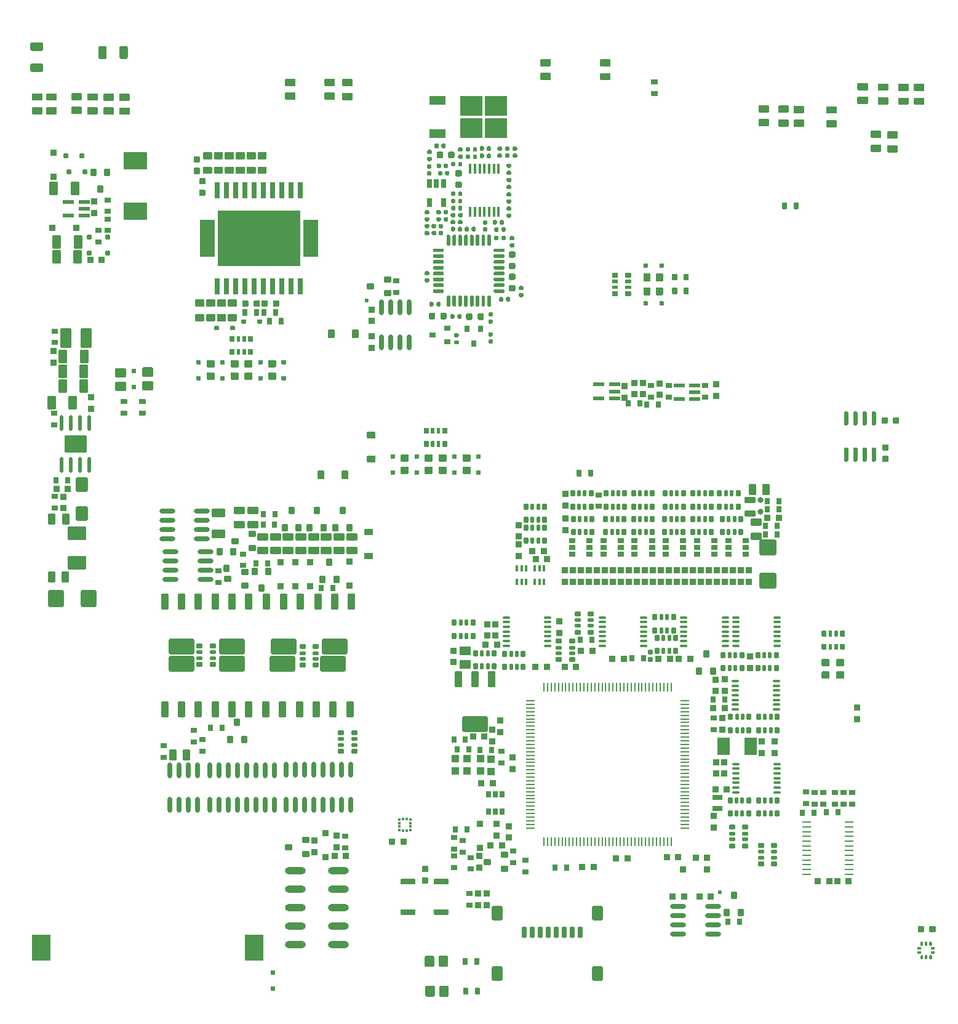
<source format=gtp>
G75*
G70*
%OFA0B0*%
%FSLAX25Y25*%
%IPPOS*%
%LPD*%
%AMOC8*
5,1,8,0,0,1.08239X$1,22.5*
%
%AMM147*
21,1,0.039370,0.049210,-0.000000,0.000000,180.000000*
21,1,0.031500,0.057090,-0.000000,0.000000,180.000000*
1,1,0.007870,-0.015750,0.024610*
1,1,0.007870,0.015750,0.024610*
1,1,0.007870,0.015750,-0.024610*
1,1,0.007870,-0.015750,-0.024610*
%
%AMM150*
21,1,0.027560,0.030710,-0.000000,0.000000,180.000000*
21,1,0.022050,0.036220,-0.000000,0.000000,180.000000*
1,1,0.005510,-0.011020,0.015350*
1,1,0.005510,0.011020,0.015350*
1,1,0.005510,0.011020,-0.015350*
1,1,0.005510,-0.011020,-0.015350*
%
%AMM154*
21,1,0.033470,0.026770,-0.000000,0.000000,0.000000*
21,1,0.026770,0.033470,-0.000000,0.000000,0.000000*
1,1,0.006690,0.013390,-0.013390*
1,1,0.006690,-0.013390,-0.013390*
1,1,0.006690,-0.013390,0.013390*
1,1,0.006690,0.013390,0.013390*
%
%AMM157*
21,1,0.027560,0.030710,-0.000000,0.000000,90.000000*
21,1,0.022050,0.036220,-0.000000,0.000000,90.000000*
1,1,0.005510,0.015350,0.011020*
1,1,0.005510,0.015350,-0.011020*
1,1,0.005510,-0.015350,-0.011020*
1,1,0.005510,-0.015350,0.011020*
%
%AMM159*
21,1,0.033470,0.026770,-0.000000,0.000000,270.000000*
21,1,0.026770,0.033470,-0.000000,0.000000,270.000000*
1,1,0.006690,-0.013390,-0.013390*
1,1,0.006690,-0.013390,0.013390*
1,1,0.006690,0.013390,0.013390*
1,1,0.006690,0.013390,-0.013390*
%
%AMM176*
21,1,0.035430,0.050000,-0.000000,-0.000000,90.000000*
21,1,0.028350,0.057090,-0.000000,-0.000000,90.000000*
1,1,0.007090,0.025000,0.014170*
1,1,0.007090,0.025000,-0.014170*
1,1,0.007090,-0.025000,-0.014170*
1,1,0.007090,-0.025000,0.014170*
%
%AMM177*
21,1,0.086610,0.073230,-0.000000,-0.000000,90.000000*
21,1,0.069290,0.090550,-0.000000,-0.000000,90.000000*
1,1,0.017320,0.036610,0.034650*
1,1,0.017320,0.036610,-0.034650*
1,1,0.017320,-0.036610,-0.034650*
1,1,0.017320,-0.036610,0.034650*
%
%AMM178*
21,1,0.027560,0.030710,-0.000000,-0.000000,270.000000*
21,1,0.022050,0.036220,-0.000000,-0.000000,270.000000*
1,1,0.005510,-0.015350,-0.011020*
1,1,0.005510,-0.015350,0.011020*
1,1,0.005510,0.015350,0.011020*
1,1,0.005510,0.015350,-0.011020*
%
%AMM180*
21,1,0.025590,0.026380,-0.000000,-0.000000,180.000000*
21,1,0.020470,0.031500,-0.000000,-0.000000,180.000000*
1,1,0.005120,-0.010240,0.013190*
1,1,0.005120,0.010240,0.013190*
1,1,0.005120,0.010240,-0.013190*
1,1,0.005120,-0.010240,-0.013190*
%
%AMM181*
21,1,0.023620,0.030710,-0.000000,-0.000000,270.000000*
21,1,0.018900,0.035430,-0.000000,-0.000000,270.000000*
1,1,0.004720,-0.015350,-0.009450*
1,1,0.004720,-0.015350,0.009450*
1,1,0.004720,0.015350,0.009450*
1,1,0.004720,0.015350,-0.009450*
%
%AMM182*
21,1,0.033470,0.026770,-0.000000,-0.000000,90.000000*
21,1,0.026770,0.033470,-0.000000,-0.000000,90.000000*
1,1,0.006690,0.013390,0.013390*
1,1,0.006690,0.013390,-0.013390*
1,1,0.006690,-0.013390,-0.013390*
1,1,0.006690,-0.013390,0.013390*
%
%AMM183*
21,1,0.017720,0.027950,-0.000000,-0.000000,180.000000*
21,1,0.014170,0.031500,-0.000000,-0.000000,180.000000*
1,1,0.003540,-0.007090,0.013980*
1,1,0.003540,0.007090,0.013980*
1,1,0.003540,0.007090,-0.013980*
1,1,0.003540,-0.007090,-0.013980*
%
%AMM184*
21,1,0.039370,0.049210,-0.000000,-0.000000,270.000000*
21,1,0.031500,0.057090,-0.000000,-0.000000,270.000000*
1,1,0.007870,-0.024610,-0.015750*
1,1,0.007870,-0.024610,0.015750*
1,1,0.007870,0.024610,0.015750*
1,1,0.007870,0.024610,-0.015750*
%
%AMM185*
21,1,0.027560,0.030710,-0.000000,-0.000000,180.000000*
21,1,0.022050,0.036220,-0.000000,-0.000000,180.000000*
1,1,0.005510,-0.011020,0.015350*
1,1,0.005510,0.011020,0.015350*
1,1,0.005510,0.011020,-0.015350*
1,1,0.005510,-0.011020,-0.015350*
%
%AMM186*
21,1,0.039370,0.049210,-0.000000,-0.000000,0.000000*
21,1,0.031500,0.057090,-0.000000,-0.000000,0.000000*
1,1,0.007870,0.015750,-0.024610*
1,1,0.007870,-0.015750,-0.024610*
1,1,0.007870,-0.015750,0.024610*
1,1,0.007870,0.015750,0.024610*
%
%AMM188*
21,1,0.033470,0.026770,-0.000000,-0.000000,0.000000*
21,1,0.026770,0.033470,-0.000000,-0.000000,0.000000*
1,1,0.006690,0.013390,-0.013390*
1,1,0.006690,-0.013390,-0.013390*
1,1,0.006690,-0.013390,0.013390*
1,1,0.006690,0.013390,0.013390*
%
%AMM206*
21,1,0.033470,0.026770,-0.000000,-0.000000,180.000000*
21,1,0.026770,0.033470,-0.000000,-0.000000,180.000000*
1,1,0.006690,-0.013390,0.013390*
1,1,0.006690,0.013390,0.013390*
1,1,0.006690,0.013390,-0.013390*
1,1,0.006690,-0.013390,-0.013390*
%
%AMM207*
21,1,0.027560,0.030710,-0.000000,-0.000000,90.000000*
21,1,0.022050,0.036220,-0.000000,-0.000000,90.000000*
1,1,0.005510,0.015350,0.011020*
1,1,0.005510,0.015350,-0.011020*
1,1,0.005510,-0.015350,-0.011020*
1,1,0.005510,-0.015350,0.011020*
%
%AMM216*
21,1,0.027560,0.030710,-0.000000,0.000000,270.000000*
21,1,0.022050,0.036220,-0.000000,0.000000,270.000000*
1,1,0.005510,-0.015350,-0.011020*
1,1,0.005510,-0.015350,0.011020*
1,1,0.005510,0.015350,0.011020*
1,1,0.005510,0.015350,-0.011020*
%
%AMM259*
21,1,0.027560,0.030710,-0.000000,-0.000000,0.000000*
21,1,0.022050,0.036220,-0.000000,-0.000000,0.000000*
1,1,0.005510,0.011020,-0.015350*
1,1,0.005510,-0.011020,-0.015350*
1,1,0.005510,-0.011020,0.015350*
1,1,0.005510,0.011020,0.015350*
%
%AMM262*
21,1,0.035830,0.026770,-0.000000,-0.000000,90.000000*
21,1,0.029130,0.033470,-0.000000,-0.000000,90.000000*
1,1,0.006690,0.013390,0.014570*
1,1,0.006690,0.013390,-0.014570*
1,1,0.006690,-0.013390,-0.014570*
1,1,0.006690,-0.013390,0.014570*
%
%AMM263*
21,1,0.035430,0.030320,-0.000000,-0.000000,0.000000*
21,1,0.028350,0.037400,-0.000000,-0.000000,0.000000*
1,1,0.007090,0.014170,-0.015160*
1,1,0.007090,-0.014170,-0.015160*
1,1,0.007090,-0.014170,0.015160*
1,1,0.007090,0.014170,0.015160*
%
%AMM264*
21,1,0.023620,0.030710,-0.000000,-0.000000,0.000000*
21,1,0.018900,0.035430,-0.000000,-0.000000,0.000000*
1,1,0.004720,0.009450,-0.015350*
1,1,0.004720,-0.009450,-0.015350*
1,1,0.004720,-0.009450,0.015350*
1,1,0.004720,0.009450,0.015350*
%
%AMM265*
21,1,0.035430,0.030320,-0.000000,-0.000000,90.000000*
21,1,0.028350,0.037400,-0.000000,-0.000000,90.000000*
1,1,0.007090,0.015160,0.014170*
1,1,0.007090,0.015160,-0.014170*
1,1,0.007090,-0.015160,-0.014170*
1,1,0.007090,-0.015160,0.014170*
%
%AMM268*
21,1,0.039370,0.035430,-0.000000,-0.000000,90.000000*
21,1,0.031500,0.043310,-0.000000,-0.000000,90.000000*
1,1,0.007870,0.017720,0.015750*
1,1,0.007870,0.017720,-0.015750*
1,1,0.007870,-0.017720,-0.015750*
1,1,0.007870,-0.017720,0.015750*
%
%AMM269*
21,1,0.043310,0.075990,-0.000000,-0.000000,180.000000*
21,1,0.034650,0.084650,-0.000000,-0.000000,180.000000*
1,1,0.008660,-0.017320,0.037990*
1,1,0.008660,0.017320,0.037990*
1,1,0.008660,0.017320,-0.037990*
1,1,0.008660,-0.017320,-0.037990*
%
%AMM271*
21,1,0.027560,0.018900,-0.000000,-0.000000,0.000000*
21,1,0.022840,0.023620,-0.000000,-0.000000,0.000000*
1,1,0.004720,0.011420,-0.009450*
1,1,0.004720,-0.011420,-0.009450*
1,1,0.004720,-0.011420,0.009450*
1,1,0.004720,0.011420,0.009450*
%
%AMM272*
21,1,0.043310,0.075980,-0.000000,-0.000000,180.000000*
21,1,0.034650,0.084650,-0.000000,-0.000000,180.000000*
1,1,0.008660,-0.017320,0.037990*
1,1,0.008660,0.017320,0.037990*
1,1,0.008660,0.017320,-0.037990*
1,1,0.008660,-0.017320,-0.037990*
%
%AMM273*
21,1,0.137800,0.067720,-0.000000,-0.000000,180.000000*
21,1,0.120870,0.084650,-0.000000,-0.000000,180.000000*
1,1,0.016930,-0.060430,0.033860*
1,1,0.016930,0.060430,0.033860*
1,1,0.016930,0.060430,-0.033860*
1,1,0.016930,-0.060430,-0.033860*
%
%AMM274*
21,1,0.035830,0.026770,-0.000000,-0.000000,0.000000*
21,1,0.029130,0.033470,-0.000000,-0.000000,0.000000*
1,1,0.006690,0.014570,-0.013390*
1,1,0.006690,-0.014570,-0.013390*
1,1,0.006690,-0.014570,0.013390*
1,1,0.006690,0.014570,0.013390*
%
%AMM275*
21,1,0.027560,0.049610,-0.000000,-0.000000,90.000000*
21,1,0.022050,0.055120,-0.000000,-0.000000,90.000000*
1,1,0.005510,0.024800,0.011020*
1,1,0.005510,0.024800,-0.011020*
1,1,0.005510,-0.024800,-0.011020*
1,1,0.005510,-0.024800,0.011020*
%
%AMM276*
21,1,0.017720,0.027950,-0.000000,-0.000000,90.000000*
21,1,0.014170,0.031500,-0.000000,-0.000000,90.000000*
1,1,0.003540,0.013980,0.007090*
1,1,0.003540,0.013980,-0.007090*
1,1,0.003540,-0.013980,-0.007090*
1,1,0.003540,-0.013980,0.007090*
%
%AMM277*
21,1,0.025590,0.026380,-0.000000,-0.000000,90.000000*
21,1,0.020470,0.031500,-0.000000,-0.000000,90.000000*
1,1,0.005120,0.013190,0.010240*
1,1,0.005120,0.013190,-0.010240*
1,1,0.005120,-0.013190,-0.010240*
1,1,0.005120,-0.013190,0.010240*
%
%AMM298*
21,1,0.035430,0.030320,-0.000000,0.000000,90.000000*
21,1,0.028350,0.037400,-0.000000,0.000000,90.000000*
1,1,0.007090,0.015160,0.014170*
1,1,0.007090,0.015160,-0.014170*
1,1,0.007090,-0.015160,-0.014170*
1,1,0.007090,-0.015160,0.014170*
%
%AMM299*
21,1,0.070870,0.036220,-0.000000,0.000000,90.000000*
21,1,0.061810,0.045280,-0.000000,0.000000,90.000000*
1,1,0.009060,0.018110,0.030910*
1,1,0.009060,0.018110,-0.030910*
1,1,0.009060,-0.018110,-0.030910*
1,1,0.009060,-0.018110,0.030910*
%
%AMM302*
21,1,0.035830,0.026770,-0.000000,0.000000,180.000000*
21,1,0.029130,0.033470,-0.000000,0.000000,180.000000*
1,1,0.006690,-0.014570,0.013390*
1,1,0.006690,0.014570,0.013390*
1,1,0.006690,0.014570,-0.013390*
1,1,0.006690,-0.014570,-0.013390*
%
%AMM305*
21,1,0.025590,0.026380,-0.000000,0.000000,180.000000*
21,1,0.020470,0.031500,-0.000000,0.000000,180.000000*
1,1,0.005120,-0.010240,0.013190*
1,1,0.005120,0.010240,0.013190*
1,1,0.005120,0.010240,-0.013190*
1,1,0.005120,-0.010240,-0.013190*
%
%AMM307*
21,1,0.017720,0.027950,-0.000000,0.000000,180.000000*
21,1,0.014170,0.031500,-0.000000,0.000000,180.000000*
1,1,0.003540,-0.007090,0.013980*
1,1,0.003540,0.007090,0.013980*
1,1,0.003540,0.007090,-0.013980*
1,1,0.003540,-0.007090,-0.013980*
%
%AMM31*
21,1,0.027560,0.030710,0.000000,0.000000,270.000000*
21,1,0.022050,0.036220,0.000000,0.000000,270.000000*
1,1,0.005510,-0.015350,-0.011020*
1,1,0.005510,-0.015350,0.011020*
1,1,0.005510,0.015350,0.011020*
1,1,0.005510,0.015350,-0.011020*
%
%AMM318*
21,1,0.035430,0.030320,-0.000000,-0.000000,180.000000*
21,1,0.028350,0.037400,-0.000000,-0.000000,180.000000*
1,1,0.007090,-0.014170,0.015160*
1,1,0.007090,0.014170,0.015160*
1,1,0.007090,0.014170,-0.015160*
1,1,0.007090,-0.014170,-0.015160*
%
%AMM321*
21,1,0.035830,0.026770,-0.000000,-0.000000,270.000000*
21,1,0.029130,0.033470,-0.000000,-0.000000,270.000000*
1,1,0.006690,-0.013390,-0.014570*
1,1,0.006690,-0.013390,0.014570*
1,1,0.006690,0.013390,0.014570*
1,1,0.006690,0.013390,-0.014570*
%
%AMM322*
21,1,0.043310,0.075990,-0.000000,-0.000000,0.000000*
21,1,0.034650,0.084650,-0.000000,-0.000000,0.000000*
1,1,0.008660,0.017320,-0.037990*
1,1,0.008660,-0.017320,-0.037990*
1,1,0.008660,-0.017320,0.037990*
1,1,0.008660,0.017320,0.037990*
%
%AMM323*
21,1,0.043310,0.075980,-0.000000,-0.000000,0.000000*
21,1,0.034650,0.084650,-0.000000,-0.000000,0.000000*
1,1,0.008660,0.017320,-0.037990*
1,1,0.008660,-0.017320,-0.037990*
1,1,0.008660,-0.017320,0.037990*
1,1,0.008660,0.017320,0.037990*
%
%AMM324*
21,1,0.025590,0.026380,-0.000000,-0.000000,270.000000*
21,1,0.020470,0.031500,-0.000000,-0.000000,270.000000*
1,1,0.005120,-0.013190,-0.010240*
1,1,0.005120,-0.013190,0.010240*
1,1,0.005120,0.013190,0.010240*
1,1,0.005120,0.013190,-0.010240*
%
%AMM325*
21,1,0.137800,0.067720,-0.000000,-0.000000,0.000000*
21,1,0.120870,0.084650,-0.000000,-0.000000,0.000000*
1,1,0.016930,0.060430,-0.033860*
1,1,0.016930,-0.060430,-0.033860*
1,1,0.016930,-0.060430,0.033860*
1,1,0.016930,0.060430,0.033860*
%
%AMM326*
21,1,0.017720,0.027950,-0.000000,-0.000000,270.000000*
21,1,0.014170,0.031500,-0.000000,-0.000000,270.000000*
1,1,0.003540,-0.013980,-0.007090*
1,1,0.003540,-0.013980,0.007090*
1,1,0.003540,0.013980,0.007090*
1,1,0.003540,0.013980,-0.007090*
%
%AMM327*
21,1,0.070870,0.036220,-0.000000,-0.000000,180.000000*
21,1,0.061810,0.045280,-0.000000,-0.000000,180.000000*
1,1,0.009060,-0.030910,0.018110*
1,1,0.009060,0.030910,0.018110*
1,1,0.009060,0.030910,-0.018110*
1,1,0.009060,-0.030910,-0.018110*
%
%AMM337*
21,1,0.012600,0.028980,-0.000000,0.000000,0.000000*
21,1,0.010080,0.031500,-0.000000,0.000000,0.000000*
1,1,0.002520,0.005040,-0.014490*
1,1,0.002520,-0.005040,-0.014490*
1,1,0.002520,-0.005040,0.014490*
1,1,0.002520,0.005040,0.014490*
%
%AMM347*
21,1,0.035830,0.026770,-0.000000,0.000000,90.000000*
21,1,0.029130,0.033470,-0.000000,0.000000,90.000000*
1,1,0.006690,0.013390,0.014570*
1,1,0.006690,0.013390,-0.014570*
1,1,0.006690,-0.013390,-0.014570*
1,1,0.006690,-0.013390,0.014570*
%
%AMM351*
21,1,0.035430,0.030320,0.000000,-0.000000,90.000000*
21,1,0.028350,0.037400,0.000000,-0.000000,90.000000*
1,1,0.007090,0.015160,0.014170*
1,1,0.007090,0.015160,-0.014170*
1,1,0.007090,-0.015160,-0.014170*
1,1,0.007090,-0.015160,0.014170*
%
%AMM352*
21,1,0.033470,0.026770,0.000000,-0.000000,270.000000*
21,1,0.026770,0.033470,0.000000,-0.000000,270.000000*
1,1,0.006690,-0.013390,-0.013390*
1,1,0.006690,-0.013390,0.013390*
1,1,0.006690,0.013390,0.013390*
1,1,0.006690,0.013390,-0.013390*
%
%AMM353*
21,1,0.027560,0.030710,0.000000,-0.000000,90.000000*
21,1,0.022050,0.036220,0.000000,-0.000000,90.000000*
1,1,0.005510,0.015350,0.011020*
1,1,0.005510,0.015350,-0.011020*
1,1,0.005510,-0.015350,-0.011020*
1,1,0.005510,-0.015350,0.011020*
%
%AMM359*
21,1,0.021650,0.052760,-0.000000,-0.000000,90.000000*
21,1,0.017320,0.057090,-0.000000,-0.000000,90.000000*
1,1,0.004330,0.026380,0.008660*
1,1,0.004330,0.026380,-0.008660*
1,1,0.004330,-0.026380,-0.008660*
1,1,0.004330,-0.026380,0.008660*
%
%AMM361*
21,1,0.035430,0.030320,-0.000000,0.000000,180.000000*
21,1,0.028350,0.037400,-0.000000,0.000000,180.000000*
1,1,0.007090,-0.014170,0.015160*
1,1,0.007090,0.014170,0.015160*
1,1,0.007090,0.014170,-0.015160*
1,1,0.007090,-0.014170,-0.015160*
%
%AMM363*
21,1,0.021650,0.052760,-0.000000,0.000000,90.000000*
21,1,0.017320,0.057090,-0.000000,0.000000,90.000000*
1,1,0.004330,0.026380,0.008660*
1,1,0.004330,0.026380,-0.008660*
1,1,0.004330,-0.026380,-0.008660*
1,1,0.004330,-0.026380,0.008660*
%
%AMM364*
21,1,0.023620,0.018900,-0.000000,0.000000,0.000000*
21,1,0.018900,0.023620,-0.000000,0.000000,0.000000*
1,1,0.004720,0.009450,-0.009450*
1,1,0.004720,-0.009450,-0.009450*
1,1,0.004720,-0.009450,0.009450*
1,1,0.004720,0.009450,0.009450*
%
%AMM365*
21,1,0.094490,0.111020,-0.000000,0.000000,270.000000*
21,1,0.075590,0.129920,-0.000000,0.000000,270.000000*
1,1,0.018900,-0.055510,-0.037800*
1,1,0.018900,-0.055510,0.037800*
1,1,0.018900,0.055510,0.037800*
1,1,0.018900,0.055510,-0.037800*
%
%AMM366*
21,1,0.023620,0.018900,-0.000000,0.000000,270.000000*
21,1,0.018900,0.023620,-0.000000,0.000000,270.000000*
1,1,0.004720,-0.009450,-0.009450*
1,1,0.004720,-0.009450,0.009450*
1,1,0.004720,0.009450,0.009450*
1,1,0.004720,0.009450,-0.009450*
%
%AMM367*
21,1,0.033470,0.026770,-0.000000,0.000000,180.000000*
21,1,0.026770,0.033470,-0.000000,0.000000,180.000000*
1,1,0.006690,-0.013390,0.013390*
1,1,0.006690,0.013390,0.013390*
1,1,0.006690,0.013390,-0.013390*
1,1,0.006690,-0.013390,-0.013390*
%
%AMM374*
21,1,0.106300,0.050390,-0.000000,0.000000,90.000000*
21,1,0.093700,0.062990,-0.000000,0.000000,90.000000*
1,1,0.012600,0.025200,0.046850*
1,1,0.012600,0.025200,-0.046850*
1,1,0.012600,-0.025200,-0.046850*
1,1,0.012600,-0.025200,0.046850*
%
%AMM375*
21,1,0.074800,0.083460,-0.000000,0.000000,270.000000*
21,1,0.059840,0.098430,-0.000000,0.000000,270.000000*
1,1,0.014960,-0.041730,-0.029920*
1,1,0.014960,-0.041730,0.029920*
1,1,0.014960,0.041730,0.029920*
1,1,0.014960,0.041730,-0.029920*
%
%AMM376*
21,1,0.078740,0.053540,-0.000000,0.000000,270.000000*
21,1,0.065350,0.066930,-0.000000,0.000000,270.000000*
1,1,0.013390,-0.026770,-0.032680*
1,1,0.013390,-0.026770,0.032680*
1,1,0.013390,0.026770,0.032680*
1,1,0.013390,0.026770,-0.032680*
%
%AMM377*
21,1,0.122050,0.075590,-0.000000,0.000000,0.000000*
21,1,0.103150,0.094490,-0.000000,0.000000,0.000000*
1,1,0.018900,0.051580,-0.037800*
1,1,0.018900,-0.051580,-0.037800*
1,1,0.018900,-0.051580,0.037800*
1,1,0.018900,0.051580,0.037800*
%
%AMM378*
21,1,0.086610,0.073230,-0.000000,0.000000,180.000000*
21,1,0.069290,0.090550,-0.000000,0.000000,180.000000*
1,1,0.017320,-0.034650,0.036610*
1,1,0.017320,0.034650,0.036610*
1,1,0.017320,0.034650,-0.036610*
1,1,0.017320,-0.034650,-0.036610*
%
%AMM379*
21,1,0.070870,0.036220,-0.000000,0.000000,270.000000*
21,1,0.061810,0.045280,-0.000000,0.000000,270.000000*
1,1,0.009060,-0.018110,-0.030910*
1,1,0.009060,-0.018110,0.030910*
1,1,0.009060,0.018110,0.030910*
1,1,0.009060,0.018110,-0.030910*
%
%AMM78*
21,1,0.078740,0.045670,0.000000,0.000000,270.000000*
21,1,0.067320,0.057090,0.000000,0.000000,270.000000*
1,1,0.011420,-0.022840,-0.033660*
1,1,0.011420,-0.022840,0.033660*
1,1,0.011420,0.022840,0.033660*
1,1,0.011420,0.022840,-0.033660*
%
%AMM79*
21,1,0.059060,0.020470,0.000000,0.000000,270.000000*
21,1,0.053940,0.025590,0.000000,0.000000,270.000000*
1,1,0.005120,-0.010240,-0.026970*
1,1,0.005120,-0.010240,0.026970*
1,1,0.005120,0.010240,0.026970*
1,1,0.005120,0.010240,-0.026970*
%
%AMM80*
21,1,0.033470,0.026770,0.000000,0.000000,90.000000*
21,1,0.026770,0.033470,0.000000,0.000000,90.000000*
1,1,0.006690,0.013390,0.013390*
1,1,0.006690,0.013390,-0.013390*
1,1,0.006690,-0.013390,-0.013390*
1,1,0.006690,-0.013390,0.013390*
%
%ADD11O,0.05118X0.00866*%
%ADD110R,0.03150X0.03543*%
%ADD114O,0.00866X0.05118*%
%ADD131C,0.02362*%
%ADD138R,0.01476X0.01378*%
%ADD150M31*%
%ADD156R,0.45000X0.30000*%
%ADD160R,0.03543X0.03150*%
%ADD166R,0.10236X0.14173*%
%ADD179R,0.03150X0.08661*%
%ADD221M78*%
%ADD223O,0.00000X0.00000*%
%ADD247C,0.03150*%
%ADD266O,0.04961X0.00984*%
%ADD268R,0.06693X0.09449*%
%ADD280O,0.04331X0.01181*%
%ADD284M80*%
%ADD310O,0.02362X0.08661*%
%ADD324M79*%
%ADD325R,0.08000X0.20000*%
%ADD361M147*%
%ADD364M150*%
%ADD368M154*%
%ADD371M157*%
%ADD373M159*%
%ADD390M176*%
%ADD391M177*%
%ADD392M178*%
%ADD394M180*%
%ADD395M181*%
%ADD396M182*%
%ADD397M183*%
%ADD398M184*%
%ADD399M185*%
%ADD400M186*%
%ADD402M188*%
%ADD424M206*%
%ADD425M207*%
%ADD43R,0.05906X0.05118*%
%ADD434M216*%
%ADD483M259*%
%ADD486M262*%
%ADD487M263*%
%ADD488M264*%
%ADD489M265*%
%ADD492M268*%
%ADD493M269*%
%ADD495M271*%
%ADD496M272*%
%ADD497M273*%
%ADD498M274*%
%ADD499M275*%
%ADD500M276*%
%ADD501M277*%
%ADD528M298*%
%ADD529M299*%
%ADD540M302*%
%ADD543M305*%
%ADD545M307*%
%ADD557M318*%
%ADD560M321*%
%ADD561M322*%
%ADD562M323*%
%ADD563M324*%
%ADD564M325*%
%ADD565M326*%
%ADD566M327*%
%ADD576M337*%
%ADD585O,0.11221X0.04016*%
%ADD587M347*%
%ADD592M351*%
%ADD593M352*%
%ADD594M353*%
%ADD600M359*%
%ADD602M361*%
%ADD604M363*%
%ADD605M364*%
%ADD606M365*%
%ADD607M366*%
%ADD608M367*%
%ADD619M374*%
%ADD620M375*%
%ADD621O,0.01968X0.08661*%
%ADD622M376*%
%ADD623M377*%
%ADD624M378*%
%ADD625M379*%
%ADD636R,0.08661X0.04724*%
%ADD637R,0.02559X0.04803*%
%ADD638R,0.01772X0.05709*%
%ADD639R,0.12008X0.10827*%
%ADD73R,0.01378X0.01476*%
%ADD88O,0.08661X0.02362*%
%ADD91O,0.03937X0.01968*%
X0000000Y0000000D02*
%LPD*%
G01*
D223*
X0354207Y0023012D03*
X0323695Y0076358D03*
X0326727Y0017992D03*
G36*
G01*
X0191533Y0505041D02*
X0186612Y0505041D01*
G75*
G02*
X0186218Y0505434I0000000J0000394D01*
G01*
X0186218Y0508584D01*
G75*
G02*
X0186612Y0508978I0000394J0000000D01*
G01*
X0191533Y0508978D01*
G75*
G02*
X0191927Y0508584I0000000J-000394D01*
G01*
X0191927Y0505434D01*
G75*
G02*
X0191533Y0505041I-000394J0000000D01*
G01*
G37*
G36*
G01*
X0191533Y0512521D02*
X0186612Y0512521D01*
G75*
G02*
X0186218Y0512915I0000000J0000394D01*
G01*
X0186218Y0516064D01*
G75*
G02*
X0186612Y0516458I0000394J0000000D01*
G01*
X0191533Y0516458D01*
G75*
G02*
X0191927Y0516064I0000000J-000394D01*
G01*
X0191927Y0512915D01*
G75*
G02*
X0191533Y0512521I-000394J0000000D01*
G01*
G37*
G36*
G01*
X0097283Y0343159D02*
X0100354Y0343159D01*
G75*
G02*
X0100630Y0342884I0000000J-000276D01*
G01*
X0100630Y0340679D01*
G75*
G02*
X0100354Y0340404I-000276J0000000D01*
G01*
X0097283Y0340404D01*
G75*
G02*
X0097008Y0340679I0000000J0000276D01*
G01*
X0097008Y0342884D01*
G75*
G02*
X0097283Y0343159I0000276J0000000D01*
G01*
G37*
G36*
G01*
X0097283Y0336860D02*
X0100354Y0336860D01*
G75*
G02*
X0100630Y0336585I0000000J-000276D01*
G01*
X0100630Y0334380D01*
G75*
G02*
X0100354Y0334104I-000276J0000000D01*
G01*
X0097283Y0334104D01*
G75*
G02*
X0097008Y0334380I0000000J0000276D01*
G01*
X0097008Y0336585D01*
G75*
G02*
X0097283Y0336860I0000276J0000000D01*
G01*
G37*
G36*
G01*
X0455420Y0446222D02*
X0455420Y0449293D01*
G75*
G02*
X0455696Y0449568I0000276J0000000D01*
G01*
X0457900Y0449568D01*
G75*
G02*
X0458176Y0449293I0000000J-000276D01*
G01*
X0458176Y0446222D01*
G75*
G02*
X0457900Y0445946I-000276J0000000D01*
G01*
X0455696Y0445946D01*
G75*
G02*
X0455420Y0446222I0000000J0000276D01*
G01*
G37*
G36*
G01*
X0461719Y0446222D02*
X0461719Y0449293D01*
G75*
G02*
X0461995Y0449568I0000276J0000000D01*
G01*
X0464200Y0449568D01*
G75*
G02*
X0464475Y0449293I0000000J-000276D01*
G01*
X0464475Y0446222D01*
G75*
G02*
X0464200Y0445946I-000276J0000000D01*
G01*
X0461995Y0445946D01*
G75*
G02*
X0461719Y0446222I0000000J0000276D01*
G01*
G37*
G36*
G01*
X0242507Y0102226D02*
X0242507Y0104903D01*
G75*
G02*
X0242841Y0105238I0000335J0000000D01*
G01*
X0245518Y0105238D01*
G75*
G02*
X0245853Y0104903I0000000J-000335D01*
G01*
X0245853Y0102226D01*
G75*
G02*
X0245518Y0101891I-000335J0000000D01*
G01*
X0242841Y0101891D01*
G75*
G02*
X0242507Y0102226I0000000J0000335D01*
G01*
G37*
G36*
G01*
X0248727Y0102226D02*
X0248727Y0104903D01*
G75*
G02*
X0249062Y0105238I0000335J0000000D01*
G01*
X0251739Y0105238D01*
G75*
G02*
X0252074Y0104903I0000000J-000335D01*
G01*
X0252074Y0102226D01*
G75*
G02*
X0251739Y0101891I-000335J0000000D01*
G01*
X0249062Y0101891D01*
G75*
G02*
X0248727Y0102226I0000000J0000335D01*
G01*
G37*
G36*
G01*
X0173333Y0388545D02*
X0173333Y0391616D01*
G75*
G02*
X0173609Y0391891I0000276J0000000D01*
G01*
X0175814Y0391891D01*
G75*
G02*
X0176089Y0391616I0000000J-000276D01*
G01*
X0176089Y0388545D01*
G75*
G02*
X0175814Y0388269I-000276J0000000D01*
G01*
X0173609Y0388269D01*
G75*
G02*
X0173333Y0388545I0000000J0000276D01*
G01*
G37*
G36*
G01*
X0179633Y0388545D02*
X0179633Y0391616D01*
G75*
G02*
X0179908Y0391891I0000276J0000000D01*
G01*
X0182113Y0391891D01*
G75*
G02*
X0182389Y0391616I0000000J-000276D01*
G01*
X0182389Y0388545D01*
G75*
G02*
X0182113Y0388269I-000276J0000000D01*
G01*
X0179908Y0388269D01*
G75*
G02*
X0179633Y0388545I0000000J0000276D01*
G01*
G37*
G36*
G01*
X0222448Y0504942D02*
X0217526Y0504942D01*
G75*
G02*
X0217133Y0505336I0000000J0000394D01*
G01*
X0217133Y0508486D01*
G75*
G02*
X0217526Y0508879I0000394J0000000D01*
G01*
X0222448Y0508879D01*
G75*
G02*
X0222841Y0508486I0000000J-000394D01*
G01*
X0222841Y0505336D01*
G75*
G02*
X0222448Y0504942I-000394J0000000D01*
G01*
G37*
G36*
G01*
X0222448Y0512423D02*
X0217526Y0512423D01*
G75*
G02*
X0217133Y0512816I0000000J0000394D01*
G01*
X0217133Y0515966D01*
G75*
G02*
X0217526Y0516360I0000394J0000000D01*
G01*
X0222448Y0516360D01*
G75*
G02*
X0222841Y0515966I0000000J-000394D01*
G01*
X0222841Y0512816D01*
G75*
G02*
X0222448Y0512423I-000394J0000000D01*
G01*
G37*
X0225374Y0268983D03*
G36*
G01*
X0267347Y0025001D02*
X0267347Y0020119D01*
G75*
G02*
X0266835Y0019608I-000512J0000000D01*
G01*
X0262740Y0019608D01*
G75*
G02*
X0262228Y0020119I0000000J0000512D01*
G01*
X0262228Y0025001D01*
G75*
G02*
X0262740Y0025513I0000512J0000000D01*
G01*
X0266835Y0025513D01*
G75*
G02*
X0267347Y0025001I0000000J-000512D01*
G01*
G37*
G36*
G01*
X0274827Y0025001D02*
X0274827Y0020119D01*
G75*
G02*
X0274315Y0019608I-000512J0000000D01*
G01*
X0270221Y0019608D01*
G75*
G02*
X0269709Y0020119I0000000J0000512D01*
G01*
X0269709Y0025001D01*
G75*
G02*
X0270221Y0025513I0000512J0000000D01*
G01*
X0274315Y0025513D01*
G75*
G02*
X0274827Y0025001I0000000J-000512D01*
G01*
G37*
G36*
G01*
X0448038Y0490769D02*
X0443117Y0490769D01*
G75*
G02*
X0442723Y0491163I0000000J0000394D01*
G01*
X0442723Y0494312D01*
G75*
G02*
X0443117Y0494706I0000394J0000000D01*
G01*
X0448038Y0494706D01*
G75*
G02*
X0448432Y0494312I0000000J-000394D01*
G01*
X0448432Y0491163D01*
G75*
G02*
X0448038Y0490769I-000394J0000000D01*
G01*
G37*
G36*
G01*
X0448038Y0498249D02*
X0443117Y0498249D01*
G75*
G02*
X0442723Y0498643I0000000J0000394D01*
G01*
X0442723Y0501793D01*
G75*
G02*
X0443117Y0502186I0000394J0000000D01*
G01*
X0448038Y0502186D01*
G75*
G02*
X0448432Y0501793I0000000J-000394D01*
G01*
X0448432Y0498643D01*
G75*
G02*
X0448038Y0498249I-000394J0000000D01*
G01*
G37*
G36*
G01*
X0245716Y0312977D02*
X0245716Y0311087D01*
G75*
G02*
X0245480Y0310851I-000236J0000000D01*
G01*
X0243590Y0310851D01*
G75*
G02*
X0243354Y0311087I0000000J0000236D01*
G01*
X0243354Y0312977D01*
G75*
G02*
X0243590Y0313213I0000236J0000000D01*
G01*
X0245480Y0313213D01*
G75*
G02*
X0245716Y0312977I0000000J-000236D01*
G01*
G37*
G36*
G01*
X0245716Y0304315D02*
X0245716Y0302426D01*
G75*
G02*
X0245480Y0302189I-000236J0000000D01*
G01*
X0243590Y0302189D01*
G75*
G02*
X0243354Y0302426I0000000J0000236D01*
G01*
X0243354Y0304315D01*
G75*
G02*
X0243590Y0304552I0000236J0000000D01*
G01*
X0245480Y0304552D01*
G75*
G02*
X0245716Y0304315I0000000J-000236D01*
G01*
G37*
G36*
G01*
X0136969Y0474515D02*
X0139646Y0474515D01*
G75*
G02*
X0139981Y0474180I0000000J-000335D01*
G01*
X0139981Y0471503D01*
G75*
G02*
X0139646Y0471168I-000335J0000000D01*
G01*
X0136969Y0471168D01*
G75*
G02*
X0136635Y0471503I0000000J0000335D01*
G01*
X0136635Y0474180D01*
G75*
G02*
X0136969Y0474515I0000335J0000000D01*
G01*
G37*
G36*
G01*
X0136969Y0468294D02*
X0139646Y0468294D01*
G75*
G02*
X0139981Y0467960I0000000J-000335D01*
G01*
X0139981Y0465283D01*
G75*
G02*
X0139646Y0464948I-000335J0000000D01*
G01*
X0136969Y0464948D01*
G75*
G02*
X0136635Y0465283I0000000J0000335D01*
G01*
X0136635Y0467960D01*
G75*
G02*
X0136969Y0468294I0000335J0000000D01*
G01*
G37*
G36*
G01*
X0260676Y0090336D02*
X0263353Y0090336D01*
G75*
G02*
X0263688Y0090001I0000000J-000335D01*
G01*
X0263688Y0087324D01*
G75*
G02*
X0263353Y0086990I-000335J0000000D01*
G01*
X0260676Y0086990D01*
G75*
G02*
X0260341Y0087324I0000000J0000335D01*
G01*
X0260341Y0090001D01*
G75*
G02*
X0260676Y0090336I0000335J0000000D01*
G01*
G37*
G36*
G01*
X0260676Y0084116D02*
X0263353Y0084116D01*
G75*
G02*
X0263688Y0083781I0000000J-000335D01*
G01*
X0263688Y0081104D01*
G75*
G02*
X0263353Y0080769I-000335J0000000D01*
G01*
X0260676Y0080769D01*
G75*
G02*
X0260341Y0081104I0000000J0000335D01*
G01*
X0260341Y0083781D01*
G75*
G02*
X0260676Y0084116I0000335J0000000D01*
G01*
G37*
G36*
G01*
X0249140Y0083486D02*
X0256385Y0083486D01*
G75*
G02*
X0256700Y0083171I0000000J-000315D01*
G01*
X0256700Y0080651D01*
G75*
G02*
X0256385Y0080336I-000315J0000000D01*
G01*
X0249140Y0080336D01*
G75*
G02*
X0248826Y0080651I0000000J0000315D01*
G01*
X0248826Y0083171D01*
G75*
G02*
X0249140Y0083486I0000315J0000000D01*
G01*
G37*
G36*
G01*
X0249140Y0066950D02*
X0256385Y0066950D01*
G75*
G02*
X0256700Y0066635I0000000J-000315D01*
G01*
X0256700Y0064116D01*
G75*
G02*
X0256385Y0063801I-000315J0000000D01*
G01*
X0249140Y0063801D01*
G75*
G02*
X0248826Y0064116I0000000J0000315D01*
G01*
X0248826Y0066635D01*
G75*
G02*
X0249140Y0066950I0000315J0000000D01*
G01*
G37*
G36*
G01*
X0282724Y0313213D02*
X0286267Y0313213D01*
G75*
G02*
X0286661Y0312819I0000000J-000394D01*
G01*
X0286661Y0309670D01*
G75*
G02*
X0286267Y0309276I-000394J0000000D01*
G01*
X0282724Y0309276D01*
G75*
G02*
X0282330Y0309670I0000000J0000394D01*
G01*
X0282330Y0312819D01*
G75*
G02*
X0282724Y0313213I0000394J0000000D01*
G01*
G37*
G36*
G01*
X0282724Y0306520D02*
X0286267Y0306520D01*
G75*
G02*
X0286661Y0306126I0000000J-000394D01*
G01*
X0286661Y0302977D01*
G75*
G02*
X0286267Y0302583I-000394J0000000D01*
G01*
X0282724Y0302583D01*
G75*
G02*
X0282330Y0302977I0000000J0000394D01*
G01*
X0282330Y0306126D01*
G75*
G02*
X0282724Y0306520I0000394J0000000D01*
G01*
G37*
G36*
G01*
X0518924Y0332856D02*
X0518924Y0330179D01*
G75*
G02*
X0518589Y0329844I-000335J0000000D01*
G01*
X0515912Y0329844D01*
G75*
G02*
X0515577Y0330179I0000000J0000335D01*
G01*
X0515577Y0332856D01*
G75*
G02*
X0515912Y0333190I0000335J0000000D01*
G01*
X0518589Y0333190D01*
G75*
G02*
X0518924Y0332856I0000000J-000335D01*
G01*
G37*
G36*
G01*
X0512703Y0332856D02*
X0512703Y0330179D01*
G75*
G02*
X0512369Y0329844I-000335J0000000D01*
G01*
X0509692Y0329844D01*
G75*
G02*
X0509357Y0330179I0000000J0000335D01*
G01*
X0509357Y0332856D01*
G75*
G02*
X0509692Y0333190I0000335J0000000D01*
G01*
X0512369Y0333190D01*
G75*
G02*
X0512703Y0332856I0000000J-000335D01*
G01*
G37*
G36*
G01*
X0458668Y0490572D02*
X0453747Y0490572D01*
G75*
G02*
X0453353Y0490966I0000000J0000394D01*
G01*
X0453353Y0494116D01*
G75*
G02*
X0453747Y0494509I0000394J0000000D01*
G01*
X0458668Y0494509D01*
G75*
G02*
X0459062Y0494116I0000000J-000394D01*
G01*
X0459062Y0490966D01*
G75*
G02*
X0458668Y0490572I-000394J0000000D01*
G01*
G37*
G36*
G01*
X0458668Y0498053D02*
X0453747Y0498053D01*
G75*
G02*
X0453353Y0498446I0000000J0000394D01*
G01*
X0453353Y0501596D01*
G75*
G02*
X0453747Y0501990I0000394J0000000D01*
G01*
X0458668Y0501990D01*
G75*
G02*
X0459062Y0501596I0000000J-000394D01*
G01*
X0459062Y0498446D01*
G75*
G02*
X0458668Y0498053I-000394J0000000D01*
G01*
G37*
G36*
G01*
X0220459Y0303997D02*
X0220459Y0299982D01*
G75*
G02*
X0220105Y0299627I-000354J0000000D01*
G01*
X0217270Y0299627D01*
G75*
G02*
X0216916Y0299982I0000000J0000354D01*
G01*
X0216916Y0303997D01*
G75*
G02*
X0217270Y0304352I0000354J0000000D01*
G01*
X0220105Y0304352D01*
G75*
G02*
X0220459Y0303997I0000000J-000354D01*
G01*
G37*
G36*
G01*
X0207467Y0303997D02*
X0207467Y0299982D01*
G75*
G02*
X0207113Y0299627I-000354J0000000D01*
G01*
X0204278Y0299627D01*
G75*
G02*
X0203924Y0299982I0000000J0000354D01*
G01*
X0203924Y0303997D01*
G75*
G02*
X0204278Y0304352I0000354J0000000D01*
G01*
X0207113Y0304352D01*
G75*
G02*
X0207467Y0303997I0000000J-000354D01*
G01*
G37*
G36*
G01*
X0292124Y0312971D02*
X0292124Y0311081D01*
G75*
G02*
X0291887Y0310845I-000236J0000000D01*
G01*
X0289998Y0310845D01*
G75*
G02*
X0289761Y0311081I0000000J0000236D01*
G01*
X0289761Y0312971D01*
G75*
G02*
X0289998Y0313207I0000236J0000000D01*
G01*
X0291887Y0313207D01*
G75*
G02*
X0292124Y0312971I0000000J-000236D01*
G01*
G37*
G36*
G01*
X0292124Y0304309D02*
X0292124Y0302420D01*
G75*
G02*
X0291887Y0302183I-000236J0000000D01*
G01*
X0289998Y0302183D01*
G75*
G02*
X0289761Y0302420I0000000J0000236D01*
G01*
X0289761Y0304309D01*
G75*
G02*
X0289998Y0304546I0000236J0000000D01*
G01*
X0291887Y0304546D01*
G75*
G02*
X0292124Y0304309I0000000J-000236D01*
G01*
G37*
G36*
G01*
X0054436Y0497167D02*
X0049514Y0497167D01*
G75*
G02*
X0049121Y0497560I0000000J0000394D01*
G01*
X0049121Y0500710D01*
G75*
G02*
X0049514Y0501104I0000394J0000000D01*
G01*
X0054436Y0501104D01*
G75*
G02*
X0054829Y0500710I0000000J-000394D01*
G01*
X0054829Y0497560D01*
G75*
G02*
X0054436Y0497167I-000394J0000000D01*
G01*
G37*
G36*
G01*
X0054436Y0504647D02*
X0049514Y0504647D01*
G75*
G02*
X0049121Y0505041I0000000J0000394D01*
G01*
X0049121Y0508190D01*
G75*
G02*
X0049514Y0508584I0000394J0000000D01*
G01*
X0054436Y0508584D01*
G75*
G02*
X0054829Y0508190I0000000J-000394D01*
G01*
X0054829Y0505041D01*
G75*
G02*
X0054436Y0504647I-000394J0000000D01*
G01*
G37*
G36*
G01*
X0153501Y0363952D02*
X0153501Y0362062D01*
G75*
G02*
X0153264Y0361826I-000236J0000000D01*
G01*
X0151375Y0361826D01*
G75*
G02*
X0151138Y0362062I0000000J0000236D01*
G01*
X0151138Y0363952D01*
G75*
G02*
X0151375Y0364188I0000236J0000000D01*
G01*
X0153264Y0364188D01*
G75*
G02*
X0153501Y0363952I0000000J-000236D01*
G01*
G37*
G36*
G01*
X0153501Y0355291D02*
X0153501Y0353401D01*
G75*
G02*
X0153264Y0353165I-000236J0000000D01*
G01*
X0151375Y0353165D01*
G75*
G02*
X0151138Y0353401I0000000J0000236D01*
G01*
X0151138Y0355291D01*
G75*
G02*
X0151375Y0355527I0000236J0000000D01*
G01*
X0153264Y0355527D01*
G75*
G02*
X0153501Y0355291I0000000J-000236D01*
G01*
G37*
G36*
G01*
X0114154Y0355167D02*
X0109272Y0355167D01*
G75*
G02*
X0108760Y0355679I0000000J0000512D01*
G01*
X0108760Y0359774D01*
G75*
G02*
X0109272Y0360286I0000512J0000000D01*
G01*
X0114154Y0360286D01*
G75*
G02*
X0114665Y0359774I0000000J-000512D01*
G01*
X0114665Y0355679D01*
G75*
G02*
X0114154Y0355167I-000512J0000000D01*
G01*
G37*
G36*
G01*
X0114154Y0347687D02*
X0109272Y0347687D01*
G75*
G02*
X0108760Y0348199I0000000J0000512D01*
G01*
X0108760Y0352293D01*
G75*
G02*
X0109272Y0352805I0000512J0000000D01*
G01*
X0114154Y0352805D01*
G75*
G02*
X0114665Y0352293I0000000J-000512D01*
G01*
X0114665Y0348199D01*
G75*
G02*
X0114154Y0347687I-000512J0000000D01*
G01*
G37*
G36*
G01*
X0155617Y0396970D02*
X0159751Y0396970D01*
G75*
G02*
X0160144Y0396576I0000000J-000394D01*
G01*
X0160144Y0393427D01*
G75*
G02*
X0159751Y0393033I-000394J0000000D01*
G01*
X0155617Y0393033D01*
G75*
G02*
X0155223Y0393427I0000000J0000394D01*
G01*
X0155223Y0396576D01*
G75*
G02*
X0155617Y0396970I0000394J0000000D01*
G01*
G37*
G36*
G01*
X0155617Y0389096D02*
X0159751Y0389096D01*
G75*
G02*
X0160144Y0388702I0000000J-000394D01*
G01*
X0160144Y0385553D01*
G75*
G02*
X0159751Y0385159I-000394J0000000D01*
G01*
X0155617Y0385159D01*
G75*
G02*
X0155223Y0385553I0000000J0000394D01*
G01*
X0155223Y0388702D01*
G75*
G02*
X0155617Y0389096I0000394J0000000D01*
G01*
G37*
G36*
G01*
X0387861Y0507108D02*
X0384790Y0507108D01*
G75*
G02*
X0384514Y0507383I0000000J0000276D01*
G01*
X0384514Y0509588D01*
G75*
G02*
X0384790Y0509864I0000276J0000000D01*
G01*
X0387861Y0509864D01*
G75*
G02*
X0388137Y0509588I0000000J-000276D01*
G01*
X0388137Y0507383D01*
G75*
G02*
X0387861Y0507108I-000276J0000000D01*
G01*
G37*
G36*
G01*
X0387861Y0513407D02*
X0384790Y0513407D01*
G75*
G02*
X0384514Y0513682I0000000J0000276D01*
G01*
X0384514Y0515887D01*
G75*
G02*
X0384790Y0516163I0000276J0000000D01*
G01*
X0387861Y0516163D01*
G75*
G02*
X0388137Y0515887I0000000J-000276D01*
G01*
X0388137Y0513682D01*
G75*
G02*
X0387861Y0513407I-000276J0000000D01*
G01*
G37*
G36*
G01*
X0274022Y0327226D02*
X0274022Y0324588D01*
G75*
G02*
X0273766Y0324332I-000256J0000000D01*
G01*
X0271719Y0324332D01*
G75*
G02*
X0271463Y0324588I0000000J0000256D01*
G01*
X0271463Y0327226D01*
G75*
G02*
X0271719Y0327482I0000256J0000000D01*
G01*
X0273766Y0327482D01*
G75*
G02*
X0274022Y0327226I0000000J-000256D01*
G01*
G37*
G36*
G01*
X0270184Y0327304D02*
X0270184Y0324509D01*
G75*
G02*
X0270007Y0324332I-000177J0000000D01*
G01*
X0268589Y0324332D01*
G75*
G02*
X0268412Y0324509I0000000J0000177D01*
G01*
X0268412Y0327304D01*
G75*
G02*
X0268589Y0327482I0000177J0000000D01*
G01*
X0270007Y0327482D01*
G75*
G02*
X0270184Y0327304I0000000J-000177D01*
G01*
G37*
G36*
G01*
X0267034Y0327304D02*
X0267034Y0324509D01*
G75*
G02*
X0266857Y0324332I-000177J0000000D01*
G01*
X0265440Y0324332D01*
G75*
G02*
X0265263Y0324509I0000000J0000177D01*
G01*
X0265263Y0327304D01*
G75*
G02*
X0265440Y0327482I0000177J0000000D01*
G01*
X0266857Y0327482D01*
G75*
G02*
X0267034Y0327304I0000000J-000177D01*
G01*
G37*
G36*
G01*
X0263983Y0327226D02*
X0263983Y0324588D01*
G75*
G02*
X0263727Y0324332I-000256J0000000D01*
G01*
X0261680Y0324332D01*
G75*
G02*
X0261424Y0324588I0000000J0000256D01*
G01*
X0261424Y0327226D01*
G75*
G02*
X0261680Y0327482I0000256J0000000D01*
G01*
X0263727Y0327482D01*
G75*
G02*
X0263983Y0327226I0000000J-000256D01*
G01*
G37*
G36*
G01*
X0263983Y0320139D02*
X0263983Y0317501D01*
G75*
G02*
X0263727Y0317245I-000256J0000000D01*
G01*
X0261680Y0317245D01*
G75*
G02*
X0261424Y0317501I0000000J0000256D01*
G01*
X0261424Y0320139D01*
G75*
G02*
X0261680Y0320395I0000256J0000000D01*
G01*
X0263727Y0320395D01*
G75*
G02*
X0263983Y0320139I0000000J-000256D01*
G01*
G37*
G36*
G01*
X0267034Y0320218D02*
X0267034Y0317423D01*
G75*
G02*
X0266857Y0317245I-000177J0000000D01*
G01*
X0265440Y0317245D01*
G75*
G02*
X0265263Y0317423I0000000J0000177D01*
G01*
X0265263Y0320218D01*
G75*
G02*
X0265440Y0320395I0000177J0000000D01*
G01*
X0266857Y0320395D01*
G75*
G02*
X0267034Y0320218I0000000J-000177D01*
G01*
G37*
G36*
G01*
X0270184Y0320218D02*
X0270184Y0317423D01*
G75*
G02*
X0270007Y0317245I-000177J0000000D01*
G01*
X0268589Y0317245D01*
G75*
G02*
X0268412Y0317423I0000000J0000177D01*
G01*
X0268412Y0320218D01*
G75*
G02*
X0268589Y0320395I0000177J0000000D01*
G01*
X0270007Y0320395D01*
G75*
G02*
X0270184Y0320218I0000000J-000177D01*
G01*
G37*
G36*
G01*
X0274022Y0320139D02*
X0274022Y0317501D01*
G75*
G02*
X0273766Y0317245I-000256J0000000D01*
G01*
X0271719Y0317245D01*
G75*
G02*
X0271463Y0317501I0000000J0000256D01*
G01*
X0271463Y0320139D01*
G75*
G02*
X0271719Y0320395I0000256J0000000D01*
G01*
X0273766Y0320395D01*
G75*
G02*
X0274022Y0320139I0000000J-000256D01*
G01*
G37*
G36*
G01*
X0212802Y0505041D02*
X0207881Y0505041D01*
G75*
G02*
X0207487Y0505434I0000000J0000394D01*
G01*
X0207487Y0508584D01*
G75*
G02*
X0207881Y0508978I0000394J0000000D01*
G01*
X0212802Y0508978D01*
G75*
G02*
X0213196Y0508584I0000000J-000394D01*
G01*
X0213196Y0505434D01*
G75*
G02*
X0212802Y0505041I-000394J0000000D01*
G01*
G37*
G36*
G01*
X0212802Y0512521D02*
X0207881Y0512521D01*
G75*
G02*
X0207487Y0512915I0000000J0000394D01*
G01*
X0207487Y0516064D01*
G75*
G02*
X0207881Y0516458I0000394J0000000D01*
G01*
X0212802Y0516458D01*
G75*
G02*
X0213196Y0516064I0000000J-000394D01*
G01*
X0213196Y0512915D01*
G75*
G02*
X0212802Y0512521I-000394J0000000D01*
G01*
G37*
G36*
G01*
X0380561Y0396063D02*
X0382450Y0396063D01*
G75*
G02*
X0382687Y0395826I0000000J-000236D01*
G01*
X0382687Y0393937D01*
G75*
G02*
X0382450Y0393700I-000236J0000000D01*
G01*
X0380561Y0393700D01*
G75*
G02*
X0380324Y0393937I0000000J0000236D01*
G01*
X0380324Y0395826D01*
G75*
G02*
X0380561Y0396063I0000236J0000000D01*
G01*
G37*
G36*
G01*
X0389222Y0396063D02*
X0391112Y0396063D01*
G75*
G02*
X0391348Y0395826I0000000J-000236D01*
G01*
X0391348Y0393937D01*
G75*
G02*
X0391112Y0393700I-000236J0000000D01*
G01*
X0389222Y0393700D01*
G75*
G02*
X0388986Y0393937I0000000J0000236D01*
G01*
X0388986Y0395826D01*
G75*
G02*
X0389222Y0396063I0000236J0000000D01*
G01*
G37*
X0229760Y0386614D03*
G36*
G01*
X0518707Y0513764D02*
X0523629Y0513764D01*
G75*
G02*
X0524022Y0513370I0000000J-000394D01*
G01*
X0524022Y0510221D01*
G75*
G02*
X0523629Y0509827I-000394J0000000D01*
G01*
X0518707Y0509827D01*
G75*
G02*
X0518314Y0510221I0000000J0000394D01*
G01*
X0518314Y0513370D01*
G75*
G02*
X0518707Y0513764I0000394J0000000D01*
G01*
G37*
G36*
G01*
X0518707Y0506284D02*
X0523629Y0506284D01*
G75*
G02*
X0524022Y0505890I0000000J-000394D01*
G01*
X0524022Y0502740D01*
G75*
G02*
X0523629Y0502347I-000394J0000000D01*
G01*
X0518707Y0502347D01*
G75*
G02*
X0518314Y0502740I0000000J0000394D01*
G01*
X0518314Y0505890D01*
G75*
G02*
X0518707Y0506284I0000394J0000000D01*
G01*
G37*
G36*
G01*
X0484751Y0490179D02*
X0479829Y0490179D01*
G75*
G02*
X0479436Y0490572I0000000J0000394D01*
G01*
X0479436Y0493722D01*
G75*
G02*
X0479829Y0494116I0000394J0000000D01*
G01*
X0484751Y0494116D01*
G75*
G02*
X0485144Y0493722I0000000J-000394D01*
G01*
X0485144Y0490572D01*
G75*
G02*
X0484751Y0490179I-000394J0000000D01*
G01*
G37*
G36*
G01*
X0484751Y0497659D02*
X0479829Y0497659D01*
G75*
G02*
X0479436Y0498053I0000000J0000394D01*
G01*
X0479436Y0501202D01*
G75*
G02*
X0479829Y0501596I0000394J0000000D01*
G01*
X0484751Y0501596D01*
G75*
G02*
X0485144Y0501202I0000000J-000394D01*
G01*
X0485144Y0498053D01*
G75*
G02*
X0484751Y0497659I-000394J0000000D01*
G01*
G37*
X0411884Y0076982D03*
G36*
G01*
X0267152Y0083486D02*
X0274396Y0083486D01*
G75*
G02*
X0274711Y0083171I0000000J-000315D01*
G01*
X0274711Y0080651D01*
G75*
G02*
X0274396Y0080336I-000315J0000000D01*
G01*
X0267152Y0080336D01*
G75*
G02*
X0266837Y0080651I0000000J0000315D01*
G01*
X0266837Y0083171D01*
G75*
G02*
X0267152Y0083486I0000315J0000000D01*
G01*
G37*
G36*
G01*
X0267152Y0066950D02*
X0274396Y0066950D01*
G75*
G02*
X0274711Y0066635I0000000J-000315D01*
G01*
X0274711Y0064116D01*
G75*
G02*
X0274396Y0063801I-000315J0000000D01*
G01*
X0267152Y0063801D01*
G75*
G02*
X0266837Y0064116I0000000J0000315D01*
G01*
X0266837Y0066635D01*
G75*
G02*
X0267152Y0066950I0000315J0000000D01*
G01*
G37*
G36*
G01*
X0093174Y0497065D02*
X0088253Y0497065D01*
G75*
G02*
X0087859Y0497458I0000000J0000394D01*
G01*
X0087859Y0500608D01*
G75*
G02*
X0088253Y0501002I0000394J0000000D01*
G01*
X0093174Y0501002D01*
G75*
G02*
X0093568Y0500608I0000000J-000394D01*
G01*
X0093568Y0497458D01*
G75*
G02*
X0093174Y0497065I-000394J0000000D01*
G01*
G37*
G36*
G01*
X0093174Y0504545D02*
X0088253Y0504545D01*
G75*
G02*
X0087859Y0504939I0000000J0000394D01*
G01*
X0087859Y0508088D01*
G75*
G02*
X0088253Y0508482I0000394J0000000D01*
G01*
X0093174Y0508482D01*
G75*
G02*
X0093568Y0508088I0000000J-000394D01*
G01*
X0093568Y0504939D01*
G75*
G02*
X0093174Y0504545I-000394J0000000D01*
G01*
G37*
G36*
G01*
X0140558Y0363958D02*
X0140558Y0362068D01*
G75*
G02*
X0140322Y0361832I-000236J0000000D01*
G01*
X0138432Y0361832D01*
G75*
G02*
X0138196Y0362068I0000000J0000236D01*
G01*
X0138196Y0363958D01*
G75*
G02*
X0138432Y0364194I0000236J0000000D01*
G01*
X0140322Y0364194D01*
G75*
G02*
X0140558Y0363958I0000000J-000236D01*
G01*
G37*
G36*
G01*
X0140558Y0355297D02*
X0140558Y0353407D01*
G75*
G02*
X0140322Y0353171I-000236J0000000D01*
G01*
X0138432Y0353171D01*
G75*
G02*
X0138196Y0353407I0000000J0000236D01*
G01*
X0138196Y0355297D01*
G75*
G02*
X0138432Y0355533I0000236J0000000D01*
G01*
X0140322Y0355533D01*
G75*
G02*
X0140558Y0355297I0000000J-000236D01*
G01*
G37*
G36*
G01*
X0380324Y0407135D02*
X0380324Y0410679D01*
G75*
G02*
X0380718Y0411072I0000394J0000000D01*
G01*
X0383868Y0411072D01*
G75*
G02*
X0384261Y0410679I0000000J-000394D01*
G01*
X0384261Y0407135D01*
G75*
G02*
X0383868Y0406742I-000394J0000000D01*
G01*
X0380718Y0406742D01*
G75*
G02*
X0380324Y0407135I0000000J0000394D01*
G01*
G37*
G36*
G01*
X0387017Y0407135D02*
X0387017Y0410679D01*
G75*
G02*
X0387411Y0411072I0000394J0000000D01*
G01*
X0390561Y0411072D01*
G75*
G02*
X0390954Y0410679I0000000J-000394D01*
G01*
X0390954Y0407135D01*
G75*
G02*
X0390561Y0406742I-000394J0000000D01*
G01*
X0387411Y0406742D01*
G75*
G02*
X0387017Y0407135I0000000J0000394D01*
G01*
G37*
G36*
G01*
X0171674Y0476818D02*
X0175808Y0476818D01*
G75*
G02*
X0176202Y0476424I0000000J-000394D01*
G01*
X0176202Y0473275D01*
G75*
G02*
X0175808Y0472881I-000394J0000000D01*
G01*
X0171674Y0472881D01*
G75*
G02*
X0171280Y0473275I0000000J0000394D01*
G01*
X0171280Y0476424D01*
G75*
G02*
X0171674Y0476818I0000394J0000000D01*
G01*
G37*
G36*
G01*
X0171674Y0468944D02*
X0175808Y0468944D01*
G75*
G02*
X0176202Y0468550I0000000J-000394D01*
G01*
X0176202Y0465401D01*
G75*
G02*
X0175808Y0465007I-000394J0000000D01*
G01*
X0171674Y0465007D01*
G75*
G02*
X0171280Y0465401I0000000J0000394D01*
G01*
X0171280Y0468550D01*
G75*
G02*
X0171674Y0468944I0000394J0000000D01*
G01*
G37*
G36*
G01*
X0363651Y0411466D02*
X0366289Y0411466D01*
G75*
G02*
X0366545Y0411210I0000000J-000256D01*
G01*
X0366545Y0409163D01*
G75*
G02*
X0366289Y0408907I-000256J0000000D01*
G01*
X0363651Y0408907D01*
G75*
G02*
X0363395Y0409163I0000000J0000256D01*
G01*
X0363395Y0411210D01*
G75*
G02*
X0363651Y0411466I0000256J0000000D01*
G01*
G37*
G36*
G01*
X0363572Y0407628D02*
X0366368Y0407628D01*
G75*
G02*
X0366545Y0407450I0000000J-000177D01*
G01*
X0366545Y0406033D01*
G75*
G02*
X0366368Y0405856I-000177J0000000D01*
G01*
X0363572Y0405856D01*
G75*
G02*
X0363395Y0406033I0000000J0000177D01*
G01*
X0363395Y0407450D01*
G75*
G02*
X0363572Y0407628I0000177J0000000D01*
G01*
G37*
G36*
G01*
X0363572Y0404478D02*
X0366368Y0404478D01*
G75*
G02*
X0366545Y0404301I0000000J-000177D01*
G01*
X0366545Y0402883D01*
G75*
G02*
X0366368Y0402706I-000177J0000000D01*
G01*
X0363572Y0402706D01*
G75*
G02*
X0363395Y0402883I0000000J0000177D01*
G01*
X0363395Y0404301D01*
G75*
G02*
X0363572Y0404478I0000177J0000000D01*
G01*
G37*
G36*
G01*
X0363651Y0401427D02*
X0366289Y0401427D01*
G75*
G02*
X0366545Y0401171I0000000J-000256D01*
G01*
X0366545Y0399124D01*
G75*
G02*
X0366289Y0398868I-000256J0000000D01*
G01*
X0363651Y0398868D01*
G75*
G02*
X0363395Y0399124I0000000J0000256D01*
G01*
X0363395Y0401171D01*
G75*
G02*
X0363651Y0401427I0000256J0000000D01*
G01*
G37*
G36*
G01*
X0370738Y0401427D02*
X0373376Y0401427D01*
G75*
G02*
X0373631Y0401171I0000000J-000256D01*
G01*
X0373631Y0399124D01*
G75*
G02*
X0373376Y0398868I-000256J0000000D01*
G01*
X0370738Y0398868D01*
G75*
G02*
X0370482Y0399124I0000000J0000256D01*
G01*
X0370482Y0401171D01*
G75*
G02*
X0370738Y0401427I0000256J0000000D01*
G01*
G37*
G36*
G01*
X0370659Y0404478D02*
X0373454Y0404478D01*
G75*
G02*
X0373631Y0404301I0000000J-000177D01*
G01*
X0373631Y0402883D01*
G75*
G02*
X0373454Y0402706I-000177J0000000D01*
G01*
X0370659Y0402706D01*
G75*
G02*
X0370482Y0402883I0000000J0000177D01*
G01*
X0370482Y0404301D01*
G75*
G02*
X0370659Y0404478I0000177J0000000D01*
G01*
G37*
G36*
G01*
X0370659Y0407628D02*
X0373454Y0407628D01*
G75*
G02*
X0373631Y0407450I0000000J-000177D01*
G01*
X0373631Y0406033D01*
G75*
G02*
X0373454Y0405856I-000177J0000000D01*
G01*
X0370659Y0405856D01*
G75*
G02*
X0370482Y0406033I0000000J0000177D01*
G01*
X0370482Y0407450D01*
G75*
G02*
X0370659Y0407628I0000177J0000000D01*
G01*
G37*
G36*
G01*
X0370738Y0411466D02*
X0373376Y0411466D01*
G75*
G02*
X0373631Y0411210I0000000J-000256D01*
G01*
X0373631Y0409163D01*
G75*
G02*
X0373376Y0408907I-000256J0000000D01*
G01*
X0370738Y0408907D01*
G75*
G02*
X0370482Y0409163I0000000J0000256D01*
G01*
X0370482Y0411210D01*
G75*
G02*
X0370738Y0411466I0000256J0000000D01*
G01*
G37*
G36*
G01*
X0249259Y0313213D02*
X0252803Y0313213D01*
G75*
G02*
X0253196Y0312819I0000000J-000394D01*
G01*
X0253196Y0309670D01*
G75*
G02*
X0252803Y0309276I-000394J0000000D01*
G01*
X0249259Y0309276D01*
G75*
G02*
X0248866Y0309670I0000000J0000394D01*
G01*
X0248866Y0312819D01*
G75*
G02*
X0249259Y0313213I0000394J0000000D01*
G01*
G37*
G36*
G01*
X0249259Y0306520D02*
X0252803Y0306520D01*
G75*
G02*
X0253196Y0306126I0000000J-000394D01*
G01*
X0253196Y0302977D01*
G75*
G02*
X0252803Y0302583I-000394J0000000D01*
G01*
X0249259Y0302583D01*
G75*
G02*
X0248866Y0302977I0000000J0000394D01*
G01*
X0248866Y0306126D01*
G75*
G02*
X0249259Y0306520I0000394J0000000D01*
G01*
G37*
G36*
G01*
X0262252Y0313213D02*
X0265795Y0313213D01*
G75*
G02*
X0266189Y0312819I0000000J-000394D01*
G01*
X0266189Y0309670D01*
G75*
G02*
X0265795Y0309276I-000394J0000000D01*
G01*
X0262252Y0309276D01*
G75*
G02*
X0261858Y0309670I0000000J0000394D01*
G01*
X0261858Y0312819D01*
G75*
G02*
X0262252Y0313213I0000394J0000000D01*
G01*
G37*
G36*
G01*
X0262252Y0306520D02*
X0265795Y0306520D01*
G75*
G02*
X0266189Y0306126I0000000J-000394D01*
G01*
X0266189Y0302977D01*
G75*
G02*
X0265795Y0302583I-000394J0000000D01*
G01*
X0262252Y0302583D01*
G75*
G02*
X0261858Y0302977I0000000J0000394D01*
G01*
X0261858Y0306126D01*
G75*
G02*
X0262252Y0306520I0000394J0000000D01*
G01*
G37*
G36*
G01*
X0258708Y0312977D02*
X0258708Y0311087D01*
G75*
G02*
X0258472Y0310851I-000236J0000000D01*
G01*
X0256582Y0310851D01*
G75*
G02*
X0256346Y0311087I0000000J0000236D01*
G01*
X0256346Y0312977D01*
G75*
G02*
X0256582Y0313213I0000236J0000000D01*
G01*
X0258472Y0313213D01*
G75*
G02*
X0258708Y0312977I0000000J-000236D01*
G01*
G37*
G36*
G01*
X0258708Y0304315D02*
X0258708Y0302426D01*
G75*
G02*
X0258472Y0302189I-000236J0000000D01*
G01*
X0256582Y0302189D01*
G75*
G02*
X0256346Y0302426I0000000J0000236D01*
G01*
X0256346Y0304315D01*
G75*
G02*
X0256582Y0304552I0000236J0000000D01*
G01*
X0258472Y0304552D01*
G75*
G02*
X0258708Y0304315I0000000J-000236D01*
G01*
G37*
G36*
G01*
X0163997Y0465007D02*
X0159863Y0465007D01*
G75*
G02*
X0159469Y0465401I0000000J0000394D01*
G01*
X0159469Y0468550D01*
G75*
G02*
X0159863Y0468944I0000394J0000000D01*
G01*
X0163997Y0468944D01*
G75*
G02*
X0164391Y0468550I0000000J-000394D01*
G01*
X0164391Y0465401D01*
G75*
G02*
X0163997Y0465007I-000394J0000000D01*
G01*
G37*
G36*
G01*
X0163997Y0472881D02*
X0159863Y0472881D01*
G75*
G02*
X0159469Y0473275I0000000J0000394D01*
G01*
X0159469Y0476424D01*
G75*
G02*
X0159863Y0476818I0000394J0000000D01*
G01*
X0163997Y0476818D01*
G75*
G02*
X0164391Y0476424I0000000J-000394D01*
G01*
X0164391Y0473275D01*
G75*
G02*
X0163997Y0472881I-000394J0000000D01*
G01*
G37*
G36*
G01*
X0380561Y0416584D02*
X0382450Y0416584D01*
G75*
G02*
X0382687Y0416348I0000000J-000236D01*
G01*
X0382687Y0414458D01*
G75*
G02*
X0382450Y0414222I-000236J0000000D01*
G01*
X0380561Y0414222D01*
G75*
G02*
X0380324Y0414458I0000000J0000236D01*
G01*
X0380324Y0416348D01*
G75*
G02*
X0380561Y0416584I0000236J0000000D01*
G01*
G37*
G36*
G01*
X0389222Y0416584D02*
X0391112Y0416584D01*
G75*
G02*
X0391348Y0416348I0000000J-000236D01*
G01*
X0391348Y0414458D01*
G75*
G02*
X0391112Y0414222I-000236J0000000D01*
G01*
X0389222Y0414222D01*
G75*
G02*
X0388986Y0414458I0000000J0000236D01*
G01*
X0388986Y0416348D01*
G75*
G02*
X0389222Y0416584I0000236J0000000D01*
G01*
G37*
G36*
G01*
X0062211Y0497167D02*
X0057290Y0497167D01*
G75*
G02*
X0056896Y0497560I0000000J0000394D01*
G01*
X0056896Y0500710D01*
G75*
G02*
X0057290Y0501104I0000394J0000000D01*
G01*
X0062211Y0501104D01*
G75*
G02*
X0062605Y0500710I0000000J-000394D01*
G01*
X0062605Y0497560D01*
G75*
G02*
X0062211Y0497167I-000394J0000000D01*
G01*
G37*
G36*
G01*
X0062211Y0504647D02*
X0057290Y0504647D01*
G75*
G02*
X0056896Y0505041I0000000J0000394D01*
G01*
X0056896Y0508190D01*
G75*
G02*
X0057290Y0508584I0000394J0000000D01*
G01*
X0062211Y0508584D01*
G75*
G02*
X0062605Y0508190I0000000J-000394D01*
G01*
X0062605Y0505041D01*
G75*
G02*
X0062211Y0504647I-000394J0000000D01*
G01*
G37*
G36*
G01*
X0512605Y0502482D02*
X0507684Y0502482D01*
G75*
G02*
X0507290Y0502875I0000000J0000394D01*
G01*
X0507290Y0506025D01*
G75*
G02*
X0507684Y0506419I0000394J0000000D01*
G01*
X0512605Y0506419D01*
G75*
G02*
X0512999Y0506025I0000000J-000394D01*
G01*
X0512999Y0502875D01*
G75*
G02*
X0512605Y0502482I-000394J0000000D01*
G01*
G37*
G36*
G01*
X0512605Y0509962D02*
X0507684Y0509962D01*
G75*
G02*
X0507290Y0510356I0000000J0000394D01*
G01*
X0507290Y0513505D01*
G75*
G02*
X0507684Y0513899I0000394J0000000D01*
G01*
X0512605Y0513899D01*
G75*
G02*
X0512999Y0513505I0000000J-000394D01*
G01*
X0512999Y0510356D01*
G75*
G02*
X0512605Y0509962I-000394J0000000D01*
G01*
G37*
G36*
G01*
X0146280Y0465007D02*
X0142146Y0465007D01*
G75*
G02*
X0141753Y0465401I0000000J0000394D01*
G01*
X0141753Y0468550D01*
G75*
G02*
X0142146Y0468944I0000394J0000000D01*
G01*
X0146280Y0468944D01*
G75*
G02*
X0146674Y0468550I0000000J-000394D01*
G01*
X0146674Y0465401D01*
G75*
G02*
X0146280Y0465007I-000394J0000000D01*
G01*
G37*
G36*
G01*
X0146280Y0472881D02*
X0142146Y0472881D01*
G75*
G02*
X0141753Y0473275I0000000J0000394D01*
G01*
X0141753Y0476424D01*
G75*
G02*
X0142146Y0476818I0000394J0000000D01*
G01*
X0146280Y0476818D01*
G75*
G02*
X0146674Y0476424I0000000J-000394D01*
G01*
X0146674Y0473275D01*
G75*
G02*
X0146280Y0472881I-000394J0000000D01*
G01*
G37*
G36*
G01*
X0177369Y0364222D02*
X0180912Y0364222D01*
G75*
G02*
X0181306Y0363828I0000000J-000394D01*
G01*
X0181306Y0360679D01*
G75*
G02*
X0180912Y0360285I-000394J0000000D01*
G01*
X0177369Y0360285D01*
G75*
G02*
X0176975Y0360679I0000000J0000394D01*
G01*
X0176975Y0363828D01*
G75*
G02*
X0177369Y0364222I0000394J0000000D01*
G01*
G37*
G36*
G01*
X0177369Y0357529D02*
X0180912Y0357529D01*
G75*
G02*
X0181306Y0357135I0000000J-000394D01*
G01*
X0181306Y0353986D01*
G75*
G02*
X0180912Y0353592I-000394J0000000D01*
G01*
X0177369Y0353592D01*
G75*
G02*
X0176975Y0353986I0000000J0000394D01*
G01*
X0176975Y0357135D01*
G75*
G02*
X0177369Y0357529I0000394J0000000D01*
G01*
G37*
G36*
G01*
X0344101Y0301537D02*
X0344101Y0304608D01*
G75*
G02*
X0344377Y0304883I0000276J0000000D01*
G01*
X0346581Y0304883D01*
G75*
G02*
X0346857Y0304608I0000000J-000276D01*
G01*
X0346857Y0301537D01*
G75*
G02*
X0346581Y0301261I-000276J0000000D01*
G01*
X0344377Y0301261D01*
G75*
G02*
X0344101Y0301537I0000000J0000276D01*
G01*
G37*
G36*
G01*
X0350400Y0301537D02*
X0350400Y0304608D01*
G75*
G02*
X0350676Y0304883I0000276J0000000D01*
G01*
X0352881Y0304883D01*
G75*
G02*
X0353156Y0304608I0000000J-000276D01*
G01*
X0353156Y0301537D01*
G75*
G02*
X0352881Y0301261I-000276J0000000D01*
G01*
X0350676Y0301261D01*
G75*
G02*
X0350400Y0301537I0000000J0000276D01*
G01*
G37*
G36*
G01*
X0172054Y0391517D02*
X0172054Y0388446D01*
G75*
G02*
X0171778Y0388171I-000276J0000000D01*
G01*
X0169574Y0388171D01*
G75*
G02*
X0169298Y0388446I0000000J0000276D01*
G01*
X0169298Y0391517D01*
G75*
G02*
X0169574Y0391793I0000276J0000000D01*
G01*
X0171778Y0391793D01*
G75*
G02*
X0172054Y0391517I0000000J-000276D01*
G01*
G37*
G36*
G01*
X0165755Y0391517D02*
X0165755Y0388446D01*
G75*
G02*
X0165479Y0388171I-000276J0000000D01*
G01*
X0163274Y0388171D01*
G75*
G02*
X0162999Y0388446I0000000J0000276D01*
G01*
X0162999Y0391517D01*
G75*
G02*
X0163274Y0391793I0000276J0000000D01*
G01*
X0165479Y0391793D01*
G75*
G02*
X0165755Y0391517I0000000J-000276D01*
G01*
G37*
G36*
G01*
X0144101Y0364194D02*
X0147644Y0364194D01*
G75*
G02*
X0148038Y0363801I0000000J-000394D01*
G01*
X0148038Y0360651D01*
G75*
G02*
X0147644Y0360257I-000394J0000000D01*
G01*
X0144101Y0360257D01*
G75*
G02*
X0143707Y0360651I0000000J0000394D01*
G01*
X0143707Y0363801D01*
G75*
G02*
X0144101Y0364194I0000394J0000000D01*
G01*
G37*
G36*
G01*
X0144101Y0357501D02*
X0147644Y0357501D01*
G75*
G02*
X0148038Y0357108I0000000J-000394D01*
G01*
X0148038Y0353958D01*
G75*
G02*
X0147644Y0353564I-000394J0000000D01*
G01*
X0144101Y0353564D01*
G75*
G02*
X0143707Y0353958I0000000J0000394D01*
G01*
X0143707Y0357108D01*
G75*
G02*
X0144101Y0357501I0000394J0000000D01*
G01*
G37*
G36*
G01*
X0174022Y0363958D02*
X0174022Y0362068D01*
G75*
G02*
X0173786Y0361832I-000236J0000000D01*
G01*
X0171896Y0361832D01*
G75*
G02*
X0171660Y0362068I0000000J0000236D01*
G01*
X0171660Y0363958D01*
G75*
G02*
X0171896Y0364194I0000236J0000000D01*
G01*
X0173786Y0364194D01*
G75*
G02*
X0174022Y0363958I0000000J-000236D01*
G01*
G37*
G36*
G01*
X0174022Y0355297D02*
X0174022Y0353407D01*
G75*
G02*
X0173786Y0353171I-000236J0000000D01*
G01*
X0171896Y0353171D01*
G75*
G02*
X0171660Y0353407I0000000J0000236D01*
G01*
X0171660Y0355297D01*
G75*
G02*
X0171896Y0355533I0000236J0000000D01*
G01*
X0173786Y0355533D01*
G75*
G02*
X0174022Y0355297I0000000J-000236D01*
G01*
G37*
G36*
G01*
X0508865Y0476891D02*
X0503944Y0476891D01*
G75*
G02*
X0503550Y0477285I0000000J0000394D01*
G01*
X0503550Y0480434D01*
G75*
G02*
X0503944Y0480828I0000394J0000000D01*
G01*
X0508865Y0480828D01*
G75*
G02*
X0509259Y0480434I0000000J-000394D01*
G01*
X0509259Y0477285D01*
G75*
G02*
X0508865Y0476891I-000394J0000000D01*
G01*
G37*
G36*
G01*
X0508865Y0484372D02*
X0503944Y0484372D01*
G75*
G02*
X0503550Y0484765I0000000J0000394D01*
G01*
X0503550Y0487915D01*
G75*
G02*
X0503944Y0488309I0000394J0000000D01*
G01*
X0508865Y0488309D01*
G75*
G02*
X0509259Y0487915I0000000J-000394D01*
G01*
X0509259Y0484765D01*
G75*
G02*
X0508865Y0484372I-000394J0000000D01*
G01*
G37*
D138*
X0254190Y0109667D03*
X0254190Y0111635D03*
X0254190Y0113604D03*
X0254190Y0115572D03*
D73*
X0252172Y0115621D03*
X0250203Y0115621D03*
D138*
X0248186Y0115572D03*
X0248186Y0113604D03*
X0248186Y0111635D03*
X0248186Y0109667D03*
D73*
X0250203Y0109617D03*
X0252172Y0109617D03*
D166*
X0169495Y0046084D03*
X0054140Y0046084D03*
G36*
G01*
X0107323Y0343159D02*
X0110394Y0343159D01*
G75*
G02*
X0110669Y0342884I0000000J-000276D01*
G01*
X0110669Y0340679D01*
G75*
G02*
X0110394Y0340404I-000276J0000000D01*
G01*
X0107323Y0340404D01*
G75*
G02*
X0107047Y0340679I0000000J0000276D01*
G01*
X0107047Y0342884D01*
G75*
G02*
X0107323Y0343159I0000276J0000000D01*
G01*
G37*
G36*
G01*
X0107323Y0336860D02*
X0110394Y0336860D01*
G75*
G02*
X0110669Y0336585I0000000J-000276D01*
G01*
X0110669Y0334380D01*
G75*
G02*
X0110394Y0334104I-000276J0000000D01*
G01*
X0107323Y0334104D01*
G75*
G02*
X0107047Y0334380I0000000J0000276D01*
G01*
X0107047Y0336585D01*
G75*
G02*
X0107323Y0336860I0000276J0000000D01*
G01*
G37*
G36*
G01*
X0267034Y0041143D02*
X0267034Y0036261D01*
G75*
G02*
X0266522Y0035749I-000512J0000000D01*
G01*
X0262428Y0035749D01*
G75*
G02*
X0261916Y0036261I0000000J0000512D01*
G01*
X0261916Y0041143D01*
G75*
G02*
X0262428Y0041655I0000512J0000000D01*
G01*
X0266522Y0041655D01*
G75*
G02*
X0267034Y0041143I0000000J-000512D01*
G01*
G37*
G36*
G01*
X0274514Y0041143D02*
X0274514Y0036261D01*
G75*
G02*
X0274003Y0035749I-000512J0000000D01*
G01*
X0269908Y0035749D01*
G75*
G02*
X0269396Y0036261I0000000J0000512D01*
G01*
X0269396Y0041143D01*
G75*
G02*
X0269908Y0041655I0000512J0000000D01*
G01*
X0274003Y0041655D01*
G75*
G02*
X0274514Y0041143I0000000J-000512D01*
G01*
G37*
G36*
G01*
X0099546Y0354774D02*
X0094664Y0354774D01*
G75*
G02*
X0094153Y0355286I0000000J0000512D01*
G01*
X0094153Y0359380D01*
G75*
G02*
X0094664Y0359892I0000512J0000000D01*
G01*
X0099546Y0359892D01*
G75*
G02*
X0100058Y0359380I0000000J-000512D01*
G01*
X0100058Y0355286D01*
G75*
G02*
X0099546Y0354774I-000512J0000000D01*
G01*
G37*
G36*
G01*
X0099546Y0347293D02*
X0094664Y0347293D01*
G75*
G02*
X0094153Y0347805I0000000J0000512D01*
G01*
X0094153Y0351900D01*
G75*
G02*
X0094664Y0352411I0000512J0000000D01*
G01*
X0099546Y0352411D01*
G75*
G02*
X0100058Y0351900I0000000J-000512D01*
G01*
X0100058Y0347805D01*
G75*
G02*
X0099546Y0347293I-000512J0000000D01*
G01*
G37*
D223*
X0076232Y0476610D03*
X0097895Y0476275D03*
G36*
G01*
X0115307Y0441866D02*
X0115307Y0441866D01*
X0115307Y0441866D01*
X0115307Y0441866D01*
X0115307Y0441866D01*
G37*
X0103496Y0439898D03*
G36*
G01*
X0164574Y0364194D02*
X0168117Y0364194D01*
G75*
G02*
X0168511Y0363801I0000000J-000394D01*
G01*
X0168511Y0360651D01*
G75*
G02*
X0168117Y0360257I-000394J0000000D01*
G01*
X0164574Y0360257D01*
G75*
G02*
X0164180Y0360651I0000000J0000394D01*
G01*
X0164180Y0363801D01*
G75*
G02*
X0164574Y0364194I0000394J0000000D01*
G01*
G37*
G36*
G01*
X0164574Y0357501D02*
X0168117Y0357501D01*
G75*
G02*
X0168511Y0357108I0000000J-000394D01*
G01*
X0168511Y0353958D01*
G75*
G02*
X0168117Y0353564I-000394J0000000D01*
G01*
X0164574Y0353564D01*
G75*
G02*
X0164180Y0353958I0000000J0000394D01*
G01*
X0164180Y0357108D01*
G75*
G02*
X0164574Y0357501I0000394J0000000D01*
G01*
G37*
G36*
G01*
X0185440Y0386694D02*
X0185440Y0383623D01*
G75*
G02*
X0185164Y0383348I-000276J0000000D01*
G01*
X0182959Y0383348D01*
G75*
G02*
X0182684Y0383623I0000000J0000276D01*
G01*
X0182684Y0386694D01*
G75*
G02*
X0182959Y0386970I0000276J0000000D01*
G01*
X0185164Y0386970D01*
G75*
G02*
X0185440Y0386694I0000000J-000276D01*
G01*
G37*
G36*
G01*
X0179140Y0386694D02*
X0179140Y0383623D01*
G75*
G02*
X0178865Y0383348I-000276J0000000D01*
G01*
X0176660Y0383348D01*
G75*
G02*
X0176385Y0383623I0000000J0000276D01*
G01*
X0176385Y0386694D01*
G75*
G02*
X0176660Y0386970I0000276J0000000D01*
G01*
X0178865Y0386970D01*
G75*
G02*
X0179140Y0386694I0000000J-000276D01*
G01*
G37*
G36*
G01*
X0488704Y0191696D02*
X0485161Y0191696D01*
G75*
G02*
X0484767Y0192090I0000000J0000394D01*
G01*
X0484767Y0195240D01*
G75*
G02*
X0485161Y0195633I0000394J0000000D01*
G01*
X0488704Y0195633D01*
G75*
G02*
X0489098Y0195240I0000000J-000394D01*
G01*
X0489098Y0192090D01*
G75*
G02*
X0488704Y0191696I-000394J0000000D01*
G01*
G37*
G36*
G01*
X0488704Y0198389D02*
X0485161Y0198389D01*
G75*
G02*
X0484767Y0198783I0000000J0000394D01*
G01*
X0484767Y0201932D01*
G75*
G02*
X0485161Y0202326I0000394J0000000D01*
G01*
X0488704Y0202326D01*
G75*
G02*
X0489098Y0201932I0000000J-000394D01*
G01*
X0489098Y0198783D01*
G75*
G02*
X0488704Y0198389I-000394J0000000D01*
G01*
G37*
G36*
G01*
X0504554Y0336438D02*
X0505735Y0336438D01*
G75*
G02*
X0506326Y0335848I0000000J-000591D01*
G01*
X0506326Y0329352D01*
G75*
G02*
X0505735Y0328761I-000591J0000000D01*
G01*
X0504554Y0328761D01*
G75*
G02*
X0503963Y0329352I0000000J0000591D01*
G01*
X0503963Y0335848D01*
G75*
G02*
X0504554Y0336438I0000591J0000000D01*
G01*
G37*
G36*
G01*
X0499554Y0336438D02*
X0500735Y0336438D01*
G75*
G02*
X0501326Y0335848I0000000J-000591D01*
G01*
X0501326Y0329352D01*
G75*
G02*
X0500735Y0328761I-000591J0000000D01*
G01*
X0499554Y0328761D01*
G75*
G02*
X0498963Y0329352I0000000J0000591D01*
G01*
X0498963Y0335848D01*
G75*
G02*
X0499554Y0336438I0000591J0000000D01*
G01*
G37*
G36*
G01*
X0494554Y0336438D02*
X0495735Y0336438D01*
G75*
G02*
X0496326Y0335848I0000000J-000591D01*
G01*
X0496326Y0329352D01*
G75*
G02*
X0495735Y0328761I-000591J0000000D01*
G01*
X0494554Y0328761D01*
G75*
G02*
X0493963Y0329352I0000000J0000591D01*
G01*
X0493963Y0335848D01*
G75*
G02*
X0494554Y0336438I0000591J0000000D01*
G01*
G37*
G36*
G01*
X0489554Y0336438D02*
X0490735Y0336438D01*
G75*
G02*
X0491326Y0335848I0000000J-000591D01*
G01*
X0491326Y0329352D01*
G75*
G02*
X0490735Y0328761I-000591J0000000D01*
G01*
X0489554Y0328761D01*
G75*
G02*
X0488963Y0329352I0000000J0000591D01*
G01*
X0488963Y0335848D01*
G75*
G02*
X0489554Y0336438I0000591J0000000D01*
G01*
G37*
G36*
G01*
X0489554Y0316950D02*
X0490735Y0316950D01*
G75*
G02*
X0491326Y0316360I0000000J-000591D01*
G01*
X0491326Y0309864D01*
G75*
G02*
X0490735Y0309273I-000591J0000000D01*
G01*
X0489554Y0309273D01*
G75*
G02*
X0488963Y0309864I0000000J0000591D01*
G01*
X0488963Y0316360D01*
G75*
G02*
X0489554Y0316950I0000591J0000000D01*
G01*
G37*
G36*
G01*
X0494554Y0316950D02*
X0495735Y0316950D01*
G75*
G02*
X0496326Y0316360I0000000J-000591D01*
G01*
X0496326Y0309864D01*
G75*
G02*
X0495735Y0309273I-000591J0000000D01*
G01*
X0494554Y0309273D01*
G75*
G02*
X0493963Y0309864I0000000J0000591D01*
G01*
X0493963Y0316360D01*
G75*
G02*
X0494554Y0316950I0000591J0000000D01*
G01*
G37*
G36*
G01*
X0499554Y0316950D02*
X0500735Y0316950D01*
G75*
G02*
X0501326Y0316360I0000000J-000591D01*
G01*
X0501326Y0309864D01*
G75*
G02*
X0500735Y0309273I-000591J0000000D01*
G01*
X0499554Y0309273D01*
G75*
G02*
X0498963Y0309864I0000000J0000591D01*
G01*
X0498963Y0316360D01*
G75*
G02*
X0499554Y0316950I0000591J0000000D01*
G01*
G37*
G36*
G01*
X0504554Y0316950D02*
X0505735Y0316950D01*
G75*
G02*
X0506326Y0316360I0000000J-000591D01*
G01*
X0506326Y0309864D01*
G75*
G02*
X0505735Y0309273I-000591J0000000D01*
G01*
X0504554Y0309273D01*
G75*
G02*
X0503963Y0309864I0000000J0000591D01*
G01*
X0503963Y0316360D01*
G75*
G02*
X0504554Y0316950I0000591J0000000D01*
G01*
G37*
G36*
G01*
X0528747Y0045395D02*
X0528747Y0046182D01*
G75*
G02*
X0529140Y0046576I0000394J0000000D01*
G01*
X0530518Y0046576D01*
G75*
G02*
X0530912Y0046182I0000000J-000394D01*
G01*
X0530912Y0045395D01*
G75*
G02*
X0530518Y0045001I-000394J0000000D01*
G01*
X0529140Y0045001D01*
G75*
G02*
X0528747Y0045395I0000000J0000394D01*
G01*
G37*
G36*
G01*
X0528747Y0043033D02*
X0528747Y0043820D01*
G75*
G02*
X0529140Y0044214I0000394J0000000D01*
G01*
X0530518Y0044214D01*
G75*
G02*
X0530912Y0043820I0000000J-000394D01*
G01*
X0530912Y0043033D01*
G75*
G02*
X0530518Y0042639I-000394J0000000D01*
G01*
X0529140Y0042639D01*
G75*
G02*
X0528747Y0043033I0000000J0000394D01*
G01*
G37*
G36*
G01*
X0530322Y0040277D02*
X0530322Y0041655D01*
G75*
G02*
X0530715Y0042049I0000394J0000000D01*
G01*
X0531503Y0042049D01*
G75*
G02*
X0531896Y0041655I0000000J-000394D01*
G01*
X0531896Y0040277D01*
G75*
G02*
X0531503Y0039883I-000394J0000000D01*
G01*
X0530715Y0039883D01*
G75*
G02*
X0530322Y0040277I0000000J0000394D01*
G01*
G37*
G36*
G01*
X0532684Y0040277D02*
X0532684Y0041655D01*
G75*
G02*
X0533077Y0042049I0000394J0000000D01*
G01*
X0533865Y0042049D01*
G75*
G02*
X0534259Y0041655I0000000J-000394D01*
G01*
X0534259Y0040277D01*
G75*
G02*
X0533865Y0039883I-000394J0000000D01*
G01*
X0533077Y0039883D01*
G75*
G02*
X0532684Y0040277I0000000J0000394D01*
G01*
G37*
G36*
G01*
X0535046Y0040277D02*
X0535046Y0041655D01*
G75*
G02*
X0535440Y0042049I0000394J0000000D01*
G01*
X0536227Y0042049D01*
G75*
G02*
X0536621Y0041655I0000000J-000394D01*
G01*
X0536621Y0040277D01*
G75*
G02*
X0536227Y0039883I-000394J0000000D01*
G01*
X0535440Y0039883D01*
G75*
G02*
X0535046Y0040277I0000000J0000394D01*
G01*
G37*
G36*
G01*
X0536030Y0043033D02*
X0536030Y0043820D01*
G75*
G02*
X0536424Y0044214I0000394J0000000D01*
G01*
X0537802Y0044214D01*
G75*
G02*
X0538196Y0043820I0000000J-000394D01*
G01*
X0538196Y0043033D01*
G75*
G02*
X0537802Y0042639I-000394J0000000D01*
G01*
X0536424Y0042639D01*
G75*
G02*
X0536030Y0043033I0000000J0000394D01*
G01*
G37*
G36*
G01*
X0536030Y0045395D02*
X0536030Y0046182D01*
G75*
G02*
X0536424Y0046576I0000394J0000000D01*
G01*
X0537802Y0046576D01*
G75*
G02*
X0538196Y0046182I0000000J-000394D01*
G01*
X0538196Y0045395D01*
G75*
G02*
X0537802Y0045001I-000394J0000000D01*
G01*
X0536424Y0045001D01*
G75*
G02*
X0536030Y0045395I0000000J0000394D01*
G01*
G37*
G36*
G01*
X0535046Y0047560D02*
X0535046Y0048938D01*
G75*
G02*
X0535440Y0049332I0000394J0000000D01*
G01*
X0536227Y0049332D01*
G75*
G02*
X0536621Y0048938I0000000J-000394D01*
G01*
X0536621Y0047560D01*
G75*
G02*
X0536227Y0047167I-000394J0000000D01*
G01*
X0535440Y0047167D01*
G75*
G02*
X0535046Y0047560I0000000J0000394D01*
G01*
G37*
G36*
G01*
X0532684Y0047560D02*
X0532684Y0048938D01*
G75*
G02*
X0533077Y0049332I0000394J0000000D01*
G01*
X0533865Y0049332D01*
G75*
G02*
X0534259Y0048938I0000000J-000394D01*
G01*
X0534259Y0047560D01*
G75*
G02*
X0533865Y0047167I-000394J0000000D01*
G01*
X0533077Y0047167D01*
G75*
G02*
X0532684Y0047560I0000000J0000394D01*
G01*
G37*
G36*
G01*
X0530322Y0047560D02*
X0530322Y0048938D01*
G75*
G02*
X0530715Y0049332I0000394J0000000D01*
G01*
X0531503Y0049332D01*
G75*
G02*
X0531896Y0048938I0000000J-000394D01*
G01*
X0531896Y0047560D01*
G75*
G02*
X0531503Y0047167I-000394J0000000D01*
G01*
X0530715Y0047167D01*
G75*
G02*
X0530322Y0047560I0000000J0000394D01*
G01*
G37*
G36*
G01*
X0142034Y0385159D02*
X0137900Y0385159D01*
G75*
G02*
X0137507Y0385553I0000000J0000394D01*
G01*
X0137507Y0388702D01*
G75*
G02*
X0137900Y0389096I0000394J0000000D01*
G01*
X0142034Y0389096D01*
G75*
G02*
X0142428Y0388702I0000000J-000394D01*
G01*
X0142428Y0385553D01*
G75*
G02*
X0142034Y0385159I-000394J0000000D01*
G01*
G37*
G36*
G01*
X0142034Y0393033D02*
X0137900Y0393033D01*
G75*
G02*
X0137507Y0393427I0000000J0000394D01*
G01*
X0137507Y0396576D01*
G75*
G02*
X0137900Y0396970I0000394J0000000D01*
G01*
X0142034Y0396970D01*
G75*
G02*
X0142428Y0396576I0000000J-000394D01*
G01*
X0142428Y0393427D01*
G75*
G02*
X0142034Y0393033I-000394J0000000D01*
G01*
G37*
G36*
G01*
X0172507Y0396143D02*
X0172507Y0393466D01*
G75*
G02*
X0172172Y0393131I-000335J0000000D01*
G01*
X0169495Y0393131D01*
G75*
G02*
X0169160Y0393466I0000000J0000335D01*
G01*
X0169160Y0396143D01*
G75*
G02*
X0169495Y0396478I0000335J0000000D01*
G01*
X0172172Y0396478D01*
G75*
G02*
X0172507Y0396143I0000000J-000335D01*
G01*
G37*
G36*
G01*
X0166286Y0396143D02*
X0166286Y0393466D01*
G75*
G02*
X0165951Y0393131I-000335J0000000D01*
G01*
X0163274Y0393131D01*
G75*
G02*
X0162940Y0393466I0000000J0000335D01*
G01*
X0162940Y0396143D01*
G75*
G02*
X0163274Y0396478I0000335J0000000D01*
G01*
X0165951Y0396478D01*
G75*
G02*
X0166286Y0396143I0000000J-000335D01*
G01*
G37*
G36*
G01*
X0140000Y0462657D02*
X0142677Y0462657D01*
G75*
G02*
X0143012Y0462323I0000000J-000335D01*
G01*
X0143012Y0459646D01*
G75*
G02*
X0142677Y0459311I-000335J0000000D01*
G01*
X0140000Y0459311D01*
G75*
G02*
X0139665Y0459646I0000000J0000335D01*
G01*
X0139665Y0462323D01*
G75*
G02*
X0140000Y0462657I0000335J0000000D01*
G01*
G37*
G36*
G01*
X0140000Y0456437D02*
X0142677Y0456437D01*
G75*
G02*
X0143012Y0456102I0000000J-000335D01*
G01*
X0143012Y0453425D01*
G75*
G02*
X0142677Y0453091I-000335J0000000D01*
G01*
X0140000Y0453091D01*
G75*
G02*
X0139665Y0453425I0000000J0000335D01*
G01*
X0139665Y0456102D01*
G75*
G02*
X0140000Y0456437I0000335J0000000D01*
G01*
G37*
G36*
G01*
X0404931Y0410639D02*
X0404931Y0407569D01*
G75*
G02*
X0404655Y0407293I-000276J0000000D01*
G01*
X0402450Y0407293D01*
G75*
G02*
X0402175Y0407569I0000000J0000276D01*
G01*
X0402175Y0410639D01*
G75*
G02*
X0402450Y0410915I0000276J0000000D01*
G01*
X0404655Y0410915D01*
G75*
G02*
X0404931Y0410639I0000000J-000276D01*
G01*
G37*
G36*
G01*
X0398631Y0410639D02*
X0398631Y0407569D01*
G75*
G02*
X0398356Y0407293I-000276J0000000D01*
G01*
X0396151Y0407293D01*
G75*
G02*
X0395876Y0407569I0000000J0000276D01*
G01*
X0395876Y0410639D01*
G75*
G02*
X0396151Y0410915I0000276J0000000D01*
G01*
X0398356Y0410915D01*
G75*
G02*
X0398631Y0410639I0000000J-000276D01*
G01*
G37*
G36*
G01*
X0105413Y0359262D02*
X0105413Y0357372D01*
G75*
G02*
X0105177Y0357136I-000236J0000000D01*
G01*
X0103287Y0357136D01*
G75*
G02*
X0103051Y0357372I0000000J0000236D01*
G01*
X0103051Y0359262D01*
G75*
G02*
X0103287Y0359498I0000236J0000000D01*
G01*
X0105177Y0359498D01*
G75*
G02*
X0105413Y0359262I0000000J-000236D01*
G01*
G37*
G36*
G01*
X0105413Y0350600D02*
X0105413Y0348711D01*
G75*
G02*
X0105177Y0348474I-000236J0000000D01*
G01*
X0103287Y0348474D01*
G75*
G02*
X0103051Y0348711I0000000J0000236D01*
G01*
X0103051Y0350600D01*
G75*
G02*
X0103287Y0350837I0000236J0000000D01*
G01*
X0105177Y0350837D01*
G75*
G02*
X0105413Y0350600I0000000J-000236D01*
G01*
G37*
G36*
G01*
X0088661Y0527165D02*
X0085945Y0527165D01*
G75*
G02*
X0085039Y0528071I0000000J0000906D01*
G01*
X0085039Y0533346D01*
G75*
G02*
X0085945Y0534252I0000906J0000000D01*
G01*
X0088661Y0534252D01*
G75*
G02*
X0089567Y0533346I0000000J-000906D01*
G01*
X0089567Y0528071D01*
G75*
G02*
X0088661Y0527165I-000906J0000000D01*
G01*
G37*
G36*
G01*
X0100079Y0527165D02*
X0097362Y0527165D01*
G75*
G02*
X0096457Y0528071I0000000J0000906D01*
G01*
X0096457Y0533346D01*
G75*
G02*
X0097362Y0534252I0000906J0000000D01*
G01*
X0100079Y0534252D01*
G75*
G02*
X0100984Y0533346I0000000J-000906D01*
G01*
X0100984Y0528071D01*
G75*
G02*
X0100079Y0527165I-000906J0000000D01*
G01*
G37*
G36*
G01*
X0152186Y0465007D02*
X0148052Y0465007D01*
G75*
G02*
X0147658Y0465401I0000000J0000394D01*
G01*
X0147658Y0468550D01*
G75*
G02*
X0148052Y0468944I0000394J0000000D01*
G01*
X0152186Y0468944D01*
G75*
G02*
X0152580Y0468550I0000000J-000394D01*
G01*
X0152580Y0465401D01*
G75*
G02*
X0152186Y0465007I-000394J0000000D01*
G01*
G37*
G36*
G01*
X0152186Y0472881D02*
X0148052Y0472881D01*
G75*
G02*
X0147658Y0473275I0000000J0000394D01*
G01*
X0147658Y0476424D01*
G75*
G02*
X0148052Y0476818I0000394J0000000D01*
G01*
X0152186Y0476818D01*
G75*
G02*
X0152580Y0476424I0000000J-000394D01*
G01*
X0152580Y0473275D01*
G75*
G02*
X0152186Y0472881I-000394J0000000D01*
G01*
G37*
G36*
G01*
X0147940Y0385159D02*
X0143806Y0385159D01*
G75*
G02*
X0143412Y0385553I0000000J0000394D01*
G01*
X0143412Y0388702D01*
G75*
G02*
X0143806Y0389096I0000394J0000000D01*
G01*
X0147940Y0389096D01*
G75*
G02*
X0148333Y0388702I0000000J-000394D01*
G01*
X0148333Y0385553D01*
G75*
G02*
X0147940Y0385159I-000394J0000000D01*
G01*
G37*
G36*
G01*
X0147940Y0393033D02*
X0143806Y0393033D01*
G75*
G02*
X0143412Y0393427I0000000J0000394D01*
G01*
X0143412Y0396576D01*
G75*
G02*
X0143806Y0396970I0000394J0000000D01*
G01*
X0147940Y0396970D01*
G75*
G02*
X0148333Y0396576I0000000J-000394D01*
G01*
X0148333Y0393427D01*
G75*
G02*
X0147940Y0393033I-000394J0000000D01*
G01*
G37*
G36*
G01*
X0209455Y0376360D02*
X0209455Y0380375D01*
G75*
G02*
X0209810Y0380730I0000354J0000000D01*
G01*
X0212644Y0380730D01*
G75*
G02*
X0212999Y0380375I0000000J-000354D01*
G01*
X0212999Y0376360D01*
G75*
G02*
X0212644Y0376005I-000354J0000000D01*
G01*
X0209810Y0376005D01*
G75*
G02*
X0209455Y0376360I0000000J0000354D01*
G01*
G37*
G36*
G01*
X0222448Y0376360D02*
X0222448Y0380375D01*
G75*
G02*
X0222802Y0380730I0000354J0000000D01*
G01*
X0225637Y0380730D01*
G75*
G02*
X0225991Y0380375I0000000J-000354D01*
G01*
X0225991Y0376360D01*
G75*
G02*
X0225637Y0376005I-000354J0000000D01*
G01*
X0222802Y0376005D01*
G75*
G02*
X0222448Y0376360I0000000J0000354D01*
G01*
G37*
G36*
G01*
X0101639Y0496986D02*
X0096717Y0496986D01*
G75*
G02*
X0096324Y0497380I0000000J0000394D01*
G01*
X0096324Y0500529D01*
G75*
G02*
X0096717Y0500923I0000394J0000000D01*
G01*
X0101639Y0500923D01*
G75*
G02*
X0102032Y0500529I0000000J-000394D01*
G01*
X0102032Y0497380D01*
G75*
G02*
X0101639Y0496986I-000394J0000000D01*
G01*
G37*
G36*
G01*
X0101639Y0504466D02*
X0096717Y0504466D01*
G75*
G02*
X0096324Y0504860I0000000J0000394D01*
G01*
X0096324Y0508010D01*
G75*
G02*
X0096717Y0508403I0000394J0000000D01*
G01*
X0101639Y0508403D01*
G75*
G02*
X0102032Y0508010I0000000J-000394D01*
G01*
X0102032Y0504860D01*
G75*
G02*
X0101639Y0504466I-000394J0000000D01*
G01*
G37*
G36*
G01*
X0157093Y0364194D02*
X0160637Y0364194D01*
G75*
G02*
X0161030Y0363801I0000000J-000394D01*
G01*
X0161030Y0360651D01*
G75*
G02*
X0160637Y0360257I-000394J0000000D01*
G01*
X0157093Y0360257D01*
G75*
G02*
X0156700Y0360651I0000000J0000394D01*
G01*
X0156700Y0363801D01*
G75*
G02*
X0157093Y0364194I0000394J0000000D01*
G01*
G37*
G36*
G01*
X0157093Y0357501D02*
X0160637Y0357501D01*
G75*
G02*
X0161030Y0357108I0000000J-000394D01*
G01*
X0161030Y0353958D01*
G75*
G02*
X0160637Y0353564I-000394J0000000D01*
G01*
X0157093Y0353564D01*
G75*
G02*
X0156700Y0353958I0000000J0000394D01*
G01*
X0156700Y0357108D01*
G75*
G02*
X0157093Y0357501I0000394J0000000D01*
G01*
G37*
G36*
G01*
X0186621Y0363980D02*
X0186621Y0362090D01*
G75*
G02*
X0186385Y0361854I-000236J0000000D01*
G01*
X0184495Y0361854D01*
G75*
G02*
X0184259Y0362090I0000000J0000236D01*
G01*
X0184259Y0363980D01*
G75*
G02*
X0184495Y0364216I0000236J0000000D01*
G01*
X0186385Y0364216D01*
G75*
G02*
X0186621Y0363980I0000000J-000236D01*
G01*
G37*
G36*
G01*
X0186621Y0355319D02*
X0186621Y0353429D01*
G75*
G02*
X0186385Y0353193I-000236J0000000D01*
G01*
X0184495Y0353193D01*
G75*
G02*
X0184259Y0353429I0000000J0000236D01*
G01*
X0184259Y0355319D01*
G75*
G02*
X0184495Y0355555I0000236J0000000D01*
G01*
X0186385Y0355555D01*
G75*
G02*
X0186621Y0355319I0000000J-000236D01*
G01*
G37*
G36*
G01*
X0158721Y0380385D02*
X0156831Y0380385D01*
G75*
G02*
X0156595Y0380621I0000000J0000236D01*
G01*
X0156595Y0382511D01*
G75*
G02*
X0156831Y0382747I0000236J0000000D01*
G01*
X0158721Y0382747D01*
G75*
G02*
X0158957Y0382511I0000000J-000236D01*
G01*
X0158957Y0380621D01*
G75*
G02*
X0158721Y0380385I-000236J0000000D01*
G01*
G37*
G36*
G01*
X0150060Y0380385D02*
X0148170Y0380385D01*
G75*
G02*
X0147934Y0380621I0000000J0000236D01*
G01*
X0147934Y0382511D01*
G75*
G02*
X0148170Y0382747I0000236J0000000D01*
G01*
X0150060Y0382747D01*
G75*
G02*
X0150296Y0382511I0000000J-000236D01*
G01*
X0150296Y0380621D01*
G75*
G02*
X0150060Y0380385I-000236J0000000D01*
G01*
G37*
G36*
G01*
X0380324Y0399655D02*
X0380324Y0403198D01*
G75*
G02*
X0380718Y0403592I0000394J0000000D01*
G01*
X0383868Y0403592D01*
G75*
G02*
X0384261Y0403198I0000000J-000394D01*
G01*
X0384261Y0399655D01*
G75*
G02*
X0383868Y0399261I-000394J0000000D01*
G01*
X0380718Y0399261D01*
G75*
G02*
X0380324Y0399655I0000000J0000394D01*
G01*
G37*
G36*
G01*
X0387017Y0399655D02*
X0387017Y0403198D01*
G75*
G02*
X0387411Y0403592I0000394J0000000D01*
G01*
X0390561Y0403592D01*
G75*
G02*
X0390954Y0403198I0000000J-000394D01*
G01*
X0390954Y0399655D01*
G75*
G02*
X0390561Y0399261I-000394J0000000D01*
G01*
X0387411Y0399261D01*
G75*
G02*
X0387017Y0399655I0000000J0000394D01*
G01*
G37*
G36*
G01*
X0149711Y0396970D02*
X0153845Y0396970D01*
G75*
G02*
X0154239Y0396576I0000000J-000394D01*
G01*
X0154239Y0393427D01*
G75*
G02*
X0153845Y0393033I-000394J0000000D01*
G01*
X0149711Y0393033D01*
G75*
G02*
X0149318Y0393427I0000000J0000394D01*
G01*
X0149318Y0396576D01*
G75*
G02*
X0149711Y0396970I0000394J0000000D01*
G01*
G37*
G36*
G01*
X0149711Y0389096D02*
X0153845Y0389096D01*
G75*
G02*
X0154239Y0388702I0000000J-000394D01*
G01*
X0154239Y0385553D01*
G75*
G02*
X0153845Y0385159I-000394J0000000D01*
G01*
X0149711Y0385159D01*
G75*
G02*
X0149318Y0385553I0000000J0000394D01*
G01*
X0149318Y0388702D01*
G75*
G02*
X0149711Y0389096I0000394J0000000D01*
G01*
G37*
G36*
G01*
X0084316Y0497163D02*
X0079395Y0497163D01*
G75*
G02*
X0079001Y0497557I0000000J0000394D01*
G01*
X0079001Y0500706D01*
G75*
G02*
X0079395Y0501100I0000394J0000000D01*
G01*
X0084316Y0501100D01*
G75*
G02*
X0084710Y0500706I0000000J-000394D01*
G01*
X0084710Y0497557D01*
G75*
G02*
X0084316Y0497163I-000394J0000000D01*
G01*
G37*
G36*
G01*
X0084316Y0504644D02*
X0079395Y0504644D01*
G75*
G02*
X0079001Y0505037I0000000J0000394D01*
G01*
X0079001Y0508187D01*
G75*
G02*
X0079395Y0508581I0000394J0000000D01*
G01*
X0084316Y0508581D01*
G75*
G02*
X0084710Y0508187I0000000J-000394D01*
G01*
X0084710Y0505037D01*
G75*
G02*
X0084316Y0504644I-000394J0000000D01*
G01*
G37*
G36*
G01*
X0362211Y0515671D02*
X0357290Y0515671D01*
G75*
G02*
X0356896Y0516064I0000000J0000394D01*
G01*
X0356896Y0519214D01*
G75*
G02*
X0357290Y0519608I0000394J0000000D01*
G01*
X0362211Y0519608D01*
G75*
G02*
X0362605Y0519214I0000000J-000394D01*
G01*
X0362605Y0516064D01*
G75*
G02*
X0362211Y0515671I-000394J0000000D01*
G01*
G37*
G36*
G01*
X0362211Y0523151D02*
X0357290Y0523151D01*
G75*
G02*
X0356896Y0523545I0000000J0000394D01*
G01*
X0356896Y0526694D01*
G75*
G02*
X0357290Y0527088I0000394J0000000D01*
G01*
X0362211Y0527088D01*
G75*
G02*
X0362605Y0526694I0000000J-000394D01*
G01*
X0362605Y0523545D01*
G75*
G02*
X0362211Y0523151I-000394J0000000D01*
G01*
G37*
G36*
G01*
X0178402Y0023098D02*
X0178402Y0024988D01*
G75*
G02*
X0178639Y0025224I0000236J0000000D01*
G01*
X0180528Y0025224D01*
G75*
G02*
X0180765Y0024988I0000000J-000236D01*
G01*
X0180765Y0023098D01*
G75*
G02*
X0180528Y0022862I-000236J0000000D01*
G01*
X0178639Y0022862D01*
G75*
G02*
X0178402Y0023098I0000000J0000236D01*
G01*
G37*
G36*
G01*
X0178402Y0031759D02*
X0178402Y0033649D01*
G75*
G02*
X0178639Y0033885I0000236J0000000D01*
G01*
X0180528Y0033885D01*
G75*
G02*
X0180765Y0033649I0000000J-000236D01*
G01*
X0180765Y0031759D01*
G75*
G02*
X0180528Y0031523I-000236J0000000D01*
G01*
X0178639Y0031523D01*
G75*
G02*
X0178402Y0031759I0000000J0000236D01*
G01*
G37*
G36*
G01*
X0532192Y0502347D02*
X0527270Y0502347D01*
G75*
G02*
X0526877Y0502740I0000000J0000394D01*
G01*
X0526877Y0505890D01*
G75*
G02*
X0527270Y0506284I0000394J0000000D01*
G01*
X0532192Y0506284D01*
G75*
G02*
X0532585Y0505890I0000000J-000394D01*
G01*
X0532585Y0502740D01*
G75*
G02*
X0532192Y0502347I-000394J0000000D01*
G01*
G37*
G36*
G01*
X0532192Y0509827D02*
X0527270Y0509827D01*
G75*
G02*
X0526877Y0510221I0000000J0000394D01*
G01*
X0526877Y0513370D01*
G75*
G02*
X0527270Y0513764I0000394J0000000D01*
G01*
X0532192Y0513764D01*
G75*
G02*
X0532585Y0513370I0000000J-000394D01*
G01*
X0532585Y0510221D01*
G75*
G02*
X0532192Y0509827I-000394J0000000D01*
G01*
G37*
G36*
G01*
X0173432Y0393466D02*
X0173432Y0396143D01*
G75*
G02*
X0173766Y0396478I0000335J0000000D01*
G01*
X0176444Y0396478D01*
G75*
G02*
X0176778Y0396143I0000000J-000335D01*
G01*
X0176778Y0393466D01*
G75*
G02*
X0176444Y0393131I-000335J0000000D01*
G01*
X0173766Y0393131D01*
G75*
G02*
X0173432Y0393466I0000000J0000335D01*
G01*
G37*
G36*
G01*
X0179652Y0393466D02*
X0179652Y0396143D01*
G75*
G02*
X0179987Y0396478I0000335J0000000D01*
G01*
X0182664Y0396478D01*
G75*
G02*
X0182999Y0396143I0000000J-000335D01*
G01*
X0182999Y0393466D01*
G75*
G02*
X0182664Y0393131I-000335J0000000D01*
G01*
X0179987Y0393131D01*
G75*
G02*
X0179652Y0393466I0000000J0000335D01*
G01*
G37*
G36*
G01*
X0173392Y0383879D02*
X0171503Y0383879D01*
G75*
G02*
X0171266Y0384116I0000000J0000236D01*
G01*
X0171266Y0386005D01*
G75*
G02*
X0171503Y0386241I0000236J0000000D01*
G01*
X0173392Y0386241D01*
G75*
G02*
X0173629Y0386005I0000000J-000236D01*
G01*
X0173629Y0384116D01*
G75*
G02*
X0173392Y0383879I-000236J0000000D01*
G01*
G37*
G36*
G01*
X0164731Y0383879D02*
X0162841Y0383879D01*
G75*
G02*
X0162605Y0384116I0000000J0000236D01*
G01*
X0162605Y0386005D01*
G75*
G02*
X0162841Y0386241I0000236J0000000D01*
G01*
X0164731Y0386241D01*
G75*
G02*
X0164967Y0386005I0000000J-000236D01*
G01*
X0164967Y0384116D01*
G75*
G02*
X0164731Y0383879I-000236J0000000D01*
G01*
G37*
G36*
G01*
X0496660Y0514194D02*
X0501581Y0514194D01*
G75*
G02*
X0501975Y0513801I0000000J-000394D01*
G01*
X0501975Y0510651D01*
G75*
G02*
X0501581Y0510257I-000394J0000000D01*
G01*
X0496660Y0510257D01*
G75*
G02*
X0496266Y0510651I0000000J0000394D01*
G01*
X0496266Y0513801D01*
G75*
G02*
X0496660Y0514194I0000394J0000000D01*
G01*
G37*
G36*
G01*
X0496660Y0506714D02*
X0501581Y0506714D01*
G75*
G02*
X0501975Y0506320I0000000J-000394D01*
G01*
X0501975Y0503171D01*
G75*
G02*
X0501581Y0502777I-000394J0000000D01*
G01*
X0496660Y0502777D01*
G75*
G02*
X0496266Y0503171I0000000J0000394D01*
G01*
X0496266Y0506320D01*
G75*
G02*
X0496660Y0506714I0000394J0000000D01*
G01*
G37*
G36*
G01*
X0282389Y0037167D02*
X0282389Y0040238D01*
G75*
G02*
X0282664Y0040513I0000276J0000000D01*
G01*
X0284869Y0040513D01*
G75*
G02*
X0285144Y0040238I0000000J-000276D01*
G01*
X0285144Y0037167D01*
G75*
G02*
X0284869Y0036891I-000276J0000000D01*
G01*
X0282664Y0036891D01*
G75*
G02*
X0282389Y0037167I0000000J0000276D01*
G01*
G37*
G36*
G01*
X0288688Y0037167D02*
X0288688Y0040238D01*
G75*
G02*
X0288963Y0040513I0000276J0000000D01*
G01*
X0291168Y0040513D01*
G75*
G02*
X0291444Y0040238I0000000J-000276D01*
G01*
X0291444Y0037167D01*
G75*
G02*
X0291168Y0036891I-000276J0000000D01*
G01*
X0288963Y0036891D01*
G75*
G02*
X0288688Y0037167I0000000J0000276D01*
G01*
G37*
G36*
G01*
X0538609Y0057462D02*
X0538609Y0054785D01*
G75*
G02*
X0538274Y0054450I-000335J0000000D01*
G01*
X0535597Y0054450D01*
G75*
G02*
X0535263Y0054785I0000000J0000335D01*
G01*
X0535263Y0057462D01*
G75*
G02*
X0535597Y0057797I0000335J0000000D01*
G01*
X0538274Y0057797D01*
G75*
G02*
X0538609Y0057462I0000000J-000335D01*
G01*
G37*
G36*
G01*
X0532389Y0057462D02*
X0532389Y0054785D01*
G75*
G02*
X0532054Y0054450I-000335J0000000D01*
G01*
X0529377Y0054450D01*
G75*
G02*
X0529042Y0054785I0000000J0000335D01*
G01*
X0529042Y0057462D01*
G75*
G02*
X0529377Y0057797I0000335J0000000D01*
G01*
X0532054Y0057797D01*
G75*
G02*
X0532389Y0057462I0000000J-000335D01*
G01*
G37*
G36*
G01*
X0404931Y0403159D02*
X0404931Y0400088D01*
G75*
G02*
X0404655Y0399813I-000276J0000000D01*
G01*
X0402450Y0399813D01*
G75*
G02*
X0402175Y0400088I0000000J0000276D01*
G01*
X0402175Y0403159D01*
G75*
G02*
X0402450Y0403435I0000276J0000000D01*
G01*
X0404655Y0403435D01*
G75*
G02*
X0404931Y0403159I0000000J-000276D01*
G01*
G37*
G36*
G01*
X0398631Y0403159D02*
X0398631Y0400088D01*
G75*
G02*
X0398356Y0399813I-000276J0000000D01*
G01*
X0396151Y0399813D01*
G75*
G02*
X0395876Y0400088I0000000J0000276D01*
G01*
X0395876Y0403159D01*
G75*
G02*
X0396151Y0403435I0000276J0000000D01*
G01*
X0398356Y0403435D01*
G75*
G02*
X0398631Y0403159I0000000J-000276D01*
G01*
G37*
G36*
G01*
X0075753Y0497360D02*
X0070832Y0497360D01*
G75*
G02*
X0070438Y0497754I0000000J0000394D01*
G01*
X0070438Y0500903D01*
G75*
G02*
X0070832Y0501297I0000394J0000000D01*
G01*
X0075753Y0501297D01*
G75*
G02*
X0076147Y0500903I0000000J-000394D01*
G01*
X0076147Y0497754D01*
G75*
G02*
X0075753Y0497360I-000394J0000000D01*
G01*
G37*
G36*
G01*
X0075753Y0504840D02*
X0070832Y0504840D01*
G75*
G02*
X0070438Y0505234I0000000J0000394D01*
G01*
X0070438Y0508384D01*
G75*
G02*
X0070832Y0508777I0000394J0000000D01*
G01*
X0075753Y0508777D01*
G75*
G02*
X0076147Y0508384I0000000J-000394D01*
G01*
X0076147Y0505234D01*
G75*
G02*
X0075753Y0504840I-000394J0000000D01*
G01*
G37*
G36*
G01*
X0480830Y0191696D02*
X0477287Y0191696D01*
G75*
G02*
X0476893Y0192090I0000000J0000394D01*
G01*
X0476893Y0195240D01*
G75*
G02*
X0477287Y0195633I0000394J0000000D01*
G01*
X0480830Y0195633D01*
G75*
G02*
X0481224Y0195240I0000000J-000394D01*
G01*
X0481224Y0192090D01*
G75*
G02*
X0480830Y0191696I-000394J0000000D01*
G01*
G37*
G36*
G01*
X0480830Y0198389D02*
X0477287Y0198389D01*
G75*
G02*
X0476893Y0198783I0000000J0000394D01*
G01*
X0476893Y0201932D01*
G75*
G02*
X0477287Y0202326I0000394J0000000D01*
G01*
X0480830Y0202326D01*
G75*
G02*
X0481224Y0201932I0000000J-000394D01*
G01*
X0481224Y0198783D01*
G75*
G02*
X0480830Y0198389I-000394J0000000D01*
G01*
G37*
G36*
G01*
X0269732Y0313213D02*
X0273275Y0313213D01*
G75*
G02*
X0273669Y0312819I0000000J-000394D01*
G01*
X0273669Y0309670D01*
G75*
G02*
X0273275Y0309276I-000394J0000000D01*
G01*
X0269732Y0309276D01*
G75*
G02*
X0269338Y0309670I0000000J0000394D01*
G01*
X0269338Y0312819D01*
G75*
G02*
X0269732Y0313213I0000394J0000000D01*
G01*
G37*
G36*
G01*
X0269732Y0306520D02*
X0273275Y0306520D01*
G75*
G02*
X0273669Y0306126I0000000J-000394D01*
G01*
X0273669Y0302977D01*
G75*
G02*
X0273275Y0302583I-000394J0000000D01*
G01*
X0269732Y0302583D01*
G75*
G02*
X0269338Y0302977I0000000J0000394D01*
G01*
X0269338Y0306126D01*
G75*
G02*
X0269732Y0306520I0000394J0000000D01*
G01*
G37*
G36*
G01*
X0510085Y0318584D02*
X0512763Y0318584D01*
G75*
G02*
X0513097Y0318249I0000000J-000335D01*
G01*
X0513097Y0315572D01*
G75*
G02*
X0512763Y0315238I-000335J0000000D01*
G01*
X0510085Y0315238D01*
G75*
G02*
X0509751Y0315572I0000000J0000335D01*
G01*
X0509751Y0318249D01*
G75*
G02*
X0510085Y0318584I0000335J0000000D01*
G01*
G37*
G36*
G01*
X0510085Y0312364D02*
X0512763Y0312364D01*
G75*
G02*
X0513097Y0312029I0000000J-000335D01*
G01*
X0513097Y0309352D01*
G75*
G02*
X0512763Y0309017I-000335J0000000D01*
G01*
X0510085Y0309017D01*
G75*
G02*
X0509751Y0309352I0000000J0000335D01*
G01*
X0509751Y0312029D01*
G75*
G02*
X0510085Y0312364I0000335J0000000D01*
G01*
G37*
G36*
G01*
X0489491Y0217425D02*
X0489491Y0214787D01*
G75*
G02*
X0489236Y0214531I-000256J0000000D01*
G01*
X0487188Y0214531D01*
G75*
G02*
X0486932Y0214787I0000000J0000256D01*
G01*
X0486932Y0217425D01*
G75*
G02*
X0487188Y0217681I0000256J0000000D01*
G01*
X0489236Y0217681D01*
G75*
G02*
X0489491Y0217425I0000000J-000256D01*
G01*
G37*
G36*
G01*
X0485653Y0217503D02*
X0485653Y0214708D01*
G75*
G02*
X0485476Y0214531I-000177J0000000D01*
G01*
X0484058Y0214531D01*
G75*
G02*
X0483881Y0214708I0000000J0000177D01*
G01*
X0483881Y0217503D01*
G75*
G02*
X0484058Y0217681I0000177J0000000D01*
G01*
X0485476Y0217681D01*
G75*
G02*
X0485653Y0217503I0000000J-000177D01*
G01*
G37*
G36*
G01*
X0482503Y0217503D02*
X0482503Y0214708D01*
G75*
G02*
X0482326Y0214531I-000177J0000000D01*
G01*
X0480909Y0214531D01*
G75*
G02*
X0480732Y0214708I0000000J0000177D01*
G01*
X0480732Y0217503D01*
G75*
G02*
X0480909Y0217681I0000177J0000000D01*
G01*
X0482326Y0217681D01*
G75*
G02*
X0482503Y0217503I0000000J-000177D01*
G01*
G37*
G36*
G01*
X0479452Y0217425D02*
X0479452Y0214787D01*
G75*
G02*
X0479196Y0214531I-000256J0000000D01*
G01*
X0477149Y0214531D01*
G75*
G02*
X0476893Y0214787I0000000J0000256D01*
G01*
X0476893Y0217425D01*
G75*
G02*
X0477149Y0217681I0000256J0000000D01*
G01*
X0479196Y0217681D01*
G75*
G02*
X0479452Y0217425I0000000J-000256D01*
G01*
G37*
G36*
G01*
X0479452Y0210338D02*
X0479452Y0207700D01*
G75*
G02*
X0479196Y0207444I-000256J0000000D01*
G01*
X0477149Y0207444D01*
G75*
G02*
X0476893Y0207700I0000000J0000256D01*
G01*
X0476893Y0210338D01*
G75*
G02*
X0477149Y0210594I0000256J0000000D01*
G01*
X0479196Y0210594D01*
G75*
G02*
X0479452Y0210338I0000000J-000256D01*
G01*
G37*
G36*
G01*
X0482503Y0210417D02*
X0482503Y0207621D01*
G75*
G02*
X0482326Y0207444I-000177J0000000D01*
G01*
X0480909Y0207444D01*
G75*
G02*
X0480732Y0207621I0000000J0000177D01*
G01*
X0480732Y0210417D01*
G75*
G02*
X0480909Y0210594I0000177J0000000D01*
G01*
X0482326Y0210594D01*
G75*
G02*
X0482503Y0210417I0000000J-000177D01*
G01*
G37*
G36*
G01*
X0485653Y0210417D02*
X0485653Y0207621D01*
G75*
G02*
X0485476Y0207444I-000177J0000000D01*
G01*
X0484058Y0207444D01*
G75*
G02*
X0483881Y0207621I0000000J0000177D01*
G01*
X0483881Y0210417D01*
G75*
G02*
X0484058Y0210594I0000177J0000000D01*
G01*
X0485476Y0210594D01*
G75*
G02*
X0485653Y0210417I0000000J-000177D01*
G01*
G37*
G36*
G01*
X0489491Y0210338D02*
X0489491Y0207700D01*
G75*
G02*
X0489236Y0207444I-000256J0000000D01*
G01*
X0487188Y0207444D01*
G75*
G02*
X0486932Y0207700I0000000J0000256D01*
G01*
X0486932Y0210338D01*
G75*
G02*
X0487188Y0210594I0000256J0000000D01*
G01*
X0489236Y0210594D01*
G75*
G02*
X0489491Y0210338I0000000J-000256D01*
G01*
G37*
G36*
G01*
X0229495Y0272836D02*
X0233511Y0272836D01*
G75*
G02*
X0233865Y0272482I0000000J-000354D01*
G01*
X0233865Y0269647D01*
G75*
G02*
X0233511Y0269293I-000354J0000000D01*
G01*
X0229495Y0269293D01*
G75*
G02*
X0229140Y0269647I0000000J0000354D01*
G01*
X0229140Y0272482D01*
G75*
G02*
X0229495Y0272836I0000354J0000000D01*
G01*
G37*
G36*
G01*
X0229495Y0259844D02*
X0233511Y0259844D01*
G75*
G02*
X0233865Y0259490I0000000J-000354D01*
G01*
X0233865Y0256655D01*
G75*
G02*
X0233511Y0256301I-000354J0000000D01*
G01*
X0229495Y0256301D01*
G75*
G02*
X0229140Y0256655I0000000J0000354D01*
G01*
X0229140Y0259490D01*
G75*
G02*
X0229495Y0259844I0000354J0000000D01*
G01*
G37*
G36*
G01*
X0168806Y0377029D02*
X0168806Y0374391D01*
G75*
G02*
X0168550Y0374135I-000256J0000000D01*
G01*
X0166503Y0374135D01*
G75*
G02*
X0166247Y0374391I0000000J0000256D01*
G01*
X0166247Y0377029D01*
G75*
G02*
X0166503Y0377285I0000256J0000000D01*
G01*
X0168550Y0377285D01*
G75*
G02*
X0168806Y0377029I0000000J-000256D01*
G01*
G37*
G36*
G01*
X0164967Y0377108D02*
X0164967Y0374312D01*
G75*
G02*
X0164790Y0374135I-000177J0000000D01*
G01*
X0163373Y0374135D01*
G75*
G02*
X0163196Y0374312I0000000J0000177D01*
G01*
X0163196Y0377108D01*
G75*
G02*
X0163373Y0377285I0000177J0000000D01*
G01*
X0164790Y0377285D01*
G75*
G02*
X0164967Y0377108I0000000J-000177D01*
G01*
G37*
G36*
G01*
X0161818Y0377108D02*
X0161818Y0374312D01*
G75*
G02*
X0161640Y0374135I-000177J0000000D01*
G01*
X0160223Y0374135D01*
G75*
G02*
X0160046Y0374312I0000000J0000177D01*
G01*
X0160046Y0377108D01*
G75*
G02*
X0160223Y0377285I0000177J0000000D01*
G01*
X0161640Y0377285D01*
G75*
G02*
X0161818Y0377108I0000000J-000177D01*
G01*
G37*
G36*
G01*
X0158766Y0377029D02*
X0158766Y0374391D01*
G75*
G02*
X0158511Y0374135I-000256J0000000D01*
G01*
X0156463Y0374135D01*
G75*
G02*
X0156207Y0374391I0000000J0000256D01*
G01*
X0156207Y0377029D01*
G75*
G02*
X0156463Y0377285I0000256J0000000D01*
G01*
X0158511Y0377285D01*
G75*
G02*
X0158766Y0377029I0000000J-000256D01*
G01*
G37*
G36*
G01*
X0158766Y0369942D02*
X0158766Y0367304D01*
G75*
G02*
X0158511Y0367049I-000256J0000000D01*
G01*
X0156463Y0367049D01*
G75*
G02*
X0156207Y0367304I0000000J0000256D01*
G01*
X0156207Y0369942D01*
G75*
G02*
X0156463Y0370198I0000256J0000000D01*
G01*
X0158511Y0370198D01*
G75*
G02*
X0158766Y0369942I0000000J-000256D01*
G01*
G37*
G36*
G01*
X0161818Y0370021D02*
X0161818Y0367226D01*
G75*
G02*
X0161640Y0367049I-000177J0000000D01*
G01*
X0160223Y0367049D01*
G75*
G02*
X0160046Y0367226I0000000J0000177D01*
G01*
X0160046Y0370021D01*
G75*
G02*
X0160223Y0370198I0000177J0000000D01*
G01*
X0161640Y0370198D01*
G75*
G02*
X0161818Y0370021I0000000J-000177D01*
G01*
G37*
G36*
G01*
X0164967Y0370021D02*
X0164967Y0367226D01*
G75*
G02*
X0164790Y0367049I-000177J0000000D01*
G01*
X0163373Y0367049D01*
G75*
G02*
X0163196Y0367226I0000000J0000177D01*
G01*
X0163196Y0370021D01*
G75*
G02*
X0163373Y0370198I0000177J0000000D01*
G01*
X0164790Y0370198D01*
G75*
G02*
X0164967Y0370021I0000000J-000177D01*
G01*
G37*
G36*
G01*
X0168806Y0369942D02*
X0168806Y0367304D01*
G75*
G02*
X0168550Y0367049I-000256J0000000D01*
G01*
X0166503Y0367049D01*
G75*
G02*
X0166247Y0367304I0000000J0000256D01*
G01*
X0166247Y0369942D01*
G75*
G02*
X0166503Y0370198I0000256J0000000D01*
G01*
X0168550Y0370198D01*
G75*
G02*
X0168806Y0369942I0000000J-000256D01*
G01*
G37*
G36*
G01*
X0234889Y0308801D02*
X0230873Y0308801D01*
G75*
G02*
X0230518Y0309155I0000000J0000354D01*
G01*
X0230518Y0311990D01*
G75*
G02*
X0230873Y0312344I0000354J0000000D01*
G01*
X0234889Y0312344D01*
G75*
G02*
X0235243Y0311990I0000000J-000354D01*
G01*
X0235243Y0309155D01*
G75*
G02*
X0234889Y0308801I-000354J0000000D01*
G01*
G37*
G36*
G01*
X0234889Y0321793D02*
X0230873Y0321793D01*
G75*
G02*
X0230518Y0322147I0000000J0000354D01*
G01*
X0230518Y0324982D01*
G75*
G02*
X0230873Y0325336I0000354J0000000D01*
G01*
X0234889Y0325336D01*
G75*
G02*
X0235243Y0324982I0000000J-000354D01*
G01*
X0235243Y0322147D01*
G75*
G02*
X0234889Y0321793I-000354J0000000D01*
G01*
G37*
G36*
G01*
X0282701Y0021025D02*
X0282701Y0024096D01*
G75*
G02*
X0282977Y0024371I0000276J0000000D01*
G01*
X0285181Y0024371D01*
G75*
G02*
X0285457Y0024096I0000000J-000276D01*
G01*
X0285457Y0021025D01*
G75*
G02*
X0285181Y0020749I-000276J0000000D01*
G01*
X0282977Y0020749D01*
G75*
G02*
X0282701Y0021025I0000000J0000276D01*
G01*
G37*
G36*
G01*
X0289000Y0021025D02*
X0289000Y0024096D01*
G75*
G02*
X0289276Y0024371I0000276J0000000D01*
G01*
X0291480Y0024371D01*
G75*
G02*
X0291756Y0024096I0000000J-000276D01*
G01*
X0291756Y0021025D01*
G75*
G02*
X0291480Y0020749I-000276J0000000D01*
G01*
X0289276Y0020749D01*
G75*
G02*
X0289000Y0021025I0000000J0000276D01*
G01*
G37*
G36*
G01*
X0466936Y0490375D02*
X0462014Y0490375D01*
G75*
G02*
X0461621Y0490769I0000000J0000394D01*
G01*
X0461621Y0493919D01*
G75*
G02*
X0462014Y0494312I0000394J0000000D01*
G01*
X0466936Y0494312D01*
G75*
G02*
X0467329Y0493919I0000000J-000394D01*
G01*
X0467329Y0490769D01*
G75*
G02*
X0466936Y0490375I-000394J0000000D01*
G01*
G37*
G36*
G01*
X0466936Y0497856D02*
X0462014Y0497856D01*
G75*
G02*
X0461621Y0498249I0000000J0000394D01*
G01*
X0461621Y0501399D01*
G75*
G02*
X0462014Y0501793I0000394J0000000D01*
G01*
X0466936Y0501793D01*
G75*
G02*
X0467329Y0501399I0000000J-000394D01*
G01*
X0467329Y0498249D01*
G75*
G02*
X0466936Y0497856I-000394J0000000D01*
G01*
G37*
G36*
G01*
X0494734Y0177667D02*
X0497411Y0177667D01*
G75*
G02*
X0497746Y0177332I0000000J-000335D01*
G01*
X0497746Y0174655D01*
G75*
G02*
X0497411Y0174320I-000335J0000000D01*
G01*
X0494734Y0174320D01*
G75*
G02*
X0494399Y0174655I0000000J0000335D01*
G01*
X0494399Y0177332D01*
G75*
G02*
X0494734Y0177667I0000335J0000000D01*
G01*
G37*
G36*
G01*
X0494734Y0171446D02*
X0497411Y0171446D01*
G75*
G02*
X0497746Y0171112I0000000J-000335D01*
G01*
X0497746Y0168435D01*
G75*
G02*
X0497411Y0168100I-000335J0000000D01*
G01*
X0494734Y0168100D01*
G75*
G02*
X0494399Y0168435I0000000J0000335D01*
G01*
X0494399Y0171112D01*
G75*
G02*
X0494734Y0171446I0000335J0000000D01*
G01*
G37*
G36*
G01*
X0512703Y0488013D02*
X0517625Y0488013D01*
G75*
G02*
X0518018Y0487619I0000000J-000394D01*
G01*
X0518018Y0484470D01*
G75*
G02*
X0517625Y0484076I-000394J0000000D01*
G01*
X0512703Y0484076D01*
G75*
G02*
X0512310Y0484470I0000000J0000394D01*
G01*
X0512310Y0487619D01*
G75*
G02*
X0512703Y0488013I0000394J0000000D01*
G01*
G37*
G36*
G01*
X0512703Y0480533D02*
X0517625Y0480533D01*
G75*
G02*
X0518018Y0480139I0000000J-000394D01*
G01*
X0518018Y0476989D01*
G75*
G02*
X0517625Y0476596I-000394J0000000D01*
G01*
X0512703Y0476596D01*
G75*
G02*
X0512310Y0476989I0000000J0000394D01*
G01*
X0512310Y0480139D01*
G75*
G02*
X0512703Y0480533I0000394J0000000D01*
G01*
G37*
G36*
G01*
X0158091Y0465007D02*
X0153957Y0465007D01*
G75*
G02*
X0153564Y0465401I0000000J0000394D01*
G01*
X0153564Y0468550D01*
G75*
G02*
X0153957Y0468944I0000394J0000000D01*
G01*
X0158091Y0468944D01*
G75*
G02*
X0158485Y0468550I0000000J-000394D01*
G01*
X0158485Y0465401D01*
G75*
G02*
X0158091Y0465007I-000394J0000000D01*
G01*
G37*
G36*
G01*
X0158091Y0472881D02*
X0153957Y0472881D01*
G75*
G02*
X0153564Y0473275I0000000J0000394D01*
G01*
X0153564Y0476424D01*
G75*
G02*
X0153957Y0476818I0000394J0000000D01*
G01*
X0158091Y0476818D01*
G75*
G02*
X0158485Y0476424I0000000J-000394D01*
G01*
X0158485Y0473275D01*
G75*
G02*
X0158091Y0472881I-000394J0000000D01*
G01*
G37*
G36*
G01*
X0169902Y0465007D02*
X0165768Y0465007D01*
G75*
G02*
X0165375Y0465401I0000000J0000394D01*
G01*
X0165375Y0468550D01*
G75*
G02*
X0165768Y0468944I0000394J0000000D01*
G01*
X0169902Y0468944D01*
G75*
G02*
X0170296Y0468550I0000000J-000394D01*
G01*
X0170296Y0465401D01*
G75*
G02*
X0169902Y0465007I-000394J0000000D01*
G01*
G37*
G36*
G01*
X0169902Y0472881D02*
X0165768Y0472881D01*
G75*
G02*
X0165375Y0473275I0000000J0000394D01*
G01*
X0165375Y0476424D01*
G75*
G02*
X0165768Y0476818I0000394J0000000D01*
G01*
X0169902Y0476818D01*
G75*
G02*
X0170296Y0476424I0000000J-000394D01*
G01*
X0170296Y0473275D01*
G75*
G02*
X0169902Y0472881I-000394J0000000D01*
G01*
G37*
G36*
G01*
X0329829Y0515769D02*
X0324908Y0515769D01*
G75*
G02*
X0324514Y0516163I0000000J0000394D01*
G01*
X0324514Y0519312D01*
G75*
G02*
X0324908Y0519706I0000394J0000000D01*
G01*
X0329829Y0519706D01*
G75*
G02*
X0330223Y0519312I0000000J-000394D01*
G01*
X0330223Y0516163D01*
G75*
G02*
X0329829Y0515769I-000394J0000000D01*
G01*
G37*
G36*
G01*
X0329829Y0523249D02*
X0324908Y0523249D01*
G75*
G02*
X0324514Y0523643I0000000J0000394D01*
G01*
X0324514Y0526793D01*
G75*
G02*
X0324908Y0527186I0000394J0000000D01*
G01*
X0329829Y0527186D01*
G75*
G02*
X0330223Y0526793I0000000J-000394D01*
G01*
X0330223Y0523643D01*
G75*
G02*
X0329829Y0523249I-000394J0000000D01*
G01*
G37*
G36*
G01*
X0279131Y0312971D02*
X0279131Y0311081D01*
G75*
G02*
X0278895Y0310845I-000236J0000000D01*
G01*
X0277005Y0310845D01*
G75*
G02*
X0276769Y0311081I0000000J0000236D01*
G01*
X0276769Y0312971D01*
G75*
G02*
X0277005Y0313207I0000236J0000000D01*
G01*
X0278895Y0313207D01*
G75*
G02*
X0279131Y0312971I0000000J-000236D01*
G01*
G37*
G36*
G01*
X0279131Y0304309D02*
X0279131Y0302420D01*
G75*
G02*
X0278895Y0302183I-000236J0000000D01*
G01*
X0277005Y0302183D01*
G75*
G02*
X0276769Y0302420I0000000J0000236D01*
G01*
X0276769Y0304309D01*
G75*
G02*
X0277005Y0304546I0000236J0000000D01*
G01*
X0278895Y0304546D01*
G75*
G02*
X0279131Y0304309I0000000J-000236D01*
G01*
G37*
X0070938Y0228445D03*
X0057529Y0287008D03*
X0073081Y0380787D03*
X0065600Y0380787D03*
X0078820Y0235138D03*
D179*
X0149455Y0404155D03*
X0154455Y0404155D03*
X0159455Y0404155D03*
X0164455Y0404155D03*
X0169455Y0404155D03*
X0174455Y0404155D03*
X0179455Y0404155D03*
X0184455Y0404155D03*
X0189455Y0404155D03*
X0194455Y0404155D03*
X0194455Y0456123D03*
X0189455Y0456123D03*
X0184455Y0456123D03*
X0179455Y0456123D03*
X0174455Y0456123D03*
X0169455Y0456123D03*
X0164455Y0456123D03*
X0159455Y0456123D03*
X0154455Y0456123D03*
X0149455Y0456123D03*
D325*
X0143955Y0430139D03*
D156*
X0171955Y0430139D03*
D325*
X0199955Y0430139D03*
G36*
G01*
X0048137Y0532521D02*
X0048137Y0535238D01*
G75*
G02*
X0049042Y0536143I0000906J0000000D01*
G01*
X0054318Y0536143D01*
G75*
G02*
X0055223Y0535238I0000000J-000906D01*
G01*
X0055223Y0532521D01*
G75*
G02*
X0054318Y0531616I-000906J0000000D01*
G01*
X0049042Y0531616D01*
G75*
G02*
X0048137Y0532521I0000000J0000906D01*
G01*
G37*
G36*
G01*
X0048137Y0521104D02*
X0048137Y0523820D01*
G75*
G02*
X0049042Y0524726I0000906J0000000D01*
G01*
X0054318Y0524726D01*
G75*
G02*
X0055223Y0523820I0000000J-000906D01*
G01*
X0055223Y0521104D01*
G75*
G02*
X0054318Y0520198I-000906J0000000D01*
G01*
X0049042Y0520198D01*
G75*
G02*
X0048137Y0521104I0000000J0000906D01*
G01*
G37*
X0456447Y0297579D02*
G01*
G75*
D390*
X0438140Y0281044D02*
D03*
X0438140Y0288524D02*
D03*
D391*
X0447786Y0244921D02*
D03*
X0447786Y0262638D02*
D03*
D392*
X0356152Y0291280D02*
D03*
X0356152Y0284981D02*
D03*
D400*
X0439419Y0294036D02*
D03*
X0446900Y0294036D02*
D03*
D247*
X0443652Y0282225D02*
D03*
X0443652Y0288524D02*
D03*
D395*
X0341683Y0266575D02*
D03*
X0341683Y0262835D02*
D03*
X0341683Y0259095D02*
D03*
X0351132Y0259095D02*
D03*
X0351132Y0262835D02*
D03*
X0351132Y0266575D02*
D03*
X0418849Y0266575D02*
D03*
X0418849Y0262835D02*
D03*
X0418849Y0259095D02*
D03*
X0409400Y0259095D02*
D03*
X0409400Y0262835D02*
D03*
X0409400Y0266575D02*
D03*
X0426329Y0266575D02*
D03*
X0426329Y0262835D02*
D03*
X0426329Y0259095D02*
D03*
X0435778Y0259095D02*
D03*
X0435778Y0262835D02*
D03*
X0435778Y0266575D02*
D03*
X0401919Y0266575D02*
D03*
X0401919Y0262835D02*
D03*
X0401919Y0259095D02*
D03*
X0392471Y0259095D02*
D03*
X0392471Y0262835D02*
D03*
X0392471Y0266575D02*
D03*
X0375542Y0266575D02*
D03*
X0375542Y0262835D02*
D03*
X0375542Y0259095D02*
D03*
X0384990Y0259095D02*
D03*
X0384990Y0262835D02*
D03*
X0384990Y0266575D02*
D03*
X0368061Y0266575D02*
D03*
X0368061Y0262835D02*
D03*
X0368061Y0259095D02*
D03*
X0358612Y0259095D02*
D03*
X0358612Y0262835D02*
D03*
X0358612Y0266575D02*
D03*
D394*
X0341978Y0291969D02*
D03*
X0341978Y0284882D02*
D03*
X0352018Y0284882D02*
D03*
X0352018Y0291969D02*
D03*
X0417077Y0291969D02*
D03*
X0417077Y0284882D02*
D03*
X0407038Y0284882D02*
D03*
X0407038Y0291969D02*
D03*
X0421604Y0291969D02*
D03*
X0421604Y0284882D02*
D03*
X0431644Y0284882D02*
D03*
X0431644Y0291969D02*
D03*
X0402018Y0291969D02*
D03*
X0402018Y0284882D02*
D03*
X0391979Y0284882D02*
D03*
X0391979Y0291969D02*
D03*
X0375148Y0291969D02*
D03*
X0375148Y0284882D02*
D03*
X0385187Y0284882D02*
D03*
X0385187Y0291969D02*
D03*
X0370226Y0291969D02*
D03*
X0370226Y0284882D02*
D03*
X0360187Y0284882D02*
D03*
X0360187Y0291969D02*
D03*
X0407136Y0278189D02*
D03*
X0407136Y0271103D02*
D03*
X0417175Y0271103D02*
D03*
X0417175Y0278189D02*
D03*
X0433120Y0278189D02*
D03*
X0433120Y0271103D02*
D03*
X0423081Y0271103D02*
D03*
X0423081Y0278189D02*
D03*
X0391880Y0278189D02*
D03*
X0391880Y0271103D02*
D03*
X0401919Y0271103D02*
D03*
X0401919Y0278189D02*
D03*
X0385187Y0278189D02*
D03*
X0385187Y0271103D02*
D03*
X0375148Y0271103D02*
D03*
X0375148Y0278189D02*
D03*
X0359892Y0278189D02*
D03*
X0359892Y0271103D02*
D03*
X0369931Y0271103D02*
D03*
X0369931Y0278189D02*
D03*
X0352510Y0278091D02*
D03*
X0352510Y0271004D02*
D03*
X0342471Y0271004D02*
D03*
X0342471Y0278091D02*
D03*
D397*
X0348573Y0284882D02*
D03*
X0345423Y0284882D02*
D03*
X0345423Y0291969D02*
D03*
X0348573Y0291969D02*
D03*
X0413632Y0291969D02*
D03*
X0410482Y0291969D02*
D03*
X0410482Y0284882D02*
D03*
X0413632Y0284882D02*
D03*
X0428199Y0284882D02*
D03*
X0425049Y0284882D02*
D03*
X0425049Y0291969D02*
D03*
X0428199Y0291969D02*
D03*
X0398573Y0291969D02*
D03*
X0395423Y0291969D02*
D03*
X0395423Y0284882D02*
D03*
X0398573Y0284882D02*
D03*
X0381742Y0284882D02*
D03*
X0378593Y0284882D02*
D03*
X0378593Y0291969D02*
D03*
X0381742Y0291969D02*
D03*
X0366782Y0291969D02*
D03*
X0363632Y0291969D02*
D03*
X0363632Y0284882D02*
D03*
X0366782Y0284882D02*
D03*
X0413730Y0271103D02*
D03*
X0410581Y0271103D02*
D03*
X0410581Y0278189D02*
D03*
X0413730Y0278189D02*
D03*
X0429675Y0278189D02*
D03*
X0426526Y0278189D02*
D03*
X0426526Y0271103D02*
D03*
X0429675Y0271103D02*
D03*
X0398474Y0271103D02*
D03*
X0395325Y0271103D02*
D03*
X0395325Y0278189D02*
D03*
X0398474Y0278189D02*
D03*
X0381742Y0278189D02*
D03*
X0378593Y0278189D02*
D03*
X0378593Y0271103D02*
D03*
X0381742Y0271103D02*
D03*
X0366486Y0271103D02*
D03*
X0363337Y0271103D02*
D03*
X0363337Y0278189D02*
D03*
X0366486Y0278189D02*
D03*
X0349065Y0278091D02*
D03*
X0345916Y0278091D02*
D03*
X0345916Y0271004D02*
D03*
X0349065Y0271004D02*
D03*
D396*
X0337943Y0291831D02*
D03*
X0337943Y0285610D02*
D03*
X0372490Y0250394D02*
D03*
X0372490Y0244173D02*
D03*
X0376821Y0244173D02*
D03*
X0376821Y0250394D02*
D03*
X0381152Y0250394D02*
D03*
X0381152Y0244173D02*
D03*
X0385482Y0244173D02*
D03*
X0385482Y0250394D02*
D03*
X0368160Y0250394D02*
D03*
X0368160Y0244173D02*
D03*
X0363829Y0244173D02*
D03*
X0363829Y0250394D02*
D03*
X0359498Y0250394D02*
D03*
X0359498Y0244173D02*
D03*
X0355168Y0244173D02*
D03*
X0355168Y0250394D02*
D03*
X0402805Y0250394D02*
D03*
X0402805Y0244173D02*
D03*
X0398474Y0244173D02*
D03*
X0398474Y0250394D02*
D03*
X0394144Y0250394D02*
D03*
X0394144Y0244173D02*
D03*
X0389813Y0244173D02*
D03*
X0389813Y0250394D02*
D03*
X0437451Y0250394D02*
D03*
X0437451Y0244173D02*
D03*
X0433120Y0244173D02*
D03*
X0433120Y0250394D02*
D03*
X0428790Y0250394D02*
D03*
X0428790Y0244173D02*
D03*
X0424459Y0244173D02*
D03*
X0424459Y0250394D02*
D03*
X0420128Y0250394D02*
D03*
X0420128Y0244173D02*
D03*
X0415797Y0244173D02*
D03*
X0415797Y0250394D02*
D03*
X0411467Y0250394D02*
D03*
X0411467Y0244173D02*
D03*
X0407136Y0244173D02*
D03*
X0407136Y0250394D02*
D03*
X0337943Y0278445D02*
D03*
X0337943Y0272225D02*
D03*
X0350837Y0250394D02*
D03*
X0350837Y0244173D02*
D03*
X0346506Y0244173D02*
D03*
X0346506Y0250394D02*
D03*
X0342175Y0250394D02*
D03*
X0342175Y0244173D02*
D03*
X0337845Y0244173D02*
D03*
X0337845Y0250394D02*
D03*
D399*
X0453888Y0283307D02*
D03*
X0447589Y0283307D02*
D03*
X0447589Y0287835D02*
D03*
X0453888Y0287835D02*
D03*
X0446604Y0274351D02*
D03*
X0452904Y0274351D02*
D03*
X0446604Y0269725D02*
D03*
X0452904Y0269725D02*
D03*
D398*
X0441290Y0268839D02*
D03*
X0441290Y0276319D02*
D03*
D402*
X0453652Y0278780D02*
D03*
X0447431Y0278780D02*
D03*
X0495674Y0132764D02*
G01*
G75*
D266*
X0468626Y0114063D02*
D03*
X0468626Y0111504D02*
D03*
X0468626Y0108945D02*
D03*
X0468626Y0106386D02*
D03*
X0468626Y0103827D02*
D03*
X0468626Y0101268D02*
D03*
X0468626Y0098709D02*
D03*
X0468626Y0096150D02*
D03*
X0468626Y0093591D02*
D03*
X0468626Y0091032D02*
D03*
X0468626Y0088473D02*
D03*
X0468626Y0085914D02*
D03*
X0491619Y0114063D02*
D03*
X0491619Y0111504D02*
D03*
X0491619Y0108945D02*
D03*
X0491619Y0106386D02*
D03*
X0491619Y0103827D02*
D03*
X0491619Y0101268D02*
D03*
X0491619Y0098709D02*
D03*
X0491619Y0096150D02*
D03*
X0491619Y0093591D02*
D03*
X0491619Y0091032D02*
D03*
X0491619Y0088473D02*
D03*
X0491619Y0085914D02*
D03*
D424*
X0491599Y0081977D02*
D03*
X0485378Y0081977D02*
D03*
X0474847Y0081977D02*
D03*
X0481068Y0081977D02*
D03*
D399*
X0472839Y0119181D02*
D03*
X0466540Y0119181D02*
D03*
X0485831Y0119575D02*
D03*
X0479532Y0119575D02*
D03*
D425*
X0477756Y0130205D02*
D03*
X0477756Y0123906D02*
D03*
X0484079Y0123906D02*
D03*
X0484079Y0130205D02*
D03*
X0488705Y0130205D02*
D03*
X0488705Y0123906D02*
D03*
X0468528Y0124004D02*
D03*
X0468528Y0130303D02*
D03*
X0493331Y0123906D02*
D03*
X0493331Y0130205D02*
D03*
X0473134Y0123906D02*
D03*
X0473134Y0130205D02*
D03*
X0456963Y0230173D02*
G01*
G75*
D483*
X0346136Y0212850D02*
D03*
X0352436Y0212850D02*
D03*
X0374089Y0202909D02*
D03*
X0380388Y0202909D02*
D03*
X0291806Y0153205D02*
D03*
X0298105Y0153205D02*
D03*
X0338704Y0089516D02*
D03*
X0332404Y0089516D02*
D03*
X0285900Y0153401D02*
D03*
X0279601Y0153401D02*
D03*
X0283931Y0158913D02*
D03*
X0277632Y0158913D02*
D03*
X0418085Y0180468D02*
D03*
X0424384Y0180468D02*
D03*
X0278321Y0109996D02*
D03*
X0284620Y0109996D02*
D03*
D488*
X0296432Y0129189D02*
D03*
X0300172Y0129189D02*
D03*
X0303912Y0129189D02*
D03*
X0303912Y0119740D02*
D03*
X0300172Y0119740D02*
D03*
X0296432Y0119740D02*
D03*
D402*
X0369719Y0202319D02*
D03*
X0363498Y0202319D02*
D03*
X0294798Y0210094D02*
D03*
X0301018Y0210094D02*
D03*
X0297554Y0101433D02*
D03*
X0303774Y0101433D02*
D03*
X0288006Y0160291D02*
D03*
X0294227Y0160291D02*
D03*
X0388577Y0202319D02*
D03*
X0394798Y0202319D02*
D03*
X0321766Y0197988D02*
D03*
X0327987Y0197988D02*
D03*
X0408676Y0094740D02*
D03*
X0414896Y0094740D02*
D03*
X0292436Y0134996D02*
D03*
X0298656Y0134996D02*
D03*
X0399522Y0202417D02*
D03*
X0405743Y0202417D02*
D03*
X0346569Y0206748D02*
D03*
X0352790Y0206748D02*
D03*
X0399246Y0095134D02*
D03*
X0393026Y0095134D02*
D03*
X0365467Y0094346D02*
D03*
X0371687Y0094346D02*
D03*
X0347258Y0089917D02*
D03*
X0353479Y0089917D02*
D03*
X0343932Y0198086D02*
D03*
X0337711Y0198086D02*
D03*
X0425526Y0131650D02*
D03*
X0419306Y0131650D02*
D03*
X0418124Y0175941D02*
D03*
X0424345Y0175941D02*
D03*
D425*
X0303420Y0152417D02*
D03*
X0303420Y0146118D02*
D03*
X0309817Y0092279D02*
D03*
X0309817Y0098579D02*
D03*
X0316438Y0093559D02*
D03*
X0316438Y0087260D02*
D03*
X0286786Y0094937D02*
D03*
X0286786Y0088638D02*
D03*
X0277731Y0105764D02*
D03*
X0277731Y0099464D02*
D03*
X0277731Y0095626D02*
D03*
X0277731Y0089327D02*
D03*
X0282357Y0104189D02*
D03*
X0282357Y0097890D02*
D03*
X0418380Y0164130D02*
D03*
X0418380Y0170429D02*
D03*
D11*
X0402731Y0110882D02*
D03*
X0402731Y0112850D02*
D03*
X0402731Y0114819D02*
D03*
X0402731Y0116787D02*
D03*
X0402731Y0118756D02*
D03*
X0402731Y0120724D02*
D03*
X0402731Y0122693D02*
D03*
X0402731Y0124661D02*
D03*
X0402731Y0126630D02*
D03*
X0402731Y0128598D02*
D03*
X0402731Y0130567D02*
D03*
X0402731Y0132535D02*
D03*
X0402731Y0134504D02*
D03*
X0402731Y0136472D02*
D03*
X0402731Y0138441D02*
D03*
X0402731Y0140409D02*
D03*
X0402731Y0142378D02*
D03*
X0402731Y0144346D02*
D03*
X0402731Y0146315D02*
D03*
X0402731Y0148283D02*
D03*
X0402731Y0150252D02*
D03*
X0402731Y0152220D02*
D03*
X0402731Y0154189D02*
D03*
X0402731Y0156157D02*
D03*
X0402731Y0158126D02*
D03*
X0402731Y0160094D02*
D03*
X0402731Y0162063D02*
D03*
X0402731Y0164031D02*
D03*
X0402731Y0166000D02*
D03*
X0402731Y0167968D02*
D03*
X0402731Y0169937D02*
D03*
X0402731Y0171905D02*
D03*
X0402731Y0173874D02*
D03*
X0402731Y0175842D02*
D03*
X0402731Y0177811D02*
D03*
X0402731Y0179779D02*
D03*
X0319069Y0179779D02*
D03*
X0319069Y0177811D02*
D03*
X0319069Y0175842D02*
D03*
X0319069Y0173874D02*
D03*
X0319069Y0171905D02*
D03*
X0319069Y0169937D02*
D03*
X0319069Y0167968D02*
D03*
X0319069Y0166000D02*
D03*
X0319069Y0164031D02*
D03*
X0319069Y0162063D02*
D03*
X0319069Y0160094D02*
D03*
X0319069Y0158126D02*
D03*
X0319069Y0156157D02*
D03*
X0319069Y0154189D02*
D03*
X0319069Y0152220D02*
D03*
X0319069Y0150252D02*
D03*
X0319069Y0148283D02*
D03*
X0319069Y0146315D02*
D03*
X0319069Y0144346D02*
D03*
X0319069Y0142378D02*
D03*
X0319069Y0140409D02*
D03*
X0319069Y0138441D02*
D03*
X0319069Y0136472D02*
D03*
X0319069Y0134504D02*
D03*
X0319069Y0132535D02*
D03*
X0319069Y0130567D02*
D03*
X0319069Y0128598D02*
D03*
X0319069Y0126630D02*
D03*
X0319069Y0124661D02*
D03*
X0319069Y0122693D02*
D03*
X0319069Y0120724D02*
D03*
X0319069Y0118756D02*
D03*
X0319069Y0116787D02*
D03*
X0319069Y0114819D02*
D03*
X0319069Y0112850D02*
D03*
X0319069Y0110882D02*
D03*
D114*
X0395349Y0187161D02*
D03*
X0393380Y0187161D02*
D03*
X0391412Y0187161D02*
D03*
X0389443Y0187161D02*
D03*
X0387475Y0187161D02*
D03*
X0385506Y0187161D02*
D03*
X0383538Y0187161D02*
D03*
X0381569Y0187161D02*
D03*
X0379601Y0187161D02*
D03*
X0377632Y0187161D02*
D03*
X0375664Y0187161D02*
D03*
X0373695Y0187161D02*
D03*
X0371727Y0187161D02*
D03*
X0369758Y0187161D02*
D03*
X0367790Y0187161D02*
D03*
X0365821Y0187161D02*
D03*
X0363853Y0187161D02*
D03*
X0361884Y0187161D02*
D03*
X0359916Y0187161D02*
D03*
X0357947Y0187161D02*
D03*
X0355979Y0187161D02*
D03*
X0354010Y0187161D02*
D03*
X0352042Y0187161D02*
D03*
X0350073Y0187161D02*
D03*
X0348105Y0187161D02*
D03*
X0346136Y0187161D02*
D03*
X0344168Y0187161D02*
D03*
X0342199Y0187161D02*
D03*
X0340231Y0187161D02*
D03*
X0338262Y0187161D02*
D03*
X0336294Y0187161D02*
D03*
X0334325Y0187161D02*
D03*
X0332357Y0187161D02*
D03*
X0330388Y0187161D02*
D03*
X0328420Y0187161D02*
D03*
X0326451Y0187161D02*
D03*
X0326451Y0103500D02*
D03*
X0328420Y0103500D02*
D03*
X0330388Y0103500D02*
D03*
X0332357Y0103500D02*
D03*
X0334325Y0103500D02*
D03*
X0336294Y0103500D02*
D03*
X0338262Y0103500D02*
D03*
X0340231Y0103500D02*
D03*
X0342199Y0103500D02*
D03*
X0344168Y0103500D02*
D03*
X0346136Y0103500D02*
D03*
X0348105Y0103500D02*
D03*
X0350073Y0103500D02*
D03*
X0352042Y0103500D02*
D03*
X0354010Y0103500D02*
D03*
X0355979Y0103500D02*
D03*
X0357947Y0103500D02*
D03*
X0359916Y0103500D02*
D03*
X0361884Y0103500D02*
D03*
X0363853Y0103500D02*
D03*
X0365821Y0103500D02*
D03*
X0367790Y0103500D02*
D03*
X0369758Y0103500D02*
D03*
X0371727Y0103500D02*
D03*
X0373695Y0103500D02*
D03*
X0375664Y0103500D02*
D03*
X0377632Y0103500D02*
D03*
X0379601Y0103500D02*
D03*
X0381569Y0103500D02*
D03*
X0383538Y0103500D02*
D03*
X0385506Y0103500D02*
D03*
X0387475Y0103500D02*
D03*
X0389443Y0103500D02*
D03*
X0391412Y0103500D02*
D03*
X0393380Y0103500D02*
D03*
X0395349Y0103500D02*
D03*
D495*
X0384128Y0205960D02*
D03*
X0384128Y0202023D02*
D03*
D497*
X0289050Y0167181D02*
D03*
D496*
X0279994Y0191590D02*
D03*
X0298105Y0191590D02*
D03*
D493*
X0289050Y0191590D02*
D03*
D280*
X0305979Y0224858D02*
D03*
X0305979Y0222299D02*
D03*
X0305979Y0219740D02*
D03*
X0305979Y0217181D02*
D03*
X0305979Y0214622D02*
D03*
X0305979Y0212063D02*
D03*
X0305979Y0209504D02*
D03*
X0328420Y0224858D02*
D03*
X0328420Y0222299D02*
D03*
X0328420Y0219740D02*
D03*
X0328420Y0217181D02*
D03*
X0328420Y0214622D02*
D03*
X0328420Y0212063D02*
D03*
X0328420Y0209504D02*
D03*
X0429994Y0190508D02*
D03*
X0429994Y0187949D02*
D03*
X0429994Y0185390D02*
D03*
X0429994Y0182830D02*
D03*
X0429994Y0180271D02*
D03*
X0429994Y0177712D02*
D03*
X0429994Y0175153D02*
D03*
X0452436Y0190508D02*
D03*
X0452436Y0187949D02*
D03*
X0452436Y0185390D02*
D03*
X0452436Y0182830D02*
D03*
X0452436Y0180271D02*
D03*
X0452436Y0177712D02*
D03*
X0452436Y0175153D02*
D03*
X0430487Y0145527D02*
D03*
X0430487Y0142968D02*
D03*
X0430487Y0140409D02*
D03*
X0430487Y0137850D02*
D03*
X0430487Y0135291D02*
D03*
X0430487Y0132732D02*
D03*
X0430487Y0130173D02*
D03*
X0452928Y0145527D02*
D03*
X0452928Y0142968D02*
D03*
X0452928Y0140409D02*
D03*
X0452928Y0137850D02*
D03*
X0452928Y0135291D02*
D03*
X0452928Y0132732D02*
D03*
X0452928Y0130173D02*
D03*
X0424679Y0209504D02*
D03*
X0424679Y0212063D02*
D03*
X0424679Y0214622D02*
D03*
X0424679Y0217181D02*
D03*
X0424679Y0219740D02*
D03*
X0424679Y0222299D02*
D03*
X0424679Y0224858D02*
D03*
X0402239Y0209504D02*
D03*
X0402239Y0212063D02*
D03*
X0402239Y0214622D02*
D03*
X0402239Y0217181D02*
D03*
X0402239Y0219740D02*
D03*
X0402239Y0222299D02*
D03*
X0402239Y0224858D02*
D03*
X0380388Y0209504D02*
D03*
X0380388Y0212063D02*
D03*
X0380388Y0214622D02*
D03*
X0380388Y0217181D02*
D03*
X0380388Y0219740D02*
D03*
X0380388Y0222299D02*
D03*
X0380388Y0224858D02*
D03*
X0357947Y0209504D02*
D03*
X0357947Y0212063D02*
D03*
X0357947Y0214622D02*
D03*
X0357947Y0217181D02*
D03*
X0357947Y0219740D02*
D03*
X0357947Y0222299D02*
D03*
X0357947Y0224858D02*
D03*
X0430290Y0224858D02*
D03*
X0430290Y0222299D02*
D03*
X0430290Y0219740D02*
D03*
X0430290Y0217181D02*
D03*
X0430290Y0214622D02*
D03*
X0430290Y0212063D02*
D03*
X0430290Y0209504D02*
D03*
X0452731Y0224858D02*
D03*
X0452731Y0222299D02*
D03*
X0452731Y0219740D02*
D03*
X0452731Y0217181D02*
D03*
X0452731Y0214622D02*
D03*
X0452731Y0212063D02*
D03*
X0452731Y0209504D02*
D03*
D396*
X0291313Y0095685D02*
D03*
X0291313Y0089464D02*
D03*
X0277534Y0200685D02*
D03*
X0277534Y0206905D02*
D03*
X0307357Y0105705D02*
D03*
X0307357Y0111925D02*
D03*
X0419660Y0140350D02*
D03*
X0419660Y0146571D02*
D03*
X0300762Y0106787D02*
D03*
X0300762Y0113008D02*
D03*
X0334620Y0216433D02*
D03*
X0334620Y0222653D02*
D03*
X0300172Y0214956D02*
D03*
X0300172Y0221177D02*
D03*
X0295742Y0221177D02*
D03*
X0295742Y0214957D02*
D03*
X0444463Y0157693D02*
D03*
X0444463Y0151472D02*
D03*
X0424187Y0140350D02*
D03*
X0424187Y0146571D02*
D03*
X0419561Y0185035D02*
D03*
X0419561Y0191256D02*
D03*
X0298597Y0163992D02*
D03*
X0298597Y0157771D02*
D03*
X0424384Y0185134D02*
D03*
X0424384Y0191354D02*
D03*
X0437967Y0197535D02*
D03*
X0437967Y0203756D02*
D03*
X0451550Y0151571D02*
D03*
X0451550Y0157791D02*
D03*
X0309325Y0142909D02*
D03*
X0309325Y0149130D02*
D03*
X0302928Y0169011D02*
D03*
X0302928Y0162791D02*
D03*
X0423203Y0164268D02*
D03*
X0423203Y0170488D02*
D03*
X0418479Y0117437D02*
D03*
X0418479Y0111216D02*
D03*
D492*
X0278518Y0148480D02*
D03*
X0278518Y0141787D02*
D03*
X0292002Y0141689D02*
D03*
X0292002Y0148382D02*
D03*
X0284817Y0148480D02*
D03*
X0284817Y0141787D02*
D03*
X0297731Y0141492D02*
D03*
X0297731Y0148185D02*
D03*
D43*
X0283735Y0199366D02*
D03*
X0283735Y0206846D02*
D03*
D489*
X0305113Y0088834D02*
D03*
X0295861Y0092574D02*
D03*
D489*
X0305113Y0096315D02*
D03*
D268*
X0423794Y0155074D02*
D03*
X0438361Y0155074D02*
D03*
D394*
X0287967Y0222004D02*
D03*
X0287967Y0214917D02*
D03*
X0277928Y0214917D02*
D03*
X0277928Y0222004D02*
D03*
X0289345Y0205468D02*
D03*
X0289345Y0198382D02*
D03*
X0299384Y0198382D02*
D03*
X0299384Y0205468D02*
D03*
X0437573Y0171020D02*
D03*
X0437573Y0163933D02*
D03*
X0427534Y0163933D02*
D03*
X0427534Y0171020D02*
D03*
X0442790Y0171019D02*
D03*
X0442790Y0163933D02*
D03*
X0452829Y0163933D02*
D03*
X0452829Y0171019D02*
D03*
X0433636Y0204386D02*
D03*
X0433636Y0197299D02*
D03*
X0423597Y0197299D02*
D03*
X0423597Y0204386D02*
D03*
X0442298Y0204386D02*
D03*
X0442298Y0197299D02*
D03*
X0452337Y0197299D02*
D03*
X0452337Y0204386D02*
D03*
X0437376Y0125842D02*
D03*
X0437376Y0118756D02*
D03*
X0427337Y0118756D02*
D03*
X0427337Y0125842D02*
D03*
X0305191Y0205173D02*
D03*
X0305191Y0198086D02*
D03*
X0315231Y0198086D02*
D03*
X0315231Y0205173D02*
D03*
X0452731Y0125842D02*
D03*
X0452731Y0118756D02*
D03*
X0442691Y0118756D02*
D03*
X0442691Y0125842D02*
D03*
X0397810Y0206649D02*
D03*
X0397810Y0213736D02*
D03*
X0387770Y0213736D02*
D03*
X0387770Y0206649D02*
D03*
X0386589Y0224956D02*
D03*
X0386589Y0217870D02*
D03*
X0396628Y0217870D02*
D03*
X0396628Y0224956D02*
D03*
D397*
X0284522Y0222004D02*
D03*
X0281372Y0222004D02*
D03*
X0281372Y0214917D02*
D03*
X0284522Y0214917D02*
D03*
X0295939Y0198382D02*
D03*
X0292790Y0198382D02*
D03*
X0292790Y0205468D02*
D03*
X0295939Y0205468D02*
D03*
X0434128Y0171020D02*
D03*
X0430979Y0171020D02*
D03*
X0430979Y0163933D02*
D03*
X0434128Y0163933D02*
D03*
X0449384Y0163933D02*
D03*
X0446235Y0163933D02*
D03*
X0446235Y0171019D02*
D03*
X0449384Y0171019D02*
D03*
X0430191Y0204386D02*
D03*
X0427042Y0204386D02*
D03*
X0427042Y0197299D02*
D03*
X0430191Y0197299D02*
D03*
X0448892Y0197299D02*
D03*
X0445742Y0197299D02*
D03*
X0445742Y0204386D02*
D03*
X0448892Y0204386D02*
D03*
X0433931Y0125842D02*
D03*
X0430782Y0125842D02*
D03*
X0430782Y0118756D02*
D03*
X0433931Y0118756D02*
D03*
X0311786Y0198086D02*
D03*
X0308636Y0198086D02*
D03*
X0308636Y0205173D02*
D03*
X0311786Y0205173D02*
D03*
X0449286Y0125842D02*
D03*
X0446136Y0125842D02*
D03*
X0446136Y0118756D02*
D03*
X0449286Y0118756D02*
D03*
X0391215Y0213736D02*
D03*
X0394365Y0213736D02*
D03*
X0394365Y0206649D02*
D03*
X0391215Y0206649D02*
D03*
X0393183Y0217870D02*
D03*
X0390034Y0217870D02*
D03*
X0390034Y0224956D02*
D03*
X0393183Y0224956D02*
D03*
D486*
X0291806Y0100252D02*
D03*
X0291806Y0113244D02*
D03*
D487*
X0414345Y0205094D02*
D03*
X0410605Y0195842D02*
D03*
D487*
X0418085Y0195842D02*
D03*
D501*
X0351845Y0226925D02*
D03*
X0344758Y0226925D02*
D03*
X0344758Y0216886D02*
D03*
X0351845Y0216886D02*
D03*
X0341609Y0212063D02*
D03*
X0334522Y0212063D02*
D03*
X0334522Y0202023D02*
D03*
X0341609Y0202023D02*
D03*
X0428459Y0111296D02*
D03*
X0435546Y0111296D02*
D03*
X0435546Y0101256D02*
D03*
X0428459Y0101256D02*
D03*
X0444069Y0101531D02*
D03*
X0451156Y0101531D02*
D03*
X0451156Y0091492D02*
D03*
X0444069Y0091492D02*
D03*
D500*
X0344758Y0220330D02*
D03*
X0344758Y0223480D02*
D03*
X0351845Y0223480D02*
D03*
X0351845Y0220330D02*
D03*
X0334522Y0205468D02*
D03*
X0334522Y0208618D02*
D03*
X0341609Y0208618D02*
D03*
X0341609Y0205468D02*
D03*
X0428459Y0107851D02*
D03*
X0428459Y0104701D02*
D03*
X0435546Y0104701D02*
D03*
X0435546Y0107851D02*
D03*
X0444069Y0098086D02*
D03*
X0444069Y0094937D02*
D03*
X0451156Y0094937D02*
D03*
X0451156Y0098086D02*
D03*
D499*
X0420349Y0127417D02*
D03*
X0420349Y0121512D02*
D03*
D498*
X0414640Y0088342D02*
D03*
X0401648Y0088342D02*
D03*
X0283636Y0016614D02*
G01*
G75*
D221*
X0301254Y0064645D02*
D03*
X0301254Y0031968D02*
D03*
X0355388Y0031968D02*
D03*
X0355388Y0064645D02*
D03*
D324*
X0346018Y0054409D02*
D03*
X0341687Y0054409D02*
D03*
X0337356Y0054409D02*
D03*
X0333026Y0054409D02*
D03*
X0328695Y0054409D02*
D03*
X0324364Y0054409D02*
D03*
X0320034Y0054409D02*
D03*
X0315703Y0054409D02*
D03*
D284*
X0295349Y0069212D02*
D03*
X0295349Y0075433D02*
D03*
X0290723Y0069212D02*
D03*
X0290723Y0075433D02*
D03*
D150*
X0286195Y0075472D02*
D03*
X0286195Y0069173D02*
D03*
X0227230Y0286050D02*
G01*
G75*
D489*
X0164454Y0241956D02*
D03*
X0155202Y0245696D02*
D03*
X0159139Y0266267D02*
D03*
X0168391Y0262526D02*
D03*
D489*
X0164454Y0249436D02*
D03*
X0168391Y0270007D02*
D03*
D557*
X0158135Y0260577D02*
D03*
X0154395Y0251326D02*
D03*
X0156462Y0158766D02*
D03*
X0160203Y0168018D02*
D03*
X0199573Y0273373D02*
D03*
X0203313Y0282625D02*
D03*
X0217289Y0282625D02*
D03*
X0213549Y0273373D02*
D03*
X0189730Y0282625D02*
D03*
X0185990Y0273373D02*
D03*
X0177230Y0249888D02*
D03*
X0173490Y0240636D02*
D03*
X0210202Y0254672D02*
D03*
X0206462Y0245420D02*
D03*
D557*
X0150655Y0260577D02*
D03*
X0163943Y0158766D02*
D03*
X0207053Y0273373D02*
D03*
X0221029Y0273373D02*
D03*
X0193470Y0273373D02*
D03*
X0169750Y0249888D02*
D03*
X0213943Y0245420D02*
D03*
D392*
X0150262Y0250125D02*
D03*
X0150262Y0243826D02*
D03*
X0163549Y0252979D02*
D03*
X0163549Y0259278D02*
D03*
X0120439Y0155577D02*
D03*
X0120439Y0149278D02*
D03*
X0141403Y0152585D02*
D03*
X0141403Y0158885D02*
D03*
X0136777Y0163707D02*
D03*
X0136777Y0157408D02*
D03*
D566*
X0150065Y0270105D02*
D03*
X0150065Y0281523D02*
D03*
D562*
X0148490Y0175263D02*
D03*
X0166600Y0175263D02*
D03*
X0148490Y0233530D02*
D03*
X0166600Y0233530D02*
D03*
X0139238Y0233530D02*
D03*
X0121128Y0233530D02*
D03*
X0139238Y0175263D02*
D03*
X0121128Y0175263D02*
D03*
X0175852Y0175263D02*
D03*
X0193962Y0175263D02*
D03*
X0221324Y0175263D02*
D03*
X0203214Y0175263D02*
D03*
X0194356Y0233530D02*
D03*
X0176246Y0233530D02*
D03*
X0204002Y0233530D02*
D03*
X0222112Y0233530D02*
D03*
D561*
X0157545Y0175263D02*
D03*
X0157545Y0233530D02*
D03*
X0130183Y0233530D02*
D03*
X0130183Y0175263D02*
D03*
X0184907Y0175263D02*
D03*
X0212269Y0175263D02*
D03*
X0185301Y0233530D02*
D03*
X0213057Y0233530D02*
D03*
D564*
X0157545Y0199672D02*
D03*
X0157545Y0209121D02*
D03*
X0130183Y0209121D02*
D03*
X0130183Y0199672D02*
D03*
X0184907Y0199672D02*
D03*
X0212269Y0199672D02*
D03*
X0185301Y0209121D02*
D03*
X0213057Y0209121D02*
D03*
D563*
X0195636Y0209022D02*
D03*
X0202722Y0209022D02*
D03*
X0202722Y0198983D02*
D03*
X0195636Y0198983D02*
D03*
X0216600Y0162467D02*
D03*
X0223687Y0162467D02*
D03*
X0223687Y0152428D02*
D03*
X0216600Y0152428D02*
D03*
X0139927Y0199475D02*
D03*
X0147014Y0199475D02*
D03*
X0147014Y0209515D02*
D03*
X0139927Y0209515D02*
D03*
D565*
X0195636Y0205578D02*
D03*
X0195636Y0202428D02*
D03*
X0202722Y0202428D02*
D03*
X0202722Y0205578D02*
D03*
X0216600Y0159022D02*
D03*
X0216600Y0155873D02*
D03*
X0223687Y0155873D02*
D03*
X0223687Y0159022D02*
D03*
X0147014Y0206070D02*
D03*
X0147014Y0202920D02*
D03*
X0139927Y0202920D02*
D03*
X0139927Y0206070D02*
D03*
D310*
X0221797Y0142389D02*
D03*
X0216797Y0142389D02*
D03*
X0211797Y0142389D02*
D03*
X0206797Y0142389D02*
D03*
X0201797Y0142389D02*
D03*
X0196797Y0142389D02*
D03*
X0191797Y0142389D02*
D03*
X0186797Y0142389D02*
D03*
X0221797Y0123491D02*
D03*
X0216797Y0123491D02*
D03*
X0211797Y0123491D02*
D03*
X0206797Y0123491D02*
D03*
X0201797Y0123491D02*
D03*
X0196797Y0123491D02*
D03*
X0191797Y0123491D02*
D03*
X0186797Y0123491D02*
D03*
X0145360Y0123294D02*
D03*
X0150360Y0123294D02*
D03*
X0155360Y0123294D02*
D03*
X0160360Y0123294D02*
D03*
X0165360Y0123294D02*
D03*
X0170360Y0123294D02*
D03*
X0175360Y0123294D02*
D03*
X0180360Y0123294D02*
D03*
X0145360Y0142192D02*
D03*
X0150360Y0142192D02*
D03*
X0155360Y0142192D02*
D03*
X0160360Y0142192D02*
D03*
X0165360Y0142192D02*
D03*
X0170360Y0142192D02*
D03*
X0175360Y0142192D02*
D03*
X0180360Y0142192D02*
D03*
X0138765Y0142192D02*
D03*
X0133765Y0142192D02*
D03*
X0128765Y0142192D02*
D03*
X0123765Y0142192D02*
D03*
X0138765Y0123294D02*
D03*
X0133765Y0123294D02*
D03*
X0128765Y0123294D02*
D03*
X0123765Y0123294D02*
D03*
D88*
X0141206Y0267369D02*
D03*
X0141206Y0272369D02*
D03*
X0141206Y0277369D02*
D03*
X0141206Y0282369D02*
D03*
X0122308Y0267369D02*
D03*
X0122308Y0272369D02*
D03*
X0122308Y0277369D02*
D03*
X0122308Y0282369D02*
D03*
X0124080Y0260518D02*
D03*
X0124080Y0255519D02*
D03*
X0124080Y0250519D02*
D03*
X0124080Y0245518D02*
D03*
X0142978Y0260518D02*
D03*
X0142978Y0255519D02*
D03*
X0142978Y0250519D02*
D03*
X0142978Y0245518D02*
D03*
D398*
X0222309Y0260991D02*
D03*
X0222309Y0268471D02*
D03*
X0215419Y0268471D02*
D03*
X0215419Y0260991D02*
D03*
X0208529Y0260991D02*
D03*
X0208529Y0268471D02*
D03*
X0201639Y0268471D02*
D03*
X0201639Y0260991D02*
D03*
X0194750Y0260991D02*
D03*
X0194750Y0268471D02*
D03*
X0187860Y0268471D02*
D03*
X0187860Y0260991D02*
D03*
X0180970Y0260991D02*
D03*
X0180970Y0268471D02*
D03*
X0174080Y0268471D02*
D03*
X0174080Y0260991D02*
D03*
X0161580Y0282743D02*
D03*
X0161580Y0275263D02*
D03*
X0168765Y0275164D02*
D03*
X0168765Y0282645D02*
D03*
D560*
X0183824Y0254692D02*
D03*
X0183824Y0241700D02*
D03*
X0221029Y0242093D02*
D03*
X0221029Y0255085D02*
D03*
X0199868Y0254692D02*
D03*
X0199868Y0241700D02*
D03*
X0191699Y0241700D02*
D03*
X0191699Y0254692D02*
D03*
D483*
X0174277Y0275066D02*
D03*
X0180576Y0275066D02*
D03*
X0180675Y0280676D02*
D03*
X0174376Y0280676D02*
D03*
X0176738Y0254101D02*
D03*
X0170439Y0254101D02*
D03*
X0145863Y0165030D02*
D03*
X0152162Y0165030D02*
D03*
X0205872Y0240715D02*
D03*
X0212171Y0240715D02*
D03*
D400*
X0132840Y0150558D02*
D03*
X0125360Y0150558D02*
D03*
X0330026Y0241556D02*
G01*
G75*
D576*
X0321463Y0244115D02*
D03*
X0324022Y0244115D02*
D03*
X0326581Y0244115D02*
D03*
X0321463Y0251595D02*
D03*
X0324022Y0251595D02*
D03*
X0326581Y0251595D02*
D03*
X0316837Y0251595D02*
D03*
X0314278Y0251595D02*
D03*
X0311719Y0251595D02*
D03*
X0316837Y0244115D02*
D03*
X0314278Y0244115D02*
D03*
X0311719Y0244115D02*
D03*
D373*
X0312703Y0264351D02*
D03*
X0312703Y0258131D02*
D03*
X0312802Y0274883D02*
D03*
X0312802Y0268662D02*
D03*
D368*
X0321994Y0256517D02*
D03*
X0328215Y0256517D02*
D03*
X0326345Y0260847D02*
D03*
X0320124Y0260847D02*
D03*
D543*
X0316739Y0273544D02*
D03*
X0316739Y0266458D02*
D03*
X0326778Y0266458D02*
D03*
X0326778Y0273544D02*
D03*
X0316739Y0284765D02*
D03*
X0316739Y0277678D02*
D03*
X0326778Y0277678D02*
D03*
X0326778Y0284765D02*
D03*
D545*
X0323333Y0266458D02*
D03*
X0320184Y0266458D02*
D03*
X0320184Y0273544D02*
D03*
X0323333Y0273544D02*
D03*
X0323333Y0277678D02*
D03*
X0320184Y0277678D02*
D03*
X0320184Y0284765D02*
D03*
X0323333Y0284765D02*
D03*
X0225705Y0040135D02*
G01*
G75*
D585*
X0215075Y0087792D02*
D03*
X0191650Y0087792D02*
D03*
X0215075Y0077792D02*
D03*
X0191650Y0077792D02*
D03*
X0215075Y0067792D02*
D03*
X0191650Y0067792D02*
D03*
X0215075Y0057792D02*
D03*
X0191650Y0057792D02*
D03*
X0215075Y0047792D02*
D03*
X0191650Y0047792D02*
D03*
D373*
X0201985Y0097851D02*
D03*
X0201985Y0104072D02*
D03*
X0213992Y0100410D02*
D03*
X0213992Y0106631D02*
D03*
D587*
X0207988Y0108048D02*
D03*
X0207988Y0095056D02*
D03*
D371*
X0218618Y0106572D02*
D03*
X0218618Y0100273D02*
D03*
D528*
X0188126Y0100568D02*
D03*
X0197378Y0096828D02*
D03*
D528*
X0197378Y0104308D02*
D03*
D368*
X0219169Y0095942D02*
D03*
X0212949Y0095942D02*
D03*
X0228677Y0411712D02*
G01*
G75*
D592*
X0241689Y0400295D02*
D03*
X0232437Y0404035D02*
D03*
D592*
X0241689Y0407775D02*
D03*
D310*
X0253303Y0392736D02*
D03*
X0248303Y0392736D02*
D03*
X0243303Y0392736D02*
D03*
X0238303Y0392736D02*
D03*
X0253303Y0373838D02*
D03*
X0248303Y0373838D02*
D03*
X0243303Y0373838D02*
D03*
X0238303Y0373838D02*
D03*
D593*
X0233008Y0377027D02*
D03*
X0233008Y0370807D02*
D03*
X0233008Y0385373D02*
D03*
X0233008Y0391594D02*
D03*
D594*
X0246590Y0407185D02*
D03*
X0246590Y0400885D02*
D03*
D131*
X0230547Y0396555D02*
D03*
X0422880Y0354011D02*
G01*
G75*
D396*
X0375537Y0345684D02*
D03*
X0375537Y0351905D02*
D03*
X0370222Y0350035D02*
D03*
X0370222Y0343814D02*
D03*
X0380065Y0351905D02*
D03*
X0380065Y0345684D02*
D03*
X0419927Y0344897D02*
D03*
X0419927Y0351117D02*
D03*
X0389022Y0351609D02*
D03*
X0389022Y0345389D02*
D03*
D600*
X0356246Y0343480D02*
D03*
X0356246Y0350960D02*
D03*
X0364711Y0350960D02*
D03*
X0364711Y0347220D02*
D03*
X0399612Y0342987D02*
D03*
X0399612Y0350468D02*
D03*
X0408077Y0350468D02*
D03*
X0408077Y0346728D02*
D03*
D600*
X0364711Y0343480D02*
D03*
X0408077Y0342987D02*
D03*
D483*
X0371994Y0340920D02*
D03*
X0378293Y0340920D02*
D03*
X0382033Y0340133D02*
D03*
X0388333Y0340133D02*
D03*
D425*
X0384494Y0344267D02*
D03*
X0384494Y0350566D02*
D03*
X0413825Y0344267D02*
D03*
X0413825Y0350566D02*
D03*
X0393943Y0344267D02*
D03*
X0393943Y0350566D02*
D03*
X0118358Y0414701D02*
G01*
G75*
D529*
X0062551Y0428284D02*
D03*
X0073968Y0428284D02*
D03*
X0062453Y0420213D02*
D03*
X0073870Y0420213D02*
D03*
X0060878Y0457024D02*
D03*
X0072295Y0457024D02*
D03*
D373*
X0082925Y0450095D02*
D03*
X0082925Y0443874D02*
D03*
D602*
X0089913Y0465902D02*
D03*
X0086173Y0456650D02*
D03*
D602*
X0082433Y0465902D02*
D03*
D604*
X0068909Y0442358D02*
D03*
X0068909Y0449839D02*
D03*
X0077374Y0449839D02*
D03*
X0077374Y0446099D02*
D03*
D604*
X0077374Y0442358D02*
D03*
D606*
X0105267Y0472181D02*
D03*
X0105267Y0444819D02*
D03*
D605*
X0090208Y0430646D02*
D03*
X0090208Y0421984D02*
D03*
X0080169Y0422280D02*
D03*
X0080169Y0430941D02*
D03*
D587*
X0060878Y0463323D02*
D03*
X0060878Y0476315D02*
D03*
D607*
X0076232Y0474740D02*
D03*
X0067571Y0474740D02*
D03*
X0077915Y0466069D02*
D03*
X0069254Y0466069D02*
D03*
D371*
X0090012Y0434288D02*
D03*
X0090012Y0440587D02*
D03*
X0085189Y0434386D02*
D03*
X0085189Y0428087D02*
D03*
X0090208Y0444622D02*
D03*
X0090208Y0450921D02*
D03*
D608*
X0086862Y0418343D02*
D03*
X0080642Y0418343D02*
D03*
D540*
X0060189Y0435862D02*
D03*
X0073181Y0435862D02*
D03*
X0085581Y0227165D02*
G01*
G75*
D361*
X0067175Y0246752D02*
D03*
X0059695Y0246752D02*
D03*
X0067372Y0278149D02*
D03*
X0059892Y0278149D02*
D03*
D619*
X0067471Y0376082D02*
D03*
X0078494Y0376082D02*
D03*
D620*
X0073475Y0254429D02*
D03*
X0073475Y0270571D02*
D03*
D434*
X0061565Y0379921D02*
D03*
X0061565Y0373622D02*
D03*
X0060975Y0329035D02*
D03*
X0060975Y0335334D02*
D03*
X0061565Y0290354D02*
D03*
X0061565Y0284055D02*
D03*
D373*
X0060679Y0369055D02*
D03*
X0060679Y0362834D02*
D03*
X0066093Y0283996D02*
D03*
X0066093Y0290216D02*
D03*
X0081152Y0337834D02*
D03*
X0081152Y0344055D02*
D03*
D368*
X0062294Y0294586D02*
D03*
X0068514Y0294586D02*
D03*
D621*
X0065187Y0307480D02*
D03*
X0070187Y0307480D02*
D03*
X0075187Y0307480D02*
D03*
X0080187Y0307480D02*
D03*
X0065187Y0330118D02*
D03*
X0070187Y0330118D02*
D03*
X0075187Y0330118D02*
D03*
X0080187Y0330118D02*
D03*
D623*
X0072687Y0318799D02*
D03*
D622*
X0076034Y0296949D02*
D03*
X0076034Y0281200D02*
D03*
D625*
X0065798Y0358169D02*
D03*
X0077215Y0358169D02*
D03*
X0059695Y0341240D02*
D03*
X0071112Y0341240D02*
D03*
X0077116Y0350000D02*
D03*
X0065699Y0350000D02*
D03*
X0077313Y0366240D02*
D03*
X0065896Y0366240D02*
D03*
D624*
X0062156Y0235236D02*
D03*
X0079872Y0235236D02*
D03*
D364*
X0062254Y0299015D02*
D03*
X0068553Y0299015D02*
D03*
D91*
X0059695Y0235236D02*
D03*
X0318406Y0367126D02*
%LPD*%
G01*
G36*
G01*
X0282107Y0435719D02*
X0282107Y0434360D01*
G75*
G02*
X0281526Y0433780I-000581J0000000D01*
G01*
X0280365Y0433780D01*
G75*
G02*
X0279784Y0434360I0000000J0000581D01*
G01*
X0279784Y0435719D01*
G75*
G02*
X0280365Y0436299I0000581J0000000D01*
G01*
X0281526Y0436299D01*
G75*
G02*
X0282107Y0435719I0000000J-000581D01*
G01*
G37*
G36*
G01*
X0278288Y0435719D02*
X0278288Y0434360D01*
G75*
G02*
X0277707Y0433780I-000581J0000000D01*
G01*
X0276546Y0433780D01*
G75*
G02*
X0275965Y0434360I0000000J0000581D01*
G01*
X0275965Y0435719D01*
G75*
G02*
X0276546Y0436299I0000581J0000000D01*
G01*
X0277707Y0436299D01*
G75*
G02*
X0278288Y0435719I0000000J-000581D01*
G01*
G37*
G36*
G01*
X0306764Y0470541D02*
X0308123Y0470541D01*
G75*
G02*
X0308703Y0469961I0000000J-000581D01*
G01*
X0308703Y0468799D01*
G75*
G02*
X0308123Y0468219I-000581J0000000D01*
G01*
X0306764Y0468219D01*
G75*
G02*
X0306184Y0468799I0000000J0000581D01*
G01*
X0306184Y0469961D01*
G75*
G02*
X0306764Y0470541I0000581J0000000D01*
G01*
G37*
G36*
G01*
X0306764Y0466722D02*
X0308123Y0466722D01*
G75*
G02*
X0308703Y0466142I0000000J-000581D01*
G01*
X0308703Y0464980D01*
G75*
G02*
X0308123Y0464400I-000581J0000000D01*
G01*
X0306764Y0464400D01*
G75*
G02*
X0306184Y0464980I0000000J0000581D01*
G01*
X0306184Y0466142D01*
G75*
G02*
X0306764Y0466722I0000581J0000000D01*
G01*
G37*
G36*
G01*
X0281873Y0473150D02*
X0280514Y0473150D01*
G75*
G02*
X0279934Y0473730I0000000J0000581D01*
G01*
X0279934Y0474892D01*
G75*
G02*
X0280514Y0475472I0000581J0000000D01*
G01*
X0281873Y0475472D01*
G75*
G02*
X0282453Y0474892I0000000J-000581D01*
G01*
X0282453Y0473730D01*
G75*
G02*
X0281873Y0473150I-000581J0000000D01*
G01*
G37*
G36*
G01*
X0281873Y0476969D02*
X0280514Y0476969D01*
G75*
G02*
X0279934Y0477549I0000000J0000581D01*
G01*
X0279934Y0478711D01*
G75*
G02*
X0280514Y0479291I0000581J0000000D01*
G01*
X0281873Y0479291D01*
G75*
G02*
X0282453Y0478711I0000000J-000581D01*
G01*
X0282453Y0477549D01*
G75*
G02*
X0281873Y0476969I-000581J0000000D01*
G01*
G37*
G36*
G01*
X0298254Y0373126D02*
X0296896Y0373126D01*
G75*
G02*
X0296315Y0373707I0000000J0000581D01*
G01*
X0296315Y0374868D01*
G75*
G02*
X0296896Y0375449I0000581J0000000D01*
G01*
X0298254Y0375449D01*
G75*
G02*
X0298835Y0374868I0000000J-000581D01*
G01*
X0298835Y0373707D01*
G75*
G02*
X0298254Y0373126I-000581J0000000D01*
G01*
G37*
G36*
G01*
X0298254Y0376945D02*
X0296896Y0376945D01*
G75*
G02*
X0296315Y0377526I0000000J0000581D01*
G01*
X0296315Y0378687D01*
G75*
G02*
X0296896Y0379268I0000581J0000000D01*
G01*
X0298254Y0379268D01*
G75*
G02*
X0298835Y0378687I0000000J-000581D01*
G01*
X0298835Y0377526D01*
G75*
G02*
X0298254Y0376945I-000581J0000000D01*
G01*
G37*
G36*
G01*
X0284252Y0386688D02*
X0284252Y0388706D01*
G75*
G02*
X0285114Y0389567I0000861J0000000D01*
G01*
X0286836Y0389567D01*
G75*
G02*
X0287697Y0388706I0000000J-000861D01*
G01*
X0287697Y0386688D01*
G75*
G02*
X0286836Y0385827I-000861J0000000D01*
G01*
X0285114Y0385827D01*
G75*
G02*
X0284252Y0386688I0000000J0000861D01*
G01*
G37*
G36*
G01*
X0290453Y0386688D02*
X0290453Y0388706D01*
G75*
G02*
X0291314Y0389567I0000861J0000000D01*
G01*
X0293037Y0389567D01*
G75*
G02*
X0293898Y0388706I0000000J-000861D01*
G01*
X0293898Y0386688D01*
G75*
G02*
X0293037Y0385827I-000861J0000000D01*
G01*
X0291314Y0385827D01*
G75*
G02*
X0290453Y0386688I0000000J0000861D01*
G01*
G37*
G36*
G01*
X0281202Y0457398D02*
X0279185Y0457398D01*
G75*
G02*
X0278323Y0458259I0000000J0000861D01*
G01*
X0278323Y0459981D01*
G75*
G02*
X0279185Y0460843I0000861J0000000D01*
G01*
X0281202Y0460843D01*
G75*
G02*
X0282063Y0459981I0000000J-000861D01*
G01*
X0282063Y0458259D01*
G75*
G02*
X0281202Y0457398I-000861J0000000D01*
G01*
G37*
G36*
G01*
X0281202Y0463598D02*
X0279185Y0463598D01*
G75*
G02*
X0278323Y0464460I0000000J0000861D01*
G01*
X0278323Y0466182D01*
G75*
G02*
X0279185Y0467043I0000861J0000000D01*
G01*
X0281202Y0467043D01*
G75*
G02*
X0282063Y0466182I0000000J-000861D01*
G01*
X0282063Y0464460D01*
G75*
G02*
X0281202Y0463598I-000861J0000000D01*
G01*
G37*
G36*
G01*
X0306764Y0462791D02*
X0308123Y0462791D01*
G75*
G02*
X0308703Y0462211I0000000J-000581D01*
G01*
X0308703Y0461049D01*
G75*
G02*
X0308123Y0460469I-000581J0000000D01*
G01*
X0306764Y0460469D01*
G75*
G02*
X0306184Y0461049I0000000J0000581D01*
G01*
X0306184Y0462211D01*
G75*
G02*
X0306764Y0462791I0000581J0000000D01*
G01*
G37*
G36*
G01*
X0306764Y0458972D02*
X0308123Y0458972D01*
G75*
G02*
X0308703Y0458392I0000000J-000581D01*
G01*
X0308703Y0457230D01*
G75*
G02*
X0308123Y0456650I-000581J0000000D01*
G01*
X0306764Y0456650D01*
G75*
G02*
X0306184Y0457230I0000000J0000581D01*
G01*
X0306184Y0458392D01*
G75*
G02*
X0306764Y0458972I0000581J0000000D01*
G01*
G37*
G36*
G01*
X0290264Y0474900D02*
X0290264Y0473541D01*
G75*
G02*
X0289684Y0472961I-000581J0000000D01*
G01*
X0288522Y0472961D01*
G75*
G02*
X0287941Y0473541I0000000J0000581D01*
G01*
X0287941Y0474900D01*
G75*
G02*
X0288522Y0475480I0000581J0000000D01*
G01*
X0289684Y0475480D01*
G75*
G02*
X0290264Y0474900I0000000J-000581D01*
G01*
G37*
G36*
G01*
X0286445Y0474900D02*
X0286445Y0473541D01*
G75*
G02*
X0285865Y0472961I-000581J0000000D01*
G01*
X0284703Y0472961D01*
G75*
G02*
X0284123Y0473541I0000000J0000581D01*
G01*
X0284123Y0474900D01*
G75*
G02*
X0284703Y0475480I0000581J0000000D01*
G01*
X0285865Y0475480D01*
G75*
G02*
X0286445Y0474900I0000000J-000581D01*
G01*
G37*
G36*
G01*
X0268288Y0468612D02*
X0268288Y0469970D01*
G75*
G02*
X0268869Y0470551I0000581J0000000D01*
G01*
X0270030Y0470551D01*
G75*
G02*
X0270611Y0469970I0000000J-000581D01*
G01*
X0270611Y0468612D01*
G75*
G02*
X0270030Y0468032I-000581J0000000D01*
G01*
X0268869Y0468032D01*
G75*
G02*
X0268288Y0468612I0000000J0000581D01*
G01*
G37*
G36*
G01*
X0272107Y0468612D02*
X0272107Y0469970D01*
G75*
G02*
X0272687Y0470551I0000581J0000000D01*
G01*
X0273849Y0470551D01*
G75*
G02*
X0274430Y0469970I0000000J-000581D01*
G01*
X0274430Y0468612D01*
G75*
G02*
X0273849Y0468032I-000581J0000000D01*
G01*
X0272687Y0468032D01*
G75*
G02*
X0272107Y0468612I0000000J0000581D01*
G01*
G37*
G36*
G01*
X0264951Y0464055D02*
X0263593Y0464055D01*
G75*
G02*
X0263012Y0464636I0000000J0000581D01*
G01*
X0263012Y0465797D01*
G75*
G02*
X0263593Y0466378I0000581J0000000D01*
G01*
X0264951Y0466378D01*
G75*
G02*
X0265532Y0465797I0000000J-000581D01*
G01*
X0265532Y0464636D01*
G75*
G02*
X0264951Y0464055I-000581J0000000D01*
G01*
G37*
G36*
G01*
X0264951Y0467874D02*
X0263593Y0467874D01*
G75*
G02*
X0263012Y0468455I0000000J0000581D01*
G01*
X0263012Y0469616D01*
G75*
G02*
X0263593Y0470197I0000581J0000000D01*
G01*
X0264951Y0470197D01*
G75*
G02*
X0265532Y0469616I0000000J-000581D01*
G01*
X0265532Y0468455D01*
G75*
G02*
X0264951Y0467874I-000581J0000000D01*
G01*
G37*
G36*
G01*
X0263770Y0439252D02*
X0262412Y0439252D01*
G75*
G02*
X0261831Y0439833I0000000J0000581D01*
G01*
X0261831Y0440994D01*
G75*
G02*
X0262412Y0441575I0000581J0000000D01*
G01*
X0263770Y0441575D01*
G75*
G02*
X0264351Y0440994I0000000J-000581D01*
G01*
X0264351Y0439833D01*
G75*
G02*
X0263770Y0439252I-000581J0000000D01*
G01*
G37*
G36*
G01*
X0263770Y0443071D02*
X0262412Y0443071D01*
G75*
G02*
X0261831Y0443652I0000000J0000581D01*
G01*
X0261831Y0444813D01*
G75*
G02*
X0262412Y0445394I0000581J0000000D01*
G01*
X0263770Y0445394D01*
G75*
G02*
X0264351Y0444813I0000000J-000581D01*
G01*
X0264351Y0443652D01*
G75*
G02*
X0263770Y0443071I-000581J0000000D01*
G01*
G37*
G36*
G01*
X0306764Y0455041D02*
X0308123Y0455041D01*
G75*
G02*
X0308703Y0454461I0000000J-000581D01*
G01*
X0308703Y0453299D01*
G75*
G02*
X0308123Y0452719I-000581J0000000D01*
G01*
X0306764Y0452719D01*
G75*
G02*
X0306184Y0453299I0000000J0000581D01*
G01*
X0306184Y0454461D01*
G75*
G02*
X0306764Y0455041I0000581J0000000D01*
G01*
G37*
G36*
G01*
X0306764Y0451222D02*
X0308123Y0451222D01*
G75*
G02*
X0308703Y0450642I0000000J-000581D01*
G01*
X0308703Y0449480D01*
G75*
G02*
X0308123Y0448900I-000581J0000000D01*
G01*
X0306764Y0448900D01*
G75*
G02*
X0306184Y0449480I0000000J0000581D01*
G01*
X0306184Y0450642D01*
G75*
G02*
X0306764Y0451222I0000581J0000000D01*
G01*
G37*
G36*
G01*
X0306764Y0447291D02*
X0308123Y0447291D01*
G75*
G02*
X0308703Y0446711I0000000J-000581D01*
G01*
X0308703Y0445549D01*
G75*
G02*
X0308123Y0444969I-000581J0000000D01*
G01*
X0306764Y0444969D01*
G75*
G02*
X0306184Y0445549I0000000J0000581D01*
G01*
X0306184Y0446711D01*
G75*
G02*
X0306764Y0447291I0000581J0000000D01*
G01*
G37*
G36*
G01*
X0306764Y0443472D02*
X0308123Y0443472D01*
G75*
G02*
X0308703Y0442892I0000000J-000581D01*
G01*
X0308703Y0441730D01*
G75*
G02*
X0308123Y0441150I-000581J0000000D01*
G01*
X0306764Y0441150D01*
G75*
G02*
X0306184Y0441730I0000000J0000581D01*
G01*
X0306184Y0442892D01*
G75*
G02*
X0306764Y0443472I0000581J0000000D01*
G01*
G37*
G36*
G01*
X0282264Y0470900D02*
X0282264Y0469541D01*
G75*
G02*
X0281684Y0468961I-000581J0000000D01*
G01*
X0280522Y0468961D01*
G75*
G02*
X0279941Y0469541I0000000J0000581D01*
G01*
X0279941Y0470900D01*
G75*
G02*
X0280522Y0471480I0000581J0000000D01*
G01*
X0281684Y0471480D01*
G75*
G02*
X0282264Y0470900I0000000J-000581D01*
G01*
G37*
G36*
G01*
X0278445Y0470900D02*
X0278445Y0469541D01*
G75*
G02*
X0277865Y0468961I-000581J0000000D01*
G01*
X0276703Y0468961D01*
G75*
G02*
X0276123Y0469541I0000000J0000581D01*
G01*
X0276123Y0470900D01*
G75*
G02*
X0276703Y0471480I0000581J0000000D01*
G01*
X0277865Y0471480D01*
G75*
G02*
X0278445Y0470900I0000000J-000581D01*
G01*
G37*
D110*
X0292215Y0381134D03*
X0284735Y0381134D03*
X0288475Y0373260D03*
D638*
X0286516Y0444606D03*
X0289075Y0444606D03*
X0291634Y0444606D03*
X0294193Y0444606D03*
X0296752Y0444606D03*
X0299312Y0444606D03*
X0301871Y0444606D03*
X0301871Y0467835D03*
X0299312Y0467835D03*
X0296752Y0467835D03*
X0294193Y0467835D03*
X0291634Y0467835D03*
X0289075Y0467835D03*
X0286516Y0467835D03*
G36*
G01*
X0290264Y0478900D02*
X0290264Y0477541D01*
G75*
G02*
X0289684Y0476961I-000581J0000000D01*
G01*
X0288522Y0476961D01*
G75*
G02*
X0287941Y0477541I0000000J0000581D01*
G01*
X0287941Y0478900D01*
G75*
G02*
X0288522Y0479480I0000581J0000000D01*
G01*
X0289684Y0479480D01*
G75*
G02*
X0290264Y0478900I0000000J-000581D01*
G01*
G37*
G36*
G01*
X0286445Y0478900D02*
X0286445Y0477541D01*
G75*
G02*
X0285865Y0476961I-000581J0000000D01*
G01*
X0284703Y0476961D01*
G75*
G02*
X0284123Y0477541I0000000J0000581D01*
G01*
X0284123Y0478900D01*
G75*
G02*
X0284703Y0479480I0000581J0000000D01*
G01*
X0285865Y0479480D01*
G75*
G02*
X0286445Y0478900I0000000J-000581D01*
G01*
G37*
G36*
G01*
X0267510Y0431772D02*
X0266152Y0431772D01*
G75*
G02*
X0265571Y0432352I0000000J0000581D01*
G01*
X0265571Y0433514D01*
G75*
G02*
X0266152Y0434095I0000581J0000000D01*
G01*
X0267510Y0434095D01*
G75*
G02*
X0268091Y0433514I0000000J-000581D01*
G01*
X0268091Y0432352D01*
G75*
G02*
X0267510Y0431772I-000581J0000000D01*
G01*
G37*
G36*
G01*
X0267510Y0435591D02*
X0266152Y0435591D01*
G75*
G02*
X0265571Y0436171I0000000J0000581D01*
G01*
X0265571Y0437333D01*
G75*
G02*
X0266152Y0437913I0000581J0000000D01*
G01*
X0267510Y0437913D01*
G75*
G02*
X0268091Y0437333I0000000J-000581D01*
G01*
X0268091Y0436171D01*
G75*
G02*
X0267510Y0435591I-000581J0000000D01*
G01*
G37*
G36*
G01*
X0262412Y0437913D02*
X0263770Y0437913D01*
G75*
G02*
X0264351Y0437333I0000000J-000581D01*
G01*
X0264351Y0436171D01*
G75*
G02*
X0263770Y0435591I-000581J0000000D01*
G01*
X0262412Y0435591D01*
G75*
G02*
X0261831Y0436171I0000000J0000581D01*
G01*
X0261831Y0437333D01*
G75*
G02*
X0262412Y0437913I0000581J0000000D01*
G01*
G37*
G36*
G01*
X0262412Y0434095D02*
X0263770Y0434095D01*
G75*
G02*
X0264351Y0433514I0000000J-000581D01*
G01*
X0264351Y0432352D01*
G75*
G02*
X0263770Y0431772I-000581J0000000D01*
G01*
X0262412Y0431772D01*
G75*
G02*
X0261831Y0432352I0000000J0000581D01*
G01*
X0261831Y0433514D01*
G75*
G02*
X0262412Y0434095I0000581J0000000D01*
G01*
G37*
G36*
G01*
X0283445Y0434360D02*
X0283445Y0435719D01*
G75*
G02*
X0284026Y0436299I0000581J0000000D01*
G01*
X0285187Y0436299D01*
G75*
G02*
X0285768Y0435719I0000000J-000581D01*
G01*
X0285768Y0434360D01*
G75*
G02*
X0285187Y0433780I-000581J0000000D01*
G01*
X0284026Y0433780D01*
G75*
G02*
X0283445Y0434360I0000000J0000581D01*
G01*
G37*
G36*
G01*
X0287264Y0434360D02*
X0287264Y0435719D01*
G75*
G02*
X0287845Y0436299I0000581J0000000D01*
G01*
X0289006Y0436299D01*
G75*
G02*
X0289587Y0435719I0000000J-000581D01*
G01*
X0289587Y0434360D01*
G75*
G02*
X0289006Y0433780I-000581J0000000D01*
G01*
X0287845Y0433780D01*
G75*
G02*
X0287264Y0434360I0000000J0000581D01*
G01*
G37*
G36*
G01*
X0273249Y0480797D02*
X0273249Y0479439D01*
G75*
G02*
X0272668Y0478858I-000581J0000000D01*
G01*
X0271506Y0478858D01*
G75*
G02*
X0270926Y0479439I0000000J0000581D01*
G01*
X0270926Y0480797D01*
G75*
G02*
X0271506Y0481378I0000581J0000000D01*
G01*
X0272668Y0481378D01*
G75*
G02*
X0273249Y0480797I0000000J-000581D01*
G01*
G37*
G36*
G01*
X0269430Y0480797D02*
X0269430Y0479439D01*
G75*
G02*
X0268849Y0478858I-000581J0000000D01*
G01*
X0267687Y0478858D01*
G75*
G02*
X0267107Y0479439I0000000J0000581D01*
G01*
X0267107Y0480797D01*
G75*
G02*
X0267687Y0481378I0000581J0000000D01*
G01*
X0268849Y0481378D01*
G75*
G02*
X0269430Y0480797I0000000J-000581D01*
G01*
G37*
G36*
G01*
X0263770Y0406240D02*
X0262412Y0406240D01*
G75*
G02*
X0261831Y0406821I0000000J0000581D01*
G01*
X0261831Y0407982D01*
G75*
G02*
X0262412Y0408563I0000581J0000000D01*
G01*
X0263770Y0408563D01*
G75*
G02*
X0264351Y0407982I0000000J-000581D01*
G01*
X0264351Y0406821D01*
G75*
G02*
X0263770Y0406240I-000581J0000000D01*
G01*
G37*
G36*
G01*
X0263770Y0410059D02*
X0262412Y0410059D01*
G75*
G02*
X0261831Y0410640I0000000J0000581D01*
G01*
X0261831Y0411801D01*
G75*
G02*
X0262412Y0412382I0000581J0000000D01*
G01*
X0263770Y0412382D01*
G75*
G02*
X0264351Y0411801I0000000J-000581D01*
G01*
X0264351Y0410640D01*
G75*
G02*
X0263770Y0410059I-000581J0000000D01*
G01*
G37*
G36*
G01*
X0299587Y0429636D02*
X0299587Y0430994D01*
G75*
G02*
X0300168Y0431575I0000581J0000000D01*
G01*
X0301329Y0431575D01*
G75*
G02*
X0301910Y0430994I0000000J-000581D01*
G01*
X0301910Y0429636D01*
G75*
G02*
X0301329Y0429055I-000581J0000000D01*
G01*
X0300168Y0429055D01*
G75*
G02*
X0299587Y0429636I0000000J0000581D01*
G01*
G37*
G36*
G01*
X0303406Y0429636D02*
X0303406Y0430994D01*
G75*
G02*
X0303987Y0431575I0000581J0000000D01*
G01*
X0305148Y0431575D01*
G75*
G02*
X0305729Y0430994I0000000J-000581D01*
G01*
X0305729Y0429636D01*
G75*
G02*
X0305148Y0429055I-000581J0000000D01*
G01*
X0303987Y0429055D01*
G75*
G02*
X0303406Y0429636I0000000J0000581D01*
G01*
G37*
G36*
G01*
X0270493Y0395167D02*
X0270493Y0393809D01*
G75*
G02*
X0269912Y0393228I-000581J0000000D01*
G01*
X0268750Y0393228D01*
G75*
G02*
X0268170Y0393809I0000000J0000581D01*
G01*
X0268170Y0395167D01*
G75*
G02*
X0268750Y0395748I0000581J0000000D01*
G01*
X0269912Y0395748D01*
G75*
G02*
X0270493Y0395167I0000000J-000581D01*
G01*
G37*
G36*
G01*
X0266674Y0395167D02*
X0266674Y0393809D01*
G75*
G02*
X0266093Y0393228I-000581J0000000D01*
G01*
X0264932Y0393228D01*
G75*
G02*
X0264351Y0393809I0000000J0000581D01*
G01*
X0264351Y0395167D01*
G75*
G02*
X0264932Y0395748I0000581J0000000D01*
G01*
X0266093Y0395748D01*
G75*
G02*
X0266674Y0395167I0000000J-000581D01*
G01*
G37*
D639*
X0287107Y0501870D03*
X0287107Y0489862D03*
X0300296Y0501870D03*
X0300296Y0489862D03*
D636*
X0268898Y0504843D03*
X0268898Y0486890D03*
G36*
G01*
X0311408Y0473642D02*
X0310050Y0473642D01*
G75*
G02*
X0309469Y0474222I0000000J0000581D01*
G01*
X0309469Y0475384D01*
G75*
G02*
X0310050Y0475965I0000581J0000000D01*
G01*
X0311408Y0475965D01*
G75*
G02*
X0311989Y0475384I0000000J-000581D01*
G01*
X0311989Y0474222D01*
G75*
G02*
X0311408Y0473642I-000581J0000000D01*
G01*
G37*
G36*
G01*
X0311408Y0477461D02*
X0310050Y0477461D01*
G75*
G02*
X0309469Y0478041I0000000J0000581D01*
G01*
X0309469Y0479203D01*
G75*
G02*
X0310050Y0479783I0000581J0000000D01*
G01*
X0311408Y0479783D01*
G75*
G02*
X0311989Y0479203I0000000J-000581D01*
G01*
X0311989Y0478041D01*
G75*
G02*
X0311408Y0477461I-000581J0000000D01*
G01*
G37*
G36*
G01*
X0305729Y0435522D02*
X0305729Y0434163D01*
G75*
G02*
X0305148Y0433583I-000581J0000000D01*
G01*
X0303987Y0433583D01*
G75*
G02*
X0303406Y0434163I0000000J0000581D01*
G01*
X0303406Y0435522D01*
G75*
G02*
X0303987Y0436102I0000581J0000000D01*
G01*
X0305148Y0436102D01*
G75*
G02*
X0305729Y0435522I0000000J-000581D01*
G01*
G37*
G36*
G01*
X0301910Y0435522D02*
X0301910Y0434163D01*
G75*
G02*
X0301329Y0433583I-000581J0000000D01*
G01*
X0300168Y0433583D01*
G75*
G02*
X0299587Y0434163I0000000J0000581D01*
G01*
X0299587Y0435522D01*
G75*
G02*
X0300168Y0436102I0000581J0000000D01*
G01*
X0301329Y0436102D01*
G75*
G02*
X0301910Y0435522I0000000J-000581D01*
G01*
G37*
G36*
G01*
X0265148Y0471870D02*
X0263790Y0471870D01*
G75*
G02*
X0263209Y0472451I0000000J0000581D01*
G01*
X0263209Y0473612D01*
G75*
G02*
X0263790Y0474193I0000581J0000000D01*
G01*
X0265148Y0474193D01*
G75*
G02*
X0265729Y0473612I0000000J-000581D01*
G01*
X0265729Y0472451D01*
G75*
G02*
X0265148Y0471870I-000581J0000000D01*
G01*
G37*
G36*
G01*
X0265148Y0475689D02*
X0263790Y0475689D01*
G75*
G02*
X0263209Y0476270I0000000J0000581D01*
G01*
X0263209Y0477431D01*
G75*
G02*
X0263790Y0478012I0000581J0000000D01*
G01*
X0265148Y0478012D01*
G75*
G02*
X0265729Y0477431I0000000J-000581D01*
G01*
X0265729Y0476270D01*
G75*
G02*
X0265148Y0475689I-000581J0000000D01*
G01*
G37*
G36*
G01*
X0298623Y0438041D02*
X0298623Y0439400D01*
G75*
G02*
X0299203Y0439980I0000581J0000000D01*
G01*
X0300365Y0439980D01*
G75*
G02*
X0300945Y0439400I0000000J-000581D01*
G01*
X0300945Y0438041D01*
G75*
G02*
X0300365Y0437461I-000581J0000000D01*
G01*
X0299203Y0437461D01*
G75*
G02*
X0298623Y0438041I0000000J0000581D01*
G01*
G37*
G36*
G01*
X0302441Y0438041D02*
X0302441Y0439400D01*
G75*
G02*
X0303022Y0439980I0000581J0000000D01*
G01*
X0304184Y0439980D01*
G75*
G02*
X0304764Y0439400I0000000J-000581D01*
G01*
X0304764Y0438041D01*
G75*
G02*
X0304184Y0437461I-000581J0000000D01*
G01*
X0303022Y0437461D01*
G75*
G02*
X0302441Y0438041I0000000J0000581D01*
G01*
G37*
G36*
G01*
X0298219Y0383937D02*
X0296861Y0383937D01*
G75*
G02*
X0296280Y0384518I0000000J0000581D01*
G01*
X0296280Y0385679D01*
G75*
G02*
X0296861Y0386260I0000581J0000000D01*
G01*
X0298219Y0386260D01*
G75*
G02*
X0298800Y0385679I0000000J-000581D01*
G01*
X0298800Y0384518D01*
G75*
G02*
X0298219Y0383937I-000581J0000000D01*
G01*
G37*
G36*
G01*
X0298219Y0387756D02*
X0296861Y0387756D01*
G75*
G02*
X0296280Y0388337I0000000J0000581D01*
G01*
X0296280Y0389498D01*
G75*
G02*
X0296861Y0390079I0000581J0000000D01*
G01*
X0298219Y0390079D01*
G75*
G02*
X0298800Y0389498I0000000J-000581D01*
G01*
X0298800Y0388337D01*
G75*
G02*
X0298219Y0387756I-000581J0000000D01*
G01*
G37*
G36*
G01*
X0308185Y0423043D02*
X0310202Y0423043D01*
G75*
G02*
X0311063Y0422182I0000000J-000861D01*
G01*
X0311063Y0420460D01*
G75*
G02*
X0310202Y0419598I-000861J0000000D01*
G01*
X0308185Y0419598D01*
G75*
G02*
X0307323Y0420460I0000000J0000861D01*
G01*
X0307323Y0422182D01*
G75*
G02*
X0308185Y0423043I0000861J0000000D01*
G01*
G37*
G36*
G01*
X0308185Y0416843D02*
X0310202Y0416843D01*
G75*
G02*
X0311063Y0415981I0000000J-000861D01*
G01*
X0311063Y0414259D01*
G75*
G02*
X0310202Y0413398I-000861J0000000D01*
G01*
X0308185Y0413398D01*
G75*
G02*
X0307323Y0414259I0000000J0000861D01*
G01*
X0307323Y0415981D01*
G75*
G02*
X0308185Y0416843I0000861J0000000D01*
G01*
G37*
G36*
G01*
X0308514Y0431291D02*
X0309873Y0431291D01*
G75*
G02*
X0310453Y0430711I0000000J-000581D01*
G01*
X0310453Y0429549D01*
G75*
G02*
X0309873Y0428969I-000581J0000000D01*
G01*
X0308514Y0428969D01*
G75*
G02*
X0307934Y0429549I0000000J0000581D01*
G01*
X0307934Y0430711D01*
G75*
G02*
X0308514Y0431291I0000581J0000000D01*
G01*
G37*
G36*
G01*
X0308514Y0427472D02*
X0309873Y0427472D01*
G75*
G02*
X0310453Y0426892I0000000J-000581D01*
G01*
X0310453Y0425730D01*
G75*
G02*
X0309873Y0425150I-000581J0000000D01*
G01*
X0308514Y0425150D01*
G75*
G02*
X0307934Y0425730I0000000J0000581D01*
G01*
X0307934Y0426892D01*
G75*
G02*
X0308514Y0427472I0000581J0000000D01*
G01*
G37*
G36*
G01*
X0280514Y0443791D02*
X0281873Y0443791D01*
G75*
G02*
X0282453Y0443211I0000000J-000581D01*
G01*
X0282453Y0442049D01*
G75*
G02*
X0281873Y0441469I-000581J0000000D01*
G01*
X0280514Y0441469D01*
G75*
G02*
X0279934Y0442049I0000000J0000581D01*
G01*
X0279934Y0443211D01*
G75*
G02*
X0280514Y0443791I0000581J0000000D01*
G01*
G37*
G36*
G01*
X0280514Y0439972D02*
X0281873Y0439972D01*
G75*
G02*
X0282453Y0439392I0000000J-000581D01*
G01*
X0282453Y0438230D01*
G75*
G02*
X0281873Y0437650I-000581J0000000D01*
G01*
X0280514Y0437650D01*
G75*
G02*
X0279934Y0438230I0000000J0000581D01*
G01*
X0279934Y0439392D01*
G75*
G02*
X0280514Y0439972I0000581J0000000D01*
G01*
G37*
G36*
G01*
X0276123Y0449541D02*
X0276123Y0450900D01*
G75*
G02*
X0276703Y0451480I0000581J0000000D01*
G01*
X0277865Y0451480D01*
G75*
G02*
X0278445Y0450900I0000000J-000581D01*
G01*
X0278445Y0449541D01*
G75*
G02*
X0277865Y0448961I-000581J0000000D01*
G01*
X0276703Y0448961D01*
G75*
G02*
X0276123Y0449541I0000000J0000581D01*
G01*
G37*
G36*
G01*
X0279941Y0449541D02*
X0279941Y0450900D01*
G75*
G02*
X0280522Y0451480I0000581J0000000D01*
G01*
X0281684Y0451480D01*
G75*
G02*
X0282264Y0450900I0000000J-000581D01*
G01*
X0282264Y0449541D01*
G75*
G02*
X0281684Y0448961I-000581J0000000D01*
G01*
X0280522Y0448961D01*
G75*
G02*
X0279941Y0449541I0000000J0000581D01*
G01*
G37*
G36*
G01*
X0276123Y0445778D02*
X0276123Y0447136D01*
G75*
G02*
X0276703Y0447717I0000581J0000000D01*
G01*
X0277865Y0447717D01*
G75*
G02*
X0278445Y0447136I0000000J-000581D01*
G01*
X0278445Y0445778D01*
G75*
G02*
X0277865Y0445197I-000581J0000000D01*
G01*
X0276703Y0445197D01*
G75*
G02*
X0276123Y0445778I0000000J0000581D01*
G01*
G37*
G36*
G01*
X0279941Y0445778D02*
X0279941Y0447136D01*
G75*
G02*
X0280522Y0447717I0000581J0000000D01*
G01*
X0281684Y0447717D01*
G75*
G02*
X0282264Y0447136I0000000J-000581D01*
G01*
X0282264Y0445778D01*
G75*
G02*
X0281684Y0445197I-000581J0000000D01*
G01*
X0280522Y0445197D01*
G75*
G02*
X0279941Y0445778I0000000J0000581D01*
G01*
G37*
G36*
G01*
X0276514Y0443791D02*
X0277873Y0443791D01*
G75*
G02*
X0278453Y0443211I0000000J-000581D01*
G01*
X0278453Y0442049D01*
G75*
G02*
X0277873Y0441469I-000581J0000000D01*
G01*
X0276514Y0441469D01*
G75*
G02*
X0275934Y0442049I0000000J0000581D01*
G01*
X0275934Y0443211D01*
G75*
G02*
X0276514Y0443791I0000581J0000000D01*
G01*
G37*
G36*
G01*
X0276514Y0439972D02*
X0277873Y0439972D01*
G75*
G02*
X0278453Y0439392I0000000J-000581D01*
G01*
X0278453Y0438230D01*
G75*
G02*
X0277873Y0437650I-000581J0000000D01*
G01*
X0276514Y0437650D01*
G75*
G02*
X0275934Y0438230I0000000J0000581D01*
G01*
X0275934Y0439392D01*
G75*
G02*
X0276514Y0439972I0000581J0000000D01*
G01*
G37*
D637*
X0271949Y0459882D03*
X0268209Y0459882D03*
X0264469Y0459882D03*
X0264469Y0449567D03*
X0271949Y0449567D03*
G36*
G01*
X0276123Y0453541D02*
X0276123Y0454900D01*
G75*
G02*
X0276703Y0455480I0000581J0000000D01*
G01*
X0277865Y0455480D01*
G75*
G02*
X0278445Y0454900I0000000J-000581D01*
G01*
X0278445Y0453541D01*
G75*
G02*
X0277865Y0452961I-000581J0000000D01*
G01*
X0276703Y0452961D01*
G75*
G02*
X0276123Y0453541I0000000J0000581D01*
G01*
G37*
G36*
G01*
X0279941Y0453541D02*
X0279941Y0454900D01*
G75*
G02*
X0280522Y0455480I0000581J0000000D01*
G01*
X0281684Y0455480D01*
G75*
G02*
X0282264Y0454900I0000000J-000581D01*
G01*
X0282264Y0453541D01*
G75*
G02*
X0281684Y0452961I-000581J0000000D01*
G01*
X0280522Y0452961D01*
G75*
G02*
X0279941Y0453541I0000000J0000581D01*
G01*
G37*
G36*
G01*
X0269075Y0464675D02*
X0269075Y0466033D01*
G75*
G02*
X0269656Y0466614I0000581J0000000D01*
G01*
X0270817Y0466614D01*
G75*
G02*
X0271398Y0466033I0000000J-000581D01*
G01*
X0271398Y0464675D01*
G75*
G02*
X0270817Y0464095I-000581J0000000D01*
G01*
X0269656Y0464095D01*
G75*
G02*
X0269075Y0464675I0000000J0000581D01*
G01*
G37*
G36*
G01*
X0272894Y0464675D02*
X0272894Y0466033D01*
G75*
G02*
X0273475Y0466614I0000581J0000000D01*
G01*
X0274636Y0466614D01*
G75*
G02*
X0275217Y0466033I0000000J-000581D01*
G01*
X0275217Y0464675D01*
G75*
G02*
X0274636Y0464095I-000581J0000000D01*
G01*
X0273475Y0464095D01*
G75*
G02*
X0272894Y0464675I0000000J0000581D01*
G01*
G37*
G36*
G01*
X0291623Y0478041D02*
X0291623Y0479400D01*
G75*
G02*
X0292203Y0479980I0000581J0000000D01*
G01*
X0293365Y0479980D01*
G75*
G02*
X0293945Y0479400I0000000J-000581D01*
G01*
X0293945Y0478041D01*
G75*
G02*
X0293365Y0477461I-000581J0000000D01*
G01*
X0292203Y0477461D01*
G75*
G02*
X0291623Y0478041I0000000J0000581D01*
G01*
G37*
G36*
G01*
X0295441Y0478041D02*
X0295441Y0479400D01*
G75*
G02*
X0296022Y0479980I0000581J0000000D01*
G01*
X0297184Y0479980D01*
G75*
G02*
X0297764Y0479400I0000000J-000581D01*
G01*
X0297764Y0478041D01*
G75*
G02*
X0297184Y0477461I-000581J0000000D01*
G01*
X0296022Y0477461D01*
G75*
G02*
X0295441Y0478041I0000000J0000581D01*
G01*
G37*
G36*
G01*
X0278016Y0476229D02*
X0278016Y0474212D01*
G75*
G02*
X0277155Y0473350I-000861J0000000D01*
G01*
X0275433Y0473350D01*
G75*
G02*
X0274571Y0474212I0000000J0000861D01*
G01*
X0274571Y0476229D01*
G75*
G02*
X0275433Y0477091I0000861J0000000D01*
G01*
X0277155Y0477091D01*
G75*
G02*
X0278016Y0476229I0000000J-000861D01*
G01*
G37*
G36*
G01*
X0271815Y0476229D02*
X0271815Y0474212D01*
G75*
G02*
X0270954Y0473350I-000861J0000000D01*
G01*
X0269232Y0473350D01*
G75*
G02*
X0268371Y0474212I0000000J0000861D01*
G01*
X0268371Y0476229D01*
G75*
G02*
X0269232Y0477091I0000861J0000000D01*
G01*
X0270954Y0477091D01*
G75*
G02*
X0271815Y0476229I0000000J-000861D01*
G01*
G37*
G36*
G01*
X0303140Y0473642D02*
X0301782Y0473642D01*
G75*
G02*
X0301201Y0474222I0000000J0000581D01*
G01*
X0301201Y0475384D01*
G75*
G02*
X0301782Y0475965I0000581J0000000D01*
G01*
X0303140Y0475965D01*
G75*
G02*
X0303721Y0475384I0000000J-000581D01*
G01*
X0303721Y0474222D01*
G75*
G02*
X0303140Y0473642I-000581J0000000D01*
G01*
G37*
G36*
G01*
X0303140Y0477461D02*
X0301782Y0477461D01*
G75*
G02*
X0301201Y0478041I0000000J0000581D01*
G01*
X0301201Y0479203D01*
G75*
G02*
X0301782Y0479783I0000581J0000000D01*
G01*
X0303140Y0479783D01*
G75*
G02*
X0303721Y0479203I0000000J-000581D01*
G01*
X0303721Y0478041D01*
G75*
G02*
X0303140Y0477461I-000581J0000000D01*
G01*
G37*
G36*
G01*
X0305916Y0479783D02*
X0307274Y0479783D01*
G75*
G02*
X0307855Y0479203I0000000J-000581D01*
G01*
X0307855Y0478041D01*
G75*
G02*
X0307274Y0477461I-000581J0000000D01*
G01*
X0305916Y0477461D01*
G75*
G02*
X0305335Y0478041I0000000J0000581D01*
G01*
X0305335Y0479203D01*
G75*
G02*
X0305916Y0479783I0000581J0000000D01*
G01*
G37*
G36*
G01*
X0305916Y0475965D02*
X0307274Y0475965D01*
G75*
G02*
X0307855Y0475384I0000000J-000581D01*
G01*
X0307855Y0474222D01*
G75*
G02*
X0307274Y0473642I-000581J0000000D01*
G01*
X0305916Y0473642D01*
G75*
G02*
X0305335Y0474222I0000000J0000581D01*
G01*
X0305335Y0475384D01*
G75*
G02*
X0305916Y0475965I0000581J0000000D01*
G01*
G37*
G36*
G01*
X0310202Y0401398D02*
X0308185Y0401398D01*
G75*
G02*
X0307323Y0402259I0000000J0000861D01*
G01*
X0307323Y0403981D01*
G75*
G02*
X0308185Y0404843I0000861J0000000D01*
G01*
X0310202Y0404843D01*
G75*
G02*
X0311063Y0403981I0000000J-000861D01*
G01*
X0311063Y0402259D01*
G75*
G02*
X0310202Y0401398I-000861J0000000D01*
G01*
G37*
G36*
G01*
X0310202Y0407598D02*
X0308185Y0407598D01*
G75*
G02*
X0307323Y0408460I0000000J0000861D01*
G01*
X0307323Y0410182D01*
G75*
G02*
X0308185Y0411043I0000861J0000000D01*
G01*
X0310202Y0411043D01*
G75*
G02*
X0311063Y0410182I0000000J-000861D01*
G01*
X0311063Y0408460D01*
G75*
G02*
X0310202Y0407598I-000861J0000000D01*
G01*
G37*
G36*
G01*
X0314754Y0398169D02*
X0313396Y0398169D01*
G75*
G02*
X0312815Y0398750I0000000J0000581D01*
G01*
X0312815Y0399911D01*
G75*
G02*
X0313396Y0400492I0000581J0000000D01*
G01*
X0314754Y0400492D01*
G75*
G02*
X0315335Y0399911I0000000J-000581D01*
G01*
X0315335Y0398750D01*
G75*
G02*
X0314754Y0398169I-000581J0000000D01*
G01*
G37*
G36*
G01*
X0314754Y0401988D02*
X0313396Y0401988D01*
G75*
G02*
X0312815Y0402569I0000000J0000581D01*
G01*
X0312815Y0403730D01*
G75*
G02*
X0313396Y0404311I0000581J0000000D01*
G01*
X0314754Y0404311D01*
G75*
G02*
X0315335Y0403730I0000000J-000581D01*
G01*
X0315335Y0402569D01*
G75*
G02*
X0314754Y0401988I-000581J0000000D01*
G01*
G37*
G36*
G01*
X0272648Y0445394D02*
X0274006Y0445394D01*
G75*
G02*
X0274587Y0444813I0000000J-000581D01*
G01*
X0274587Y0443652D01*
G75*
G02*
X0274006Y0443071I-000581J0000000D01*
G01*
X0272648Y0443071D01*
G75*
G02*
X0272067Y0443652I0000000J0000581D01*
G01*
X0272067Y0444813D01*
G75*
G02*
X0272648Y0445394I0000581J0000000D01*
G01*
G37*
G36*
G01*
X0272648Y0441575D02*
X0274006Y0441575D01*
G75*
G02*
X0274587Y0440994I0000000J-000581D01*
G01*
X0274587Y0439833D01*
G75*
G02*
X0274006Y0439252I-000581J0000000D01*
G01*
X0272648Y0439252D01*
G75*
G02*
X0272067Y0439833I0000000J0000581D01*
G01*
X0272067Y0440994D01*
G75*
G02*
X0272648Y0441575I0000581J0000000D01*
G01*
G37*
G36*
G01*
X0296260Y0431988D02*
X0297245Y0431988D01*
G75*
G02*
X0297737Y0431496I0000000J-000492D01*
G01*
X0297737Y0426575D01*
G75*
G02*
X0297245Y0426083I-000492J0000000D01*
G01*
X0296260Y0426083D01*
G75*
G02*
X0295768Y0426575I0000000J0000492D01*
G01*
X0295768Y0431496D01*
G75*
G02*
X0296260Y0431988I0000492J0000000D01*
G01*
G37*
G36*
G01*
X0293111Y0431988D02*
X0294095Y0431988D01*
G75*
G02*
X0294587Y0431496I0000000J-000492D01*
G01*
X0294587Y0426575D01*
G75*
G02*
X0294095Y0426083I-000492J0000000D01*
G01*
X0293111Y0426083D01*
G75*
G02*
X0292619Y0426575I0000000J0000492D01*
G01*
X0292619Y0431496D01*
G75*
G02*
X0293111Y0431988I0000492J0000000D01*
G01*
G37*
G36*
G01*
X0289961Y0431988D02*
X0290945Y0431988D01*
G75*
G02*
X0291437Y0431496I0000000J-000492D01*
G01*
X0291437Y0426575D01*
G75*
G02*
X0290945Y0426083I-000492J0000000D01*
G01*
X0289961Y0426083D01*
G75*
G02*
X0289469Y0426575I0000000J0000492D01*
G01*
X0289469Y0431496D01*
G75*
G02*
X0289961Y0431988I0000492J0000000D01*
G01*
G37*
G36*
G01*
X0286812Y0431988D02*
X0287796Y0431988D01*
G75*
G02*
X0288288Y0431496I0000000J-000492D01*
G01*
X0288288Y0426575D01*
G75*
G02*
X0287796Y0426083I-000492J0000000D01*
G01*
X0286812Y0426083D01*
G75*
G02*
X0286319Y0426575I0000000J0000492D01*
G01*
X0286319Y0431496D01*
G75*
G02*
X0286812Y0431988I0000492J0000000D01*
G01*
G37*
G36*
G01*
X0283662Y0431988D02*
X0284646Y0431988D01*
G75*
G02*
X0285138Y0431496I0000000J-000492D01*
G01*
X0285138Y0426575D01*
G75*
G02*
X0284646Y0426083I-000492J0000000D01*
G01*
X0283662Y0426083D01*
G75*
G02*
X0283170Y0426575I0000000J0000492D01*
G01*
X0283170Y0431496D01*
G75*
G02*
X0283662Y0431988I0000492J0000000D01*
G01*
G37*
G36*
G01*
X0280512Y0431988D02*
X0281497Y0431988D01*
G75*
G02*
X0281989Y0431496I0000000J-000492D01*
G01*
X0281989Y0426575D01*
G75*
G02*
X0281497Y0426083I-000492J0000000D01*
G01*
X0280512Y0426083D01*
G75*
G02*
X0280020Y0426575I0000000J0000492D01*
G01*
X0280020Y0431496D01*
G75*
G02*
X0280512Y0431988I0000492J0000000D01*
G01*
G37*
G36*
G01*
X0277363Y0431988D02*
X0278347Y0431988D01*
G75*
G02*
X0278839Y0431496I0000000J-000492D01*
G01*
X0278839Y0426575D01*
G75*
G02*
X0278347Y0426083I-000492J0000000D01*
G01*
X0277363Y0426083D01*
G75*
G02*
X0276871Y0426575I0000000J0000492D01*
G01*
X0276871Y0431496D01*
G75*
G02*
X0277363Y0431988I0000492J0000000D01*
G01*
G37*
G36*
G01*
X0274213Y0431988D02*
X0275197Y0431988D01*
G75*
G02*
X0275689Y0431496I0000000J-000492D01*
G01*
X0275689Y0426575D01*
G75*
G02*
X0275197Y0426083I-000492J0000000D01*
G01*
X0274213Y0426083D01*
G75*
G02*
X0273721Y0426575I0000000J0000492D01*
G01*
X0273721Y0431496D01*
G75*
G02*
X0274213Y0431988I0000492J0000000D01*
G01*
G37*
G36*
G01*
X0266831Y0424606D02*
X0271752Y0424606D01*
G75*
G02*
X0272245Y0424114I0000000J-000492D01*
G01*
X0272245Y0423130D01*
G75*
G02*
X0271752Y0422638I-000492J0000000D01*
G01*
X0266831Y0422638D01*
G75*
G02*
X0266339Y0423130I0000000J0000492D01*
G01*
X0266339Y0424114D01*
G75*
G02*
X0266831Y0424606I0000492J0000000D01*
G01*
G37*
G36*
G01*
X0266831Y0421457D02*
X0271752Y0421457D01*
G75*
G02*
X0272245Y0420965I0000000J-000492D01*
G01*
X0272245Y0419980D01*
G75*
G02*
X0271752Y0419488I-000492J0000000D01*
G01*
X0266831Y0419488D01*
G75*
G02*
X0266339Y0419980I0000000J0000492D01*
G01*
X0266339Y0420965D01*
G75*
G02*
X0266831Y0421457I0000492J0000000D01*
G01*
G37*
G36*
G01*
X0266831Y0418307D02*
X0271752Y0418307D01*
G75*
G02*
X0272245Y0417815I0000000J-000492D01*
G01*
X0272245Y0416831D01*
G75*
G02*
X0271752Y0416339I-000492J0000000D01*
G01*
X0266831Y0416339D01*
G75*
G02*
X0266339Y0416831I0000000J0000492D01*
G01*
X0266339Y0417815D01*
G75*
G02*
X0266831Y0418307I0000492J0000000D01*
G01*
G37*
G36*
G01*
X0266831Y0415157D02*
X0271752Y0415157D01*
G75*
G02*
X0272245Y0414665I0000000J-000492D01*
G01*
X0272245Y0413681D01*
G75*
G02*
X0271752Y0413189I-000492J0000000D01*
G01*
X0266831Y0413189D01*
G75*
G02*
X0266339Y0413681I0000000J0000492D01*
G01*
X0266339Y0414665D01*
G75*
G02*
X0266831Y0415157I0000492J0000000D01*
G01*
G37*
G36*
G01*
X0266831Y0412008D02*
X0271752Y0412008D01*
G75*
G02*
X0272245Y0411516I0000000J-000492D01*
G01*
X0272245Y0410532D01*
G75*
G02*
X0271752Y0410039I-000492J0000000D01*
G01*
X0266831Y0410039D01*
G75*
G02*
X0266339Y0410532I0000000J0000492D01*
G01*
X0266339Y0411516D01*
G75*
G02*
X0266831Y0412008I0000492J0000000D01*
G01*
G37*
G36*
G01*
X0266831Y0408858D02*
X0271752Y0408858D01*
G75*
G02*
X0272245Y0408366I0000000J-000492D01*
G01*
X0272245Y0407382D01*
G75*
G02*
X0271752Y0406890I-000492J0000000D01*
G01*
X0266831Y0406890D01*
G75*
G02*
X0266339Y0407382I0000000J0000492D01*
G01*
X0266339Y0408366D01*
G75*
G02*
X0266831Y0408858I0000492J0000000D01*
G01*
G37*
G36*
G01*
X0266831Y0405709D02*
X0271752Y0405709D01*
G75*
G02*
X0272245Y0405217I0000000J-000492D01*
G01*
X0272245Y0404232D01*
G75*
G02*
X0271752Y0403740I-000492J0000000D01*
G01*
X0266831Y0403740D01*
G75*
G02*
X0266339Y0404232I0000000J0000492D01*
G01*
X0266339Y0405217D01*
G75*
G02*
X0266831Y0405709I0000492J0000000D01*
G01*
G37*
G36*
G01*
X0266831Y0402559D02*
X0271752Y0402559D01*
G75*
G02*
X0272245Y0402067I0000000J-000492D01*
G01*
X0272245Y0401083D01*
G75*
G02*
X0271752Y0400591I-000492J0000000D01*
G01*
X0266831Y0400591D01*
G75*
G02*
X0266339Y0401083I0000000J0000492D01*
G01*
X0266339Y0402067D01*
G75*
G02*
X0266831Y0402559I0000492J0000000D01*
G01*
G37*
G36*
G01*
X0274213Y0399114D02*
X0275197Y0399114D01*
G75*
G02*
X0275689Y0398622I0000000J-000492D01*
G01*
X0275689Y0393701D01*
G75*
G02*
X0275197Y0393209I-000492J0000000D01*
G01*
X0274213Y0393209D01*
G75*
G02*
X0273721Y0393701I0000000J0000492D01*
G01*
X0273721Y0398622D01*
G75*
G02*
X0274213Y0399114I0000492J0000000D01*
G01*
G37*
G36*
G01*
X0277363Y0399114D02*
X0278347Y0399114D01*
G75*
G02*
X0278839Y0398622I0000000J-000492D01*
G01*
X0278839Y0393701D01*
G75*
G02*
X0278347Y0393209I-000492J0000000D01*
G01*
X0277363Y0393209D01*
G75*
G02*
X0276871Y0393701I0000000J0000492D01*
G01*
X0276871Y0398622D01*
G75*
G02*
X0277363Y0399114I0000492J0000000D01*
G01*
G37*
G36*
G01*
X0280512Y0399114D02*
X0281497Y0399114D01*
G75*
G02*
X0281989Y0398622I0000000J-000492D01*
G01*
X0281989Y0393701D01*
G75*
G02*
X0281497Y0393209I-000492J0000000D01*
G01*
X0280512Y0393209D01*
G75*
G02*
X0280020Y0393701I0000000J0000492D01*
G01*
X0280020Y0398622D01*
G75*
G02*
X0280512Y0399114I0000492J0000000D01*
G01*
G37*
G36*
G01*
X0283662Y0399114D02*
X0284646Y0399114D01*
G75*
G02*
X0285138Y0398622I0000000J-000492D01*
G01*
X0285138Y0393701D01*
G75*
G02*
X0284646Y0393209I-000492J0000000D01*
G01*
X0283662Y0393209D01*
G75*
G02*
X0283170Y0393701I0000000J0000492D01*
G01*
X0283170Y0398622D01*
G75*
G02*
X0283662Y0399114I0000492J0000000D01*
G01*
G37*
G36*
G01*
X0286812Y0399114D02*
X0287796Y0399114D01*
G75*
G02*
X0288288Y0398622I0000000J-000492D01*
G01*
X0288288Y0393701D01*
G75*
G02*
X0287796Y0393209I-000492J0000000D01*
G01*
X0286812Y0393209D01*
G75*
G02*
X0286319Y0393701I0000000J0000492D01*
G01*
X0286319Y0398622D01*
G75*
G02*
X0286812Y0399114I0000492J0000000D01*
G01*
G37*
G36*
G01*
X0289961Y0399114D02*
X0290945Y0399114D01*
G75*
G02*
X0291437Y0398622I0000000J-000492D01*
G01*
X0291437Y0393701D01*
G75*
G02*
X0290945Y0393209I-000492J0000000D01*
G01*
X0289961Y0393209D01*
G75*
G02*
X0289469Y0393701I0000000J0000492D01*
G01*
X0289469Y0398622D01*
G75*
G02*
X0289961Y0399114I0000492J0000000D01*
G01*
G37*
G36*
G01*
X0293111Y0399114D02*
X0294095Y0399114D01*
G75*
G02*
X0294587Y0398622I0000000J-000492D01*
G01*
X0294587Y0393701D01*
G75*
G02*
X0294095Y0393209I-000492J0000000D01*
G01*
X0293111Y0393209D01*
G75*
G02*
X0292619Y0393701I0000000J0000492D01*
G01*
X0292619Y0398622D01*
G75*
G02*
X0293111Y0399114I0000492J0000000D01*
G01*
G37*
G36*
G01*
X0296260Y0399114D02*
X0297245Y0399114D01*
G75*
G02*
X0297737Y0398622I0000000J-000492D01*
G01*
X0297737Y0393701D01*
G75*
G02*
X0297245Y0393209I-000492J0000000D01*
G01*
X0296260Y0393209D01*
G75*
G02*
X0295768Y0393701I0000000J0000492D01*
G01*
X0295768Y0398622D01*
G75*
G02*
X0296260Y0399114I0000492J0000000D01*
G01*
G37*
G36*
G01*
X0299705Y0402559D02*
X0304626Y0402559D01*
G75*
G02*
X0305119Y0402067I0000000J-000492D01*
G01*
X0305119Y0401083D01*
G75*
G02*
X0304626Y0400591I-000492J0000000D01*
G01*
X0299705Y0400591D01*
G75*
G02*
X0299213Y0401083I0000000J0000492D01*
G01*
X0299213Y0402067D01*
G75*
G02*
X0299705Y0402559I0000492J0000000D01*
G01*
G37*
G36*
G01*
X0299705Y0405709D02*
X0304626Y0405709D01*
G75*
G02*
X0305119Y0405217I0000000J-000492D01*
G01*
X0305119Y0404232D01*
G75*
G02*
X0304626Y0403740I-000492J0000000D01*
G01*
X0299705Y0403740D01*
G75*
G02*
X0299213Y0404232I0000000J0000492D01*
G01*
X0299213Y0405217D01*
G75*
G02*
X0299705Y0405709I0000492J0000000D01*
G01*
G37*
G36*
G01*
X0299705Y0408858D02*
X0304626Y0408858D01*
G75*
G02*
X0305119Y0408366I0000000J-000492D01*
G01*
X0305119Y0407382D01*
G75*
G02*
X0304626Y0406890I-000492J0000000D01*
G01*
X0299705Y0406890D01*
G75*
G02*
X0299213Y0407382I0000000J0000492D01*
G01*
X0299213Y0408366D01*
G75*
G02*
X0299705Y0408858I0000492J0000000D01*
G01*
G37*
G36*
G01*
X0299705Y0412008D02*
X0304626Y0412008D01*
G75*
G02*
X0305119Y0411516I0000000J-000492D01*
G01*
X0305119Y0410532D01*
G75*
G02*
X0304626Y0410039I-000492J0000000D01*
G01*
X0299705Y0410039D01*
G75*
G02*
X0299213Y0410532I0000000J0000492D01*
G01*
X0299213Y0411516D01*
G75*
G02*
X0299705Y0412008I0000492J0000000D01*
G01*
G37*
G36*
G01*
X0299705Y0415157D02*
X0304626Y0415157D01*
G75*
G02*
X0305119Y0414665I0000000J-000492D01*
G01*
X0305119Y0413681D01*
G75*
G02*
X0304626Y0413189I-000492J0000000D01*
G01*
X0299705Y0413189D01*
G75*
G02*
X0299213Y0413681I0000000J0000492D01*
G01*
X0299213Y0414665D01*
G75*
G02*
X0299705Y0415157I0000492J0000000D01*
G01*
G37*
G36*
G01*
X0299705Y0418307D02*
X0304626Y0418307D01*
G75*
G02*
X0305119Y0417815I0000000J-000492D01*
G01*
X0305119Y0416831D01*
G75*
G02*
X0304626Y0416339I-000492J0000000D01*
G01*
X0299705Y0416339D01*
G75*
G02*
X0299213Y0416831I0000000J0000492D01*
G01*
X0299213Y0417815D01*
G75*
G02*
X0299705Y0418307I0000492J0000000D01*
G01*
G37*
G36*
G01*
X0299705Y0421457D02*
X0304626Y0421457D01*
G75*
G02*
X0305119Y0420965I0000000J-000492D01*
G01*
X0305119Y0419980D01*
G75*
G02*
X0304626Y0419488I-000492J0000000D01*
G01*
X0299705Y0419488D01*
G75*
G02*
X0299213Y0419980I0000000J0000492D01*
G01*
X0299213Y0420965D01*
G75*
G02*
X0299705Y0421457I0000492J0000000D01*
G01*
G37*
G36*
G01*
X0299705Y0424606D02*
X0304626Y0424606D01*
G75*
G02*
X0305119Y0424114I0000000J-000492D01*
G01*
X0305119Y0423130D01*
G75*
G02*
X0304626Y0422638I-000492J0000000D01*
G01*
X0299705Y0422638D01*
G75*
G02*
X0299213Y0423130I0000000J0000492D01*
G01*
X0299213Y0424114D01*
G75*
G02*
X0299705Y0424606I0000492J0000000D01*
G01*
G37*
G36*
G01*
X0271250Y0431772D02*
X0269892Y0431772D01*
G75*
G02*
X0269312Y0432352I0000000J0000581D01*
G01*
X0269312Y0433514D01*
G75*
G02*
X0269892Y0434095I0000581J0000000D01*
G01*
X0271250Y0434095D01*
G75*
G02*
X0271831Y0433514I0000000J-000581D01*
G01*
X0271831Y0432352D01*
G75*
G02*
X0271250Y0431772I-000581J0000000D01*
G01*
G37*
G36*
G01*
X0271250Y0435591D02*
X0269892Y0435591D01*
G75*
G02*
X0269312Y0436171I0000000J0000581D01*
G01*
X0269312Y0437333D01*
G75*
G02*
X0269892Y0437913I0000581J0000000D01*
G01*
X0271250Y0437913D01*
G75*
G02*
X0271831Y0437333I0000000J-000581D01*
G01*
X0271831Y0436171D01*
G75*
G02*
X0271250Y0435591I-000581J0000000D01*
G01*
G37*
G36*
G01*
X0268711Y0445394D02*
X0270069Y0445394D01*
G75*
G02*
X0270650Y0444813I0000000J-000581D01*
G01*
X0270650Y0443652D01*
G75*
G02*
X0270069Y0443071I-000581J0000000D01*
G01*
X0268711Y0443071D01*
G75*
G02*
X0268130Y0443652I0000000J0000581D01*
G01*
X0268130Y0444813D01*
G75*
G02*
X0268711Y0445394I0000581J0000000D01*
G01*
G37*
G36*
G01*
X0268711Y0441575D02*
X0270069Y0441575D01*
G75*
G02*
X0270650Y0440994I0000000J-000581D01*
G01*
X0270650Y0439833D01*
G75*
G02*
X0270069Y0439252I-000581J0000000D01*
G01*
X0268711Y0439252D01*
G75*
G02*
X0268130Y0439833I0000000J0000581D01*
G01*
X0268130Y0440994D01*
G75*
G02*
X0268711Y0441575I0000581J0000000D01*
G01*
G37*
G36*
G01*
X0293908Y0439882D02*
X0295266Y0439882D01*
G75*
G02*
X0295847Y0439301I0000000J-000581D01*
G01*
X0295847Y0438140D01*
G75*
G02*
X0295266Y0437559I-000581J0000000D01*
G01*
X0293908Y0437559D01*
G75*
G02*
X0293327Y0438140I0000000J0000581D01*
G01*
X0293327Y0439301D01*
G75*
G02*
X0293908Y0439882I0000581J0000000D01*
G01*
G37*
G36*
G01*
X0293908Y0436063D02*
X0295266Y0436063D01*
G75*
G02*
X0295847Y0435482I0000000J-000581D01*
G01*
X0295847Y0434321D01*
G75*
G02*
X0295266Y0433740I-000581J0000000D01*
G01*
X0293908Y0433740D01*
G75*
G02*
X0293327Y0434321I0000000J0000581D01*
G01*
X0293327Y0435482D01*
G75*
G02*
X0293908Y0436063I0000581J0000000D01*
G01*
G37*
G36*
G01*
X0275729Y0387087D02*
X0275729Y0388445D01*
G75*
G02*
X0276310Y0389026I0000581J0000000D01*
G01*
X0277471Y0389026D01*
G75*
G02*
X0278052Y0388445I0000000J-000581D01*
G01*
X0278052Y0387087D01*
G75*
G02*
X0277471Y0386506I-000581J0000000D01*
G01*
X0276310Y0386506D01*
G75*
G02*
X0275729Y0387087I0000000J0000581D01*
G01*
G37*
G36*
G01*
X0279548Y0387087D02*
X0279548Y0388445D01*
G75*
G02*
X0280129Y0389026I0000581J0000000D01*
G01*
X0281290Y0389026D01*
G75*
G02*
X0281871Y0388445I0000000J-000581D01*
G01*
X0281871Y0387087D01*
G75*
G02*
X0281290Y0386506I-000581J0000000D01*
G01*
X0280129Y0386506D01*
G75*
G02*
X0279548Y0387087I0000000J0000581D01*
G01*
G37*
G36*
G01*
X0302087Y0396368D02*
X0302087Y0397726D01*
G75*
G02*
X0302668Y0398307I0000581J0000000D01*
G01*
X0303829Y0398307D01*
G75*
G02*
X0304410Y0397726I0000000J-000581D01*
G01*
X0304410Y0396368D01*
G75*
G02*
X0303829Y0395787I-000581J0000000D01*
G01*
X0302668Y0395787D01*
G75*
G02*
X0302087Y0396368I0000000J0000581D01*
G01*
G37*
G36*
G01*
X0305906Y0396368D02*
X0305906Y0397726D01*
G75*
G02*
X0306487Y0398307I0000581J0000000D01*
G01*
X0307648Y0398307D01*
G75*
G02*
X0308229Y0397726I0000000J-000581D01*
G01*
X0308229Y0396368D01*
G75*
G02*
X0307648Y0395787I-000581J0000000D01*
G01*
X0306487Y0395787D01*
G75*
G02*
X0305906Y0396368I0000000J0000581D01*
G01*
G37*
G36*
G01*
X0279754Y0372626D02*
X0278396Y0372626D01*
G75*
G02*
X0277815Y0373207I0000000J0000581D01*
G01*
X0277815Y0374368D01*
G75*
G02*
X0278396Y0374949I0000581J0000000D01*
G01*
X0279754Y0374949D01*
G75*
G02*
X0280335Y0374368I0000000J-000581D01*
G01*
X0280335Y0373207D01*
G75*
G02*
X0279754Y0372626I-000581J0000000D01*
G01*
G37*
G36*
G01*
X0279754Y0376445D02*
X0278396Y0376445D01*
G75*
G02*
X0277815Y0377026I0000000J0000581D01*
G01*
X0277815Y0378187D01*
G75*
G02*
X0278396Y0378768I0000581J0000000D01*
G01*
X0279754Y0378768D01*
G75*
G02*
X0280335Y0378187I0000000J-000581D01*
G01*
X0280335Y0377026D01*
G75*
G02*
X0279754Y0376445I-000581J0000000D01*
G01*
G37*
D160*
X0274012Y0373957D03*
X0274012Y0381437D03*
X0266138Y0377697D03*
G36*
G01*
X0297764Y0475400D02*
X0297764Y0474041D01*
G75*
G02*
X0297184Y0473461I-000581J0000000D01*
G01*
X0296022Y0473461D01*
G75*
G02*
X0295441Y0474041I0000000J0000581D01*
G01*
X0295441Y0475400D01*
G75*
G02*
X0296022Y0475980I0000581J0000000D01*
G01*
X0297184Y0475980D01*
G75*
G02*
X0297764Y0475400I0000000J-000581D01*
G01*
G37*
G36*
G01*
X0293945Y0475400D02*
X0293945Y0474041D01*
G75*
G02*
X0293365Y0473461I-000581J0000000D01*
G01*
X0292203Y0473461D01*
G75*
G02*
X0291623Y0474041I0000000J0000581D01*
G01*
X0291623Y0475400D01*
G75*
G02*
X0292203Y0475980I0000581J0000000D01*
G01*
X0293365Y0475980D01*
G75*
G02*
X0293945Y0475400I0000000J-000581D01*
G01*
G37*
G36*
G01*
X0264095Y0387052D02*
X0264095Y0389070D01*
G75*
G02*
X0264956Y0389931I0000861J0000000D01*
G01*
X0266679Y0389931D01*
G75*
G02*
X0267540Y0389070I0000000J-000861D01*
G01*
X0267540Y0387052D01*
G75*
G02*
X0266679Y0386191I-000861J0000000D01*
G01*
X0264956Y0386191D01*
G75*
G02*
X0264095Y0387052I0000000J0000861D01*
G01*
G37*
G36*
G01*
X0270296Y0387052D02*
X0270296Y0389070D01*
G75*
G02*
X0271157Y0389931I0000861J0000000D01*
G01*
X0272880Y0389931D01*
G75*
G02*
X0273741Y0389070I0000000J-000861D01*
G01*
X0273741Y0387052D01*
G75*
G02*
X0272880Y0386191I-000861J0000000D01*
G01*
X0271157Y0386191D01*
G75*
G02*
X0270296Y0387052I0000000J0000861D01*
G01*
G37*
X0436982Y0078065D02*
G01*
G75*
D487*
X0425565Y0065053D02*
D03*
X0429305Y0074305D02*
D03*
D487*
X0433045Y0065053D02*
D03*
D88*
X0418006Y0053439D02*
D03*
X0418006Y0058439D02*
D03*
X0418006Y0063439D02*
D03*
X0418006Y0068439D02*
D03*
X0399108Y0053439D02*
D03*
X0399108Y0058439D02*
D03*
X0399108Y0063439D02*
D03*
X0399108Y0068439D02*
D03*
D424*
X0402297Y0073734D02*
D03*
X0396077Y0073734D02*
D03*
X0410643Y0073734D02*
D03*
X0416864Y0073734D02*
D03*
D483*
X0432455Y0060152D02*
D03*
X0426155Y0060152D02*
D03*
D131*
X0421825Y0076195D02*
D03*
M02*

</source>
